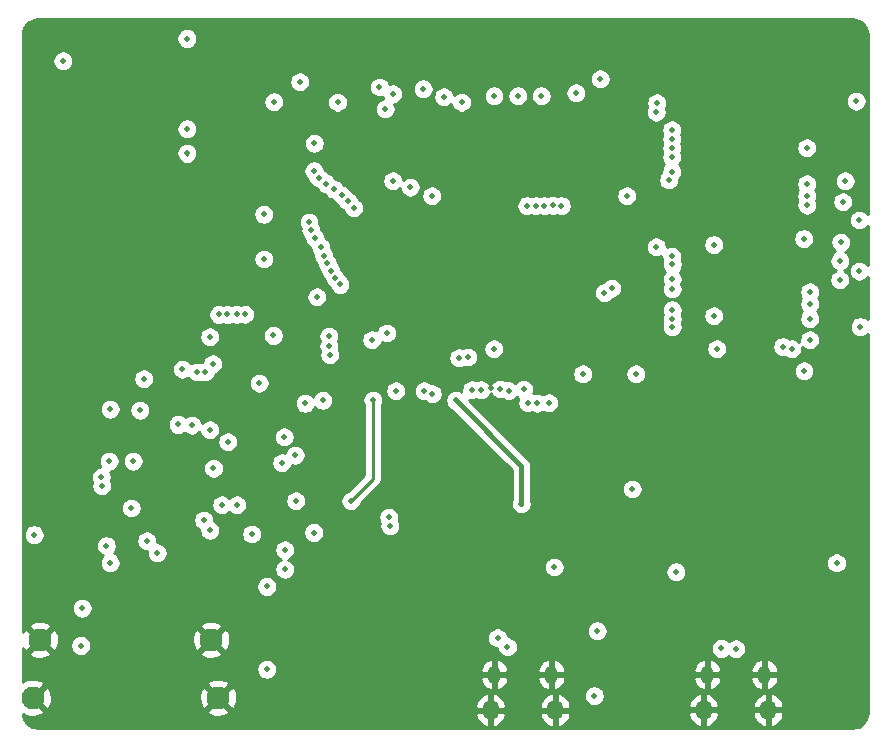
<source format=gbr>
%TF.GenerationSoftware,KiCad,Pcbnew,(5.1.6)-1*%
%TF.CreationDate,2020-12-19T20:46:54-03:30*%
%TF.ProjectId,graphics-card-rev-2,67726170-6869-4637-932d-636172642d72,rev?*%
%TF.SameCoordinates,Original*%
%TF.FileFunction,Copper,L2,Inr*%
%TF.FilePolarity,Positive*%
%FSLAX46Y46*%
G04 Gerber Fmt 4.6, Leading zero omitted, Abs format (unit mm)*
G04 Created by KiCad (PCBNEW (5.1.6)-1) date 2020-12-19 20:46:54*
%MOMM*%
%LPD*%
G01*
G04 APERTURE LIST*
%TA.AperFunction,ViaPad*%
%ADD10O,1.350000X1.700000*%
%TD*%
%TA.AperFunction,ViaPad*%
%ADD11O,1.100000X1.500000*%
%TD*%
%TA.AperFunction,ViaPad*%
%ADD12C,1.950000*%
%TD*%
%TA.AperFunction,ViaPad*%
%ADD13C,0.500000*%
%TD*%
%TA.AperFunction,ViaPad*%
%ADD14C,3.000000*%
%TD*%
%TA.AperFunction,Conductor*%
%ADD15C,0.250000*%
%TD*%
%TA.AperFunction,Conductor*%
%ADD16C,0.400000*%
%TD*%
%TA.AperFunction,Conductor*%
%ADD17C,0.254000*%
%TD*%
G04 APERTURE END LIST*
D10*
%TO.N,GND*%
%TO.C,J1*%
X103670000Y-165715000D03*
X98210000Y-165715000D03*
D11*
X103360000Y-162715000D03*
X98520000Y-162715000D03*
%TD*%
%TO.N,GND*%
%TO.C,J2*%
X116555000Y-162707000D03*
X121395000Y-162707000D03*
D10*
X116245000Y-165707000D03*
X121705000Y-165707000D03*
%TD*%
D12*
%TO.N,GND*%
%TO.C,J3*%
X60060000Y-159766000D03*
X74560000Y-159766000D03*
X59460000Y-164666000D03*
X75160000Y-164666000D03*
%TD*%
D13*
%TO.N,GND*%
X117094000Y-128270000D03*
D14*
X71628000Y-146685000D03*
D13*
X67818000Y-152654000D03*
X80264000Y-109873000D03*
X83566000Y-132851000D03*
X107500000Y-139000000D03*
X64973914Y-160223914D03*
X66875000Y-160375000D03*
X110500000Y-159000000D03*
X85250000Y-162250000D03*
X87950000Y-154250000D03*
X79250000Y-158750000D03*
X59436000Y-144916000D03*
X97000000Y-113500000D03*
X111000000Y-110750000D03*
X105250000Y-123000000D03*
X125250000Y-126750000D03*
X129480000Y-126253000D03*
X101400000Y-152600000D03*
X107600000Y-151700000D03*
X103525000Y-156500000D03*
X78045000Y-133250000D03*
X68000000Y-113500000D03*
X67900000Y-120900000D03*
X122500000Y-146750000D03*
X122250000Y-158250000D03*
X122250000Y-153250000D03*
X86050000Y-139500000D03*
X93500000Y-107750000D03*
X93250000Y-114250000D03*
X78750000Y-139250000D03*
X71755000Y-134348000D03*
X91750000Y-135750000D03*
X79000000Y-125475000D03*
X79000000Y-121720702D03*
X116500000Y-133250000D03*
X83312000Y-115688000D03*
X126800000Y-137000000D03*
X83693000Y-145415000D03*
X98230000Y-138430000D03*
X104750000Y-142100000D03*
%TO.N,+3V3*%
X117094000Y-132334000D03*
X117094000Y-126305000D03*
X106000000Y-137250000D03*
X101000000Y-138550000D03*
X79823000Y-134000000D03*
X85250000Y-114250000D03*
X92500000Y-113109497D03*
X107500000Y-112275000D03*
X100500000Y-113700000D03*
X102500000Y-113700000D03*
X98500000Y-113700000D03*
X89281000Y-114808000D03*
X79000000Y-123750000D03*
X72500000Y-118550000D03*
X100823000Y-148242000D03*
X88250000Y-139500000D03*
X84000000Y-139500000D03*
X79000000Y-127525000D03*
X95250000Y-139500000D03*
X113900000Y-154000000D03*
X110500000Y-137250000D03*
X124750000Y-137000000D03*
X129500000Y-133250000D03*
X129420001Y-128549588D03*
X129420001Y-124224000D03*
X129159000Y-114164000D03*
X107000000Y-164500000D03*
X59563000Y-150858000D03*
X86374978Y-148000000D03*
X99029990Y-138531590D03*
%TO.N,/USB_VIN*%
X99640000Y-160360000D03*
X107225000Y-159000000D03*
%TO.N,+1V2*%
X110200000Y-147000000D03*
X98800000Y-159600000D03*
%TO.N,/CVCC12_SII*%
X68834000Y-137668000D03*
X74422000Y-134112000D03*
X79250000Y-155250000D03*
X65281587Y-146718413D03*
X71750000Y-141533978D03*
X81700000Y-148000000D03*
%TO.N,/IOVCC_SII*%
X82500000Y-139750000D03*
X78620001Y-138030499D03*
X72103010Y-136853010D03*
X65250000Y-146000000D03*
X74750000Y-145250000D03*
%TO.N,/AVCC_SII*%
X69977000Y-152409000D03*
X79250000Y-162275000D03*
%TO.N,+5V*%
X63500000Y-160250000D03*
X103600000Y-153600000D03*
%TO.N,/~RESET*%
X88805000Y-112963000D03*
X65687039Y-151790150D03*
X72500000Y-108859000D03*
X127500000Y-153250000D03*
X62000000Y-110750000D03*
%TO.N,/USB_D+*%
X117750000Y-160500000D03*
X118975010Y-160524990D03*
%TO.N,/CSDA*%
X102739994Y-123003010D03*
X73914000Y-149635012D03*
X89589413Y-149389413D03*
%TO.N,/CSCL*%
X103485379Y-122992191D03*
X74422000Y-150494992D03*
X89681999Y-150110000D03*
%TO.N,/DSDA*%
X65913000Y-144653000D03*
%TO.N,/DSCL*%
X67945000Y-144653000D03*
%TO.N,/HSYNC*%
X66000000Y-140250000D03*
X99730000Y-138670004D03*
%TO.N,/IDCK*%
X68500000Y-140335000D03*
X97400000Y-138600000D03*
%TO.N,/DE*%
X82042000Y-112522000D03*
X89916000Y-113538000D03*
%TO.N,/B_CB_7*%
X101283895Y-123000000D03*
X74676000Y-136398000D03*
%TO.N,/B_CB_6*%
X102039991Y-123003010D03*
X74059411Y-137092990D03*
%TO.N,/B_CB_5*%
X79845999Y-114210001D03*
X73359398Y-137092990D03*
%TO.N,/B_CB_4*%
X103124000Y-139700016D03*
X74422000Y-141986000D03*
%TO.N,/B_CB_3*%
X72898000Y-141588213D03*
X101346000Y-139700000D03*
%TO.N,/HPD*%
X63627000Y-157099000D03*
X80772000Y-153797000D03*
%TO.N,/R_CR_7*%
X80772000Y-152146000D03*
X96604501Y-138604495D03*
%TO.N,/R_CR_6*%
X77978000Y-150809000D03*
X77399994Y-132200000D03*
%TO.N,/R_CR_5*%
X102133587Y-139725587D03*
X83224990Y-150685000D03*
%TO.N,/R_CR_4*%
X75438000Y-148336000D03*
X75200339Y-132222633D03*
%TO.N,/R_CR_3*%
X76707997Y-148336003D03*
X76699987Y-132199993D03*
%TO.N,/G_Y_7*%
X93285702Y-138938000D03*
X80518000Y-144780000D03*
%TO.N,/G_Y_6*%
X92583000Y-138684000D03*
X81661000Y-144144996D03*
%TO.N,/G_Y_3*%
X90170000Y-138684000D03*
X80751911Y-142589901D03*
%TO.N,/G_Y_2*%
X75946000Y-143002000D03*
X75900350Y-132222505D03*
%TO.N,/RAM_A4*%
X112268000Y-114299990D03*
X95750000Y-114250000D03*
%TO.N,/RAM_A5*%
X112242408Y-115087596D03*
X94234000Y-113792000D03*
%TO.N,/~RAM_CS*%
X124968000Y-121158000D03*
X91406500Y-121445500D03*
%TO.N,/RAM_CKE*%
X113284000Y-120836990D03*
X89916000Y-120904000D03*
%TO.N,/~RAM_WE*%
X124992017Y-122963170D03*
X93218005Y-122173995D03*
%TO.N,/~RAM_RAS*%
X83252802Y-120053823D03*
X128224979Y-120904000D03*
%TO.N,/RAM_A6*%
X113538000Y-116586000D03*
X83642977Y-120635000D03*
%TO.N,/RAM_A7*%
X113538000Y-117348000D03*
X84263946Y-121135000D03*
%TO.N,/RAM_A8*%
X113538000Y-118110000D03*
X84963949Y-121635000D03*
%TO.N,/RAM_A9*%
X113538000Y-118872000D03*
X85603468Y-122127673D03*
%TO.N,/RAM_A10*%
X124968000Y-118110000D03*
X86106000Y-122614990D03*
%TO.N,/RAM_D4*%
X82835750Y-124423187D03*
X127762008Y-129286000D03*
%TO.N,/RAM_D5*%
X82998950Y-125103899D03*
X127787000Y-127660000D03*
%TO.N,/RAM_D6*%
X83312000Y-125730000D03*
X127859016Y-126111000D03*
%TO.N,/RAM_D7*%
X83820000Y-126492000D03*
X124714000Y-125797010D03*
%TO.N,/RAM_D8*%
X84074016Y-127254000D03*
X112250000Y-126500000D03*
%TO.N,/RAM_D9*%
X84387055Y-127880110D03*
X113547921Y-127286245D03*
%TO.N,/RAM_D10*%
X84680898Y-128515463D03*
X113603655Y-127984035D03*
%TO.N,/RAM_D11*%
X85022206Y-129126630D03*
X113580582Y-129240265D03*
%TO.N,/RAM_D12*%
X85450772Y-129680116D03*
X113575010Y-130047881D03*
%TO.N,/RAM_D13*%
X84511912Y-134041912D03*
X113575065Y-131821315D03*
%TO.N,/RAM_D14*%
X84525415Y-134879412D03*
X113575065Y-132582977D03*
%TO.N,/RAM_D15*%
X84582000Y-135636000D03*
X113575065Y-133282990D03*
%TO.N,/RAM_D0*%
X125222000Y-134366000D03*
X88138000Y-134366000D03*
%TO.N,/RAM_D1*%
X125222000Y-132588000D03*
X89408000Y-133790990D03*
%TO.N,/RAM_BA0*%
X95504000Y-135890000D03*
X123698000Y-135128000D03*
%TO.N,/RAM_BA1*%
X122936000Y-134941000D03*
X96281330Y-135822990D03*
%TO.N,/RAM_CLK*%
X117348000Y-135128000D03*
X98472014Y-135128000D03*
%TO.N,/RAM_D2*%
X125222000Y-131318000D03*
X107842914Y-130382194D03*
%TO.N,/RAM_D3*%
X125222000Y-130302000D03*
X108458000Y-130000000D03*
%TO.N,/~RAM_CAS*%
X124968000Y-122174000D03*
X109727997Y-122174003D03*
%TO.N,/INT_SII*%
X104206589Y-123003010D03*
X69088000Y-151384000D03*
%TO.N,/RAM_NBL0*%
X128016000Y-122682000D03*
X105429113Y-113451257D03*
%TO.N,/RAM_A11*%
X86614000Y-123190000D03*
X113538000Y-120142006D03*
%TO.N,/~USR_BTN*%
X83294000Y-117729000D03*
X72495000Y-116495000D03*
%TO.N,Net-(R6-Pad1)*%
X67797406Y-148610594D03*
%TO.N,Net-(R18-Pad1)*%
X65994717Y-153229010D03*
%TO.N,Net-(C52-Pad1)*%
X83500000Y-130725000D03*
%TD*%
D15*
%TO.N,+3V3*%
X72500000Y-118750000D02*
X72500000Y-118550000D01*
X88250000Y-146124978D02*
X86374978Y-148000000D01*
X88250000Y-139500000D02*
X88250000Y-146124978D01*
D16*
X100823000Y-145073000D02*
X95250000Y-139500000D01*
X100823000Y-148242000D02*
X100823000Y-145073000D01*
%TD*%
D17*
%TO.N,GND*%
G36*
X129141327Y-107264457D02*
G01*
X129368653Y-107333091D01*
X129578316Y-107444569D01*
X129762340Y-107594655D01*
X129913701Y-107777620D01*
X130026646Y-107986507D01*
X130096865Y-108213349D01*
X130125000Y-108481035D01*
X130125000Y-123686148D01*
X130107425Y-123659845D01*
X129984156Y-123536576D01*
X129839206Y-123439723D01*
X129678146Y-123373010D01*
X129507166Y-123339000D01*
X129332836Y-123339000D01*
X129161856Y-123373010D01*
X129000796Y-123439723D01*
X128855846Y-123536576D01*
X128732577Y-123659845D01*
X128635724Y-123804795D01*
X128569011Y-123965855D01*
X128535001Y-124136835D01*
X128535001Y-124311165D01*
X128569011Y-124482145D01*
X128635724Y-124643205D01*
X128732577Y-124788155D01*
X128855846Y-124911424D01*
X129000796Y-125008277D01*
X129161856Y-125074990D01*
X129332836Y-125109000D01*
X129507166Y-125109000D01*
X129678146Y-125074990D01*
X129839206Y-125008277D01*
X129984156Y-124911424D01*
X130107425Y-124788155D01*
X130125000Y-124761852D01*
X130125000Y-128011736D01*
X130107425Y-127985433D01*
X129984156Y-127862164D01*
X129839206Y-127765311D01*
X129678146Y-127698598D01*
X129507166Y-127664588D01*
X129332836Y-127664588D01*
X129161856Y-127698598D01*
X129000796Y-127765311D01*
X128855846Y-127862164D01*
X128732577Y-127985433D01*
X128635724Y-128130383D01*
X128569011Y-128291443D01*
X128535001Y-128462423D01*
X128535001Y-128636753D01*
X128569011Y-128807733D01*
X128635724Y-128968793D01*
X128732577Y-129113743D01*
X128855846Y-129237012D01*
X129000796Y-129333865D01*
X129161856Y-129400578D01*
X129332836Y-129434588D01*
X129507166Y-129434588D01*
X129678146Y-129400578D01*
X129839206Y-129333865D01*
X129984156Y-129237012D01*
X130107425Y-129113743D01*
X130125000Y-129087440D01*
X130125000Y-132623421D01*
X130064155Y-132562576D01*
X129919205Y-132465723D01*
X129758145Y-132399010D01*
X129587165Y-132365000D01*
X129412835Y-132365000D01*
X129241855Y-132399010D01*
X129080795Y-132465723D01*
X128935845Y-132562576D01*
X128812576Y-132685845D01*
X128715723Y-132830795D01*
X128649010Y-132991855D01*
X128615000Y-133162835D01*
X128615000Y-133337165D01*
X128649010Y-133508145D01*
X128715723Y-133669205D01*
X128812576Y-133814155D01*
X128935845Y-133937424D01*
X129080795Y-134034277D01*
X129241855Y-134100990D01*
X129412835Y-134135000D01*
X129587165Y-134135000D01*
X129758145Y-134100990D01*
X129919205Y-134034277D01*
X130064155Y-133937424D01*
X130125000Y-133876579D01*
X130125001Y-165955487D01*
X130098543Y-166225327D01*
X130029908Y-166452656D01*
X129918428Y-166662320D01*
X129768343Y-166846341D01*
X129585380Y-166997701D01*
X129376493Y-167110646D01*
X129149653Y-167180865D01*
X128881966Y-167209000D01*
X59850503Y-167209000D01*
X59580673Y-167182543D01*
X59353344Y-167113908D01*
X59143680Y-167002428D01*
X58959659Y-166852343D01*
X58808299Y-166669380D01*
X58695354Y-166460493D01*
X58625135Y-166233653D01*
X58601380Y-166007636D01*
X58614766Y-166045429D01*
X58900120Y-166183820D01*
X59206990Y-166263883D01*
X59523584Y-166282540D01*
X59837733Y-166239074D01*
X60137367Y-166135156D01*
X60305234Y-166045429D01*
X60397979Y-165783584D01*
X74222021Y-165783584D01*
X74314766Y-166045429D01*
X74600120Y-166183820D01*
X74906990Y-166263883D01*
X75223584Y-166282540D01*
X75537733Y-166239074D01*
X75837367Y-166135156D01*
X76000641Y-166047884D01*
X96906325Y-166047884D01*
X96962176Y-166299185D01*
X97065981Y-166534761D01*
X97213750Y-166745559D01*
X97399804Y-166923478D01*
X97616993Y-167061681D01*
X97856971Y-167154857D01*
X97880600Y-167157910D01*
X98083000Y-167034224D01*
X98083000Y-165842000D01*
X98337000Y-165842000D01*
X98337000Y-167034224D01*
X98539400Y-167157910D01*
X98563029Y-167154857D01*
X98803007Y-167061681D01*
X99020196Y-166923478D01*
X99206250Y-166745559D01*
X99354019Y-166534761D01*
X99457824Y-166299185D01*
X99513675Y-166047884D01*
X102366325Y-166047884D01*
X102422176Y-166299185D01*
X102525981Y-166534761D01*
X102673750Y-166745559D01*
X102859804Y-166923478D01*
X103076993Y-167061681D01*
X103316971Y-167154857D01*
X103340600Y-167157910D01*
X103543000Y-167034224D01*
X103543000Y-165842000D01*
X103797000Y-165842000D01*
X103797000Y-167034224D01*
X103999400Y-167157910D01*
X104023029Y-167154857D01*
X104263007Y-167061681D01*
X104480196Y-166923478D01*
X104666250Y-166745559D01*
X104814019Y-166534761D01*
X104917824Y-166299185D01*
X104973675Y-166047884D01*
X104967843Y-166039884D01*
X114941325Y-166039884D01*
X114997176Y-166291185D01*
X115100981Y-166526761D01*
X115248750Y-166737559D01*
X115434804Y-166915478D01*
X115651993Y-167053681D01*
X115891971Y-167146857D01*
X115915600Y-167149910D01*
X116118000Y-167026224D01*
X116118000Y-165834000D01*
X116372000Y-165834000D01*
X116372000Y-167026224D01*
X116574400Y-167149910D01*
X116598029Y-167146857D01*
X116838007Y-167053681D01*
X117055196Y-166915478D01*
X117241250Y-166737559D01*
X117389019Y-166526761D01*
X117492824Y-166291185D01*
X117548675Y-166039884D01*
X120401325Y-166039884D01*
X120457176Y-166291185D01*
X120560981Y-166526761D01*
X120708750Y-166737559D01*
X120894804Y-166915478D01*
X121111993Y-167053681D01*
X121351971Y-167146857D01*
X121375600Y-167149910D01*
X121578000Y-167026224D01*
X121578000Y-165834000D01*
X121832000Y-165834000D01*
X121832000Y-167026224D01*
X122034400Y-167149910D01*
X122058029Y-167146857D01*
X122298007Y-167053681D01*
X122515196Y-166915478D01*
X122701250Y-166737559D01*
X122849019Y-166526761D01*
X122952824Y-166291185D01*
X123008675Y-166039884D01*
X122858573Y-165834000D01*
X121832000Y-165834000D01*
X121578000Y-165834000D01*
X120551427Y-165834000D01*
X120401325Y-166039884D01*
X117548675Y-166039884D01*
X117398573Y-165834000D01*
X116372000Y-165834000D01*
X116118000Y-165834000D01*
X115091427Y-165834000D01*
X114941325Y-166039884D01*
X104967843Y-166039884D01*
X104823573Y-165842000D01*
X103797000Y-165842000D01*
X103543000Y-165842000D01*
X102516427Y-165842000D01*
X102366325Y-166047884D01*
X99513675Y-166047884D01*
X99363573Y-165842000D01*
X98337000Y-165842000D01*
X98083000Y-165842000D01*
X97056427Y-165842000D01*
X96906325Y-166047884D01*
X76000641Y-166047884D01*
X76005234Y-166045429D01*
X76097979Y-165783584D01*
X75160000Y-164845605D01*
X74222021Y-165783584D01*
X60397979Y-165783584D01*
X59460000Y-164845605D01*
X59445858Y-164859748D01*
X59266253Y-164680143D01*
X59280395Y-164666000D01*
X59639605Y-164666000D01*
X60577584Y-165603979D01*
X60839429Y-165511234D01*
X60977820Y-165225880D01*
X61057883Y-164919010D01*
X61069045Y-164729584D01*
X73543460Y-164729584D01*
X73586926Y-165043733D01*
X73690844Y-165343367D01*
X73780571Y-165511234D01*
X74042416Y-165603979D01*
X74980395Y-164666000D01*
X75339605Y-164666000D01*
X76277584Y-165603979D01*
X76539429Y-165511234D01*
X76602048Y-165382116D01*
X96906325Y-165382116D01*
X97056427Y-165588000D01*
X98083000Y-165588000D01*
X98083000Y-164395776D01*
X98337000Y-164395776D01*
X98337000Y-165588000D01*
X99363573Y-165588000D01*
X99513675Y-165382116D01*
X102366325Y-165382116D01*
X102516427Y-165588000D01*
X103543000Y-165588000D01*
X103543000Y-164395776D01*
X103797000Y-164395776D01*
X103797000Y-165588000D01*
X104823573Y-165588000D01*
X104973675Y-165382116D01*
X104917824Y-165130815D01*
X104814019Y-164895239D01*
X104666250Y-164684441D01*
X104480196Y-164506522D01*
X104332965Y-164412835D01*
X106115000Y-164412835D01*
X106115000Y-164587165D01*
X106149010Y-164758145D01*
X106215723Y-164919205D01*
X106312576Y-165064155D01*
X106435845Y-165187424D01*
X106580795Y-165284277D01*
X106741855Y-165350990D01*
X106912835Y-165385000D01*
X107087165Y-165385000D01*
X107141882Y-165374116D01*
X114941325Y-165374116D01*
X115091427Y-165580000D01*
X116118000Y-165580000D01*
X116118000Y-164387776D01*
X116372000Y-164387776D01*
X116372000Y-165580000D01*
X117398573Y-165580000D01*
X117548675Y-165374116D01*
X120401325Y-165374116D01*
X120551427Y-165580000D01*
X121578000Y-165580000D01*
X121578000Y-164387776D01*
X121832000Y-164387776D01*
X121832000Y-165580000D01*
X122858573Y-165580000D01*
X123008675Y-165374116D01*
X122952824Y-165122815D01*
X122849019Y-164887239D01*
X122701250Y-164676441D01*
X122515196Y-164498522D01*
X122298007Y-164360319D01*
X122058029Y-164267143D01*
X122034400Y-164264090D01*
X121832000Y-164387776D01*
X121578000Y-164387776D01*
X121375600Y-164264090D01*
X121351971Y-164267143D01*
X121111993Y-164360319D01*
X120894804Y-164498522D01*
X120708750Y-164676441D01*
X120560981Y-164887239D01*
X120457176Y-165122815D01*
X120401325Y-165374116D01*
X117548675Y-165374116D01*
X117492824Y-165122815D01*
X117389019Y-164887239D01*
X117241250Y-164676441D01*
X117055196Y-164498522D01*
X116838007Y-164360319D01*
X116598029Y-164267143D01*
X116574400Y-164264090D01*
X116372000Y-164387776D01*
X116118000Y-164387776D01*
X115915600Y-164264090D01*
X115891971Y-164267143D01*
X115651993Y-164360319D01*
X115434804Y-164498522D01*
X115248750Y-164676441D01*
X115100981Y-164887239D01*
X114997176Y-165122815D01*
X114941325Y-165374116D01*
X107141882Y-165374116D01*
X107258145Y-165350990D01*
X107419205Y-165284277D01*
X107564155Y-165187424D01*
X107687424Y-165064155D01*
X107784277Y-164919205D01*
X107850990Y-164758145D01*
X107885000Y-164587165D01*
X107885000Y-164412835D01*
X107850990Y-164241855D01*
X107784277Y-164080795D01*
X107687424Y-163935845D01*
X107564155Y-163812576D01*
X107419205Y-163715723D01*
X107258145Y-163649010D01*
X107087165Y-163615000D01*
X106912835Y-163615000D01*
X106741855Y-163649010D01*
X106580795Y-163715723D01*
X106435845Y-163812576D01*
X106312576Y-163935845D01*
X106215723Y-164080795D01*
X106149010Y-164241855D01*
X106115000Y-164412835D01*
X104332965Y-164412835D01*
X104263007Y-164368319D01*
X104023029Y-164275143D01*
X103999400Y-164272090D01*
X103797000Y-164395776D01*
X103543000Y-164395776D01*
X103340600Y-164272090D01*
X103316971Y-164275143D01*
X103076993Y-164368319D01*
X102859804Y-164506522D01*
X102673750Y-164684441D01*
X102525981Y-164895239D01*
X102422176Y-165130815D01*
X102366325Y-165382116D01*
X99513675Y-165382116D01*
X99457824Y-165130815D01*
X99354019Y-164895239D01*
X99206250Y-164684441D01*
X99020196Y-164506522D01*
X98803007Y-164368319D01*
X98563029Y-164275143D01*
X98539400Y-164272090D01*
X98337000Y-164395776D01*
X98083000Y-164395776D01*
X97880600Y-164272090D01*
X97856971Y-164275143D01*
X97616993Y-164368319D01*
X97399804Y-164506522D01*
X97213750Y-164684441D01*
X97065981Y-164895239D01*
X96962176Y-165130815D01*
X96906325Y-165382116D01*
X76602048Y-165382116D01*
X76677820Y-165225880D01*
X76757883Y-164919010D01*
X76776540Y-164602416D01*
X76733074Y-164288267D01*
X76629156Y-163988633D01*
X76539429Y-163820766D01*
X76277584Y-163728021D01*
X75339605Y-164666000D01*
X74980395Y-164666000D01*
X74042416Y-163728021D01*
X73780571Y-163820766D01*
X73642180Y-164106120D01*
X73562117Y-164412990D01*
X73543460Y-164729584D01*
X61069045Y-164729584D01*
X61076540Y-164602416D01*
X61033074Y-164288267D01*
X60929156Y-163988633D01*
X60839429Y-163820766D01*
X60577584Y-163728021D01*
X59639605Y-164666000D01*
X59280395Y-164666000D01*
X59266253Y-164651858D01*
X59445858Y-164472253D01*
X59460000Y-164486395D01*
X60397979Y-163548416D01*
X74222021Y-163548416D01*
X75160000Y-164486395D01*
X76097979Y-163548416D01*
X76005234Y-163286571D01*
X75719880Y-163148180D01*
X75413010Y-163068117D01*
X75096416Y-163049460D01*
X74782267Y-163092926D01*
X74482633Y-163196844D01*
X74314766Y-163286571D01*
X74222021Y-163548416D01*
X60397979Y-163548416D01*
X60305234Y-163286571D01*
X60019880Y-163148180D01*
X59713010Y-163068117D01*
X59396416Y-163049460D01*
X59082267Y-163092926D01*
X58782633Y-163196844D01*
X58614766Y-163286571D01*
X58597000Y-163336729D01*
X58597000Y-162187835D01*
X78365000Y-162187835D01*
X78365000Y-162362165D01*
X78399010Y-162533145D01*
X78465723Y-162694205D01*
X78562576Y-162839155D01*
X78685845Y-162962424D01*
X78830795Y-163059277D01*
X78991855Y-163125990D01*
X79162835Y-163160000D01*
X79337165Y-163160000D01*
X79508145Y-163125990D01*
X79669205Y-163059277D01*
X79714691Y-163028884D01*
X97334316Y-163028884D01*
X97379316Y-163258011D01*
X97468152Y-163473957D01*
X97597410Y-163668422D01*
X97762123Y-163833934D01*
X97955961Y-163964131D01*
X98171474Y-164054011D01*
X98210256Y-164058803D01*
X98393000Y-163933361D01*
X98393000Y-162842000D01*
X98647000Y-162842000D01*
X98647000Y-163933361D01*
X98829744Y-164058803D01*
X98868526Y-164054011D01*
X99084039Y-163964131D01*
X99277877Y-163833934D01*
X99442590Y-163668422D01*
X99571848Y-163473957D01*
X99660684Y-163258011D01*
X99705684Y-163028884D01*
X102174316Y-163028884D01*
X102219316Y-163258011D01*
X102308152Y-163473957D01*
X102437410Y-163668422D01*
X102602123Y-163833934D01*
X102795961Y-163964131D01*
X103011474Y-164054011D01*
X103050256Y-164058803D01*
X103233000Y-163933361D01*
X103233000Y-162842000D01*
X103487000Y-162842000D01*
X103487000Y-163933361D01*
X103669744Y-164058803D01*
X103708526Y-164054011D01*
X103924039Y-163964131D01*
X104117877Y-163833934D01*
X104282590Y-163668422D01*
X104411848Y-163473957D01*
X104500684Y-163258011D01*
X104545684Y-163028884D01*
X104539027Y-163020884D01*
X115369316Y-163020884D01*
X115414316Y-163250011D01*
X115503152Y-163465957D01*
X115632410Y-163660422D01*
X115797123Y-163825934D01*
X115990961Y-163956131D01*
X116206474Y-164046011D01*
X116245256Y-164050803D01*
X116428000Y-163925361D01*
X116428000Y-162834000D01*
X116682000Y-162834000D01*
X116682000Y-163925361D01*
X116864744Y-164050803D01*
X116903526Y-164046011D01*
X117119039Y-163956131D01*
X117312877Y-163825934D01*
X117477590Y-163660422D01*
X117606848Y-163465957D01*
X117695684Y-163250011D01*
X117740684Y-163020884D01*
X120209316Y-163020884D01*
X120254316Y-163250011D01*
X120343152Y-163465957D01*
X120472410Y-163660422D01*
X120637123Y-163825934D01*
X120830961Y-163956131D01*
X121046474Y-164046011D01*
X121085256Y-164050803D01*
X121268000Y-163925361D01*
X121268000Y-162834000D01*
X121522000Y-162834000D01*
X121522000Y-163925361D01*
X121704744Y-164050803D01*
X121743526Y-164046011D01*
X121959039Y-163956131D01*
X122152877Y-163825934D01*
X122317590Y-163660422D01*
X122446848Y-163465957D01*
X122535684Y-163250011D01*
X122580684Y-163020884D01*
X122425152Y-162834000D01*
X121522000Y-162834000D01*
X121268000Y-162834000D01*
X120364848Y-162834000D01*
X120209316Y-163020884D01*
X117740684Y-163020884D01*
X117585152Y-162834000D01*
X116682000Y-162834000D01*
X116428000Y-162834000D01*
X115524848Y-162834000D01*
X115369316Y-163020884D01*
X104539027Y-163020884D01*
X104390152Y-162842000D01*
X103487000Y-162842000D01*
X103233000Y-162842000D01*
X102329848Y-162842000D01*
X102174316Y-163028884D01*
X99705684Y-163028884D01*
X99550152Y-162842000D01*
X98647000Y-162842000D01*
X98393000Y-162842000D01*
X97489848Y-162842000D01*
X97334316Y-163028884D01*
X79714691Y-163028884D01*
X79814155Y-162962424D01*
X79937424Y-162839155D01*
X80034277Y-162694205D01*
X80100990Y-162533145D01*
X80127252Y-162401116D01*
X97334316Y-162401116D01*
X97489848Y-162588000D01*
X98393000Y-162588000D01*
X98393000Y-161496639D01*
X98647000Y-161496639D01*
X98647000Y-162588000D01*
X99550152Y-162588000D01*
X99705684Y-162401116D01*
X102174316Y-162401116D01*
X102329848Y-162588000D01*
X103233000Y-162588000D01*
X103233000Y-161496639D01*
X103487000Y-161496639D01*
X103487000Y-162588000D01*
X104390152Y-162588000D01*
X104545684Y-162401116D01*
X104544113Y-162393116D01*
X115369316Y-162393116D01*
X115524848Y-162580000D01*
X116428000Y-162580000D01*
X116428000Y-161488639D01*
X116682000Y-161488639D01*
X116682000Y-162580000D01*
X117585152Y-162580000D01*
X117740684Y-162393116D01*
X120209316Y-162393116D01*
X120364848Y-162580000D01*
X121268000Y-162580000D01*
X121268000Y-161488639D01*
X121522000Y-161488639D01*
X121522000Y-162580000D01*
X122425152Y-162580000D01*
X122580684Y-162393116D01*
X122535684Y-162163989D01*
X122446848Y-161948043D01*
X122317590Y-161753578D01*
X122152877Y-161588066D01*
X121959039Y-161457869D01*
X121743526Y-161367989D01*
X121704744Y-161363197D01*
X121522000Y-161488639D01*
X121268000Y-161488639D01*
X121085256Y-161363197D01*
X121046474Y-161367989D01*
X120830961Y-161457869D01*
X120637123Y-161588066D01*
X120472410Y-161753578D01*
X120343152Y-161948043D01*
X120254316Y-162163989D01*
X120209316Y-162393116D01*
X117740684Y-162393116D01*
X117695684Y-162163989D01*
X117606848Y-161948043D01*
X117477590Y-161753578D01*
X117312877Y-161588066D01*
X117119039Y-161457869D01*
X116903526Y-161367989D01*
X116864744Y-161363197D01*
X116682000Y-161488639D01*
X116428000Y-161488639D01*
X116245256Y-161363197D01*
X116206474Y-161367989D01*
X115990961Y-161457869D01*
X115797123Y-161588066D01*
X115632410Y-161753578D01*
X115503152Y-161948043D01*
X115414316Y-162163989D01*
X115369316Y-162393116D01*
X104544113Y-162393116D01*
X104500684Y-162171989D01*
X104411848Y-161956043D01*
X104282590Y-161761578D01*
X104117877Y-161596066D01*
X103924039Y-161465869D01*
X103708526Y-161375989D01*
X103669744Y-161371197D01*
X103487000Y-161496639D01*
X103233000Y-161496639D01*
X103050256Y-161371197D01*
X103011474Y-161375989D01*
X102795961Y-161465869D01*
X102602123Y-161596066D01*
X102437410Y-161761578D01*
X102308152Y-161956043D01*
X102219316Y-162171989D01*
X102174316Y-162401116D01*
X99705684Y-162401116D01*
X99660684Y-162171989D01*
X99571848Y-161956043D01*
X99442590Y-161761578D01*
X99277877Y-161596066D01*
X99084039Y-161465869D01*
X98868526Y-161375989D01*
X98829744Y-161371197D01*
X98647000Y-161496639D01*
X98393000Y-161496639D01*
X98210256Y-161371197D01*
X98171474Y-161375989D01*
X97955961Y-161465869D01*
X97762123Y-161596066D01*
X97597410Y-161761578D01*
X97468152Y-161956043D01*
X97379316Y-162171989D01*
X97334316Y-162401116D01*
X80127252Y-162401116D01*
X80135000Y-162362165D01*
X80135000Y-162187835D01*
X80100990Y-162016855D01*
X80034277Y-161855795D01*
X79937424Y-161710845D01*
X79814155Y-161587576D01*
X79669205Y-161490723D01*
X79508145Y-161424010D01*
X79337165Y-161390000D01*
X79162835Y-161390000D01*
X78991855Y-161424010D01*
X78830795Y-161490723D01*
X78685845Y-161587576D01*
X78562576Y-161710845D01*
X78465723Y-161855795D01*
X78399010Y-162016855D01*
X78365000Y-162187835D01*
X58597000Y-162187835D01*
X58597000Y-160883584D01*
X59122021Y-160883584D01*
X59214766Y-161145429D01*
X59500120Y-161283820D01*
X59806990Y-161363883D01*
X60123584Y-161382540D01*
X60437733Y-161339074D01*
X60737367Y-161235156D01*
X60905234Y-161145429D01*
X60997979Y-160883584D01*
X60060000Y-159945605D01*
X59122021Y-160883584D01*
X58597000Y-160883584D01*
X58597000Y-160454884D01*
X58680571Y-160611234D01*
X58942416Y-160703979D01*
X59880395Y-159766000D01*
X60239605Y-159766000D01*
X61177584Y-160703979D01*
X61439429Y-160611234D01*
X61577820Y-160325880D01*
X61620358Y-160162835D01*
X62615000Y-160162835D01*
X62615000Y-160337165D01*
X62649010Y-160508145D01*
X62715723Y-160669205D01*
X62812576Y-160814155D01*
X62935845Y-160937424D01*
X63080795Y-161034277D01*
X63241855Y-161100990D01*
X63412835Y-161135000D01*
X63587165Y-161135000D01*
X63758145Y-161100990D01*
X63919205Y-161034277D01*
X64064155Y-160937424D01*
X64117995Y-160883584D01*
X73622021Y-160883584D01*
X73714766Y-161145429D01*
X74000120Y-161283820D01*
X74306990Y-161363883D01*
X74623584Y-161382540D01*
X74937733Y-161339074D01*
X75237367Y-161235156D01*
X75405234Y-161145429D01*
X75497979Y-160883584D01*
X74560000Y-159945605D01*
X73622021Y-160883584D01*
X64117995Y-160883584D01*
X64187424Y-160814155D01*
X64284277Y-160669205D01*
X64350990Y-160508145D01*
X64385000Y-160337165D01*
X64385000Y-160162835D01*
X64350990Y-159991855D01*
X64284277Y-159830795D01*
X64283468Y-159829584D01*
X72943460Y-159829584D01*
X72986926Y-160143733D01*
X73090844Y-160443367D01*
X73180571Y-160611234D01*
X73442416Y-160703979D01*
X74380395Y-159766000D01*
X74739605Y-159766000D01*
X75677584Y-160703979D01*
X75939429Y-160611234D01*
X76077820Y-160325880D01*
X76157883Y-160019010D01*
X76176540Y-159702416D01*
X76150310Y-159512835D01*
X97915000Y-159512835D01*
X97915000Y-159687165D01*
X97949010Y-159858145D01*
X98015723Y-160019205D01*
X98112576Y-160164155D01*
X98235845Y-160287424D01*
X98380795Y-160384277D01*
X98541855Y-160450990D01*
X98712835Y-160485000D01*
X98762526Y-160485000D01*
X98789010Y-160618145D01*
X98855723Y-160779205D01*
X98952576Y-160924155D01*
X99075845Y-161047424D01*
X99220795Y-161144277D01*
X99381855Y-161210990D01*
X99552835Y-161245000D01*
X99727165Y-161245000D01*
X99898145Y-161210990D01*
X100059205Y-161144277D01*
X100204155Y-161047424D01*
X100327424Y-160924155D01*
X100424277Y-160779205D01*
X100490990Y-160618145D01*
X100525000Y-160447165D01*
X100525000Y-160412835D01*
X116865000Y-160412835D01*
X116865000Y-160587165D01*
X116899010Y-160758145D01*
X116965723Y-160919205D01*
X117062576Y-161064155D01*
X117185845Y-161187424D01*
X117330795Y-161284277D01*
X117491855Y-161350990D01*
X117662835Y-161385000D01*
X117837165Y-161385000D01*
X118008145Y-161350990D01*
X118169205Y-161284277D01*
X118314155Y-161187424D01*
X118350010Y-161151569D01*
X118410855Y-161212414D01*
X118555805Y-161309267D01*
X118716865Y-161375980D01*
X118887845Y-161409990D01*
X119062175Y-161409990D01*
X119233155Y-161375980D01*
X119394215Y-161309267D01*
X119539165Y-161212414D01*
X119662434Y-161089145D01*
X119759287Y-160944195D01*
X119826000Y-160783135D01*
X119860010Y-160612155D01*
X119860010Y-160437825D01*
X119826000Y-160266845D01*
X119759287Y-160105785D01*
X119662434Y-159960835D01*
X119539165Y-159837566D01*
X119394215Y-159740713D01*
X119233155Y-159674000D01*
X119062175Y-159639990D01*
X118887845Y-159639990D01*
X118716865Y-159674000D01*
X118555805Y-159740713D01*
X118410855Y-159837566D01*
X118375000Y-159873421D01*
X118314155Y-159812576D01*
X118169205Y-159715723D01*
X118008145Y-159649010D01*
X117837165Y-159615000D01*
X117662835Y-159615000D01*
X117491855Y-159649010D01*
X117330795Y-159715723D01*
X117185845Y-159812576D01*
X117062576Y-159935845D01*
X116965723Y-160080795D01*
X116899010Y-160241855D01*
X116865000Y-160412835D01*
X100525000Y-160412835D01*
X100525000Y-160272835D01*
X100490990Y-160101855D01*
X100424277Y-159940795D01*
X100327424Y-159795845D01*
X100204155Y-159672576D01*
X100059205Y-159575723D01*
X99898145Y-159509010D01*
X99727165Y-159475000D01*
X99677474Y-159475000D01*
X99650990Y-159341855D01*
X99584277Y-159180795D01*
X99487424Y-159035845D01*
X99364414Y-158912835D01*
X106340000Y-158912835D01*
X106340000Y-159087165D01*
X106374010Y-159258145D01*
X106440723Y-159419205D01*
X106537576Y-159564155D01*
X106660845Y-159687424D01*
X106805795Y-159784277D01*
X106966855Y-159850990D01*
X107137835Y-159885000D01*
X107312165Y-159885000D01*
X107483145Y-159850990D01*
X107644205Y-159784277D01*
X107789155Y-159687424D01*
X107912424Y-159564155D01*
X108009277Y-159419205D01*
X108075990Y-159258145D01*
X108110000Y-159087165D01*
X108110000Y-158912835D01*
X108075990Y-158741855D01*
X108009277Y-158580795D01*
X107912424Y-158435845D01*
X107789155Y-158312576D01*
X107644205Y-158215723D01*
X107483145Y-158149010D01*
X107312165Y-158115000D01*
X107137835Y-158115000D01*
X106966855Y-158149010D01*
X106805795Y-158215723D01*
X106660845Y-158312576D01*
X106537576Y-158435845D01*
X106440723Y-158580795D01*
X106374010Y-158741855D01*
X106340000Y-158912835D01*
X99364414Y-158912835D01*
X99364155Y-158912576D01*
X99219205Y-158815723D01*
X99058145Y-158749010D01*
X98887165Y-158715000D01*
X98712835Y-158715000D01*
X98541855Y-158749010D01*
X98380795Y-158815723D01*
X98235845Y-158912576D01*
X98112576Y-159035845D01*
X98015723Y-159180795D01*
X97949010Y-159341855D01*
X97915000Y-159512835D01*
X76150310Y-159512835D01*
X76133074Y-159388267D01*
X76029156Y-159088633D01*
X75939429Y-158920766D01*
X75677584Y-158828021D01*
X74739605Y-159766000D01*
X74380395Y-159766000D01*
X73442416Y-158828021D01*
X73180571Y-158920766D01*
X73042180Y-159206120D01*
X72962117Y-159512990D01*
X72943460Y-159829584D01*
X64283468Y-159829584D01*
X64187424Y-159685845D01*
X64064155Y-159562576D01*
X63919205Y-159465723D01*
X63758145Y-159399010D01*
X63587165Y-159365000D01*
X63412835Y-159365000D01*
X63241855Y-159399010D01*
X63080795Y-159465723D01*
X62935845Y-159562576D01*
X62812576Y-159685845D01*
X62715723Y-159830795D01*
X62649010Y-159991855D01*
X62615000Y-160162835D01*
X61620358Y-160162835D01*
X61657883Y-160019010D01*
X61676540Y-159702416D01*
X61633074Y-159388267D01*
X61529156Y-159088633D01*
X61439429Y-158920766D01*
X61177584Y-158828021D01*
X60239605Y-159766000D01*
X59880395Y-159766000D01*
X58942416Y-158828021D01*
X58680571Y-158920766D01*
X58597000Y-159093084D01*
X58597000Y-158648416D01*
X59122021Y-158648416D01*
X60060000Y-159586395D01*
X60997979Y-158648416D01*
X73622021Y-158648416D01*
X74560000Y-159586395D01*
X75497979Y-158648416D01*
X75405234Y-158386571D01*
X75119880Y-158248180D01*
X74813010Y-158168117D01*
X74496416Y-158149460D01*
X74182267Y-158192926D01*
X73882633Y-158296844D01*
X73714766Y-158386571D01*
X73622021Y-158648416D01*
X60997979Y-158648416D01*
X60905234Y-158386571D01*
X60619880Y-158248180D01*
X60313010Y-158168117D01*
X59996416Y-158149460D01*
X59682267Y-158192926D01*
X59382633Y-158296844D01*
X59214766Y-158386571D01*
X59122021Y-158648416D01*
X58597000Y-158648416D01*
X58597000Y-157011835D01*
X62742000Y-157011835D01*
X62742000Y-157186165D01*
X62776010Y-157357145D01*
X62842723Y-157518205D01*
X62939576Y-157663155D01*
X63062845Y-157786424D01*
X63207795Y-157883277D01*
X63368855Y-157949990D01*
X63539835Y-157984000D01*
X63714165Y-157984000D01*
X63885145Y-157949990D01*
X64046205Y-157883277D01*
X64191155Y-157786424D01*
X64314424Y-157663155D01*
X64411277Y-157518205D01*
X64477990Y-157357145D01*
X64512000Y-157186165D01*
X64512000Y-157011835D01*
X64477990Y-156840855D01*
X64411277Y-156679795D01*
X64314424Y-156534845D01*
X64191155Y-156411576D01*
X64046205Y-156314723D01*
X63885145Y-156248010D01*
X63714165Y-156214000D01*
X63539835Y-156214000D01*
X63368855Y-156248010D01*
X63207795Y-156314723D01*
X63062845Y-156411576D01*
X62939576Y-156534845D01*
X62842723Y-156679795D01*
X62776010Y-156840855D01*
X62742000Y-157011835D01*
X58597000Y-157011835D01*
X58597000Y-155162835D01*
X78365000Y-155162835D01*
X78365000Y-155337165D01*
X78399010Y-155508145D01*
X78465723Y-155669205D01*
X78562576Y-155814155D01*
X78685845Y-155937424D01*
X78830795Y-156034277D01*
X78991855Y-156100990D01*
X79162835Y-156135000D01*
X79337165Y-156135000D01*
X79508145Y-156100990D01*
X79669205Y-156034277D01*
X79814155Y-155937424D01*
X79937424Y-155814155D01*
X80034277Y-155669205D01*
X80100990Y-155508145D01*
X80135000Y-155337165D01*
X80135000Y-155162835D01*
X80100990Y-154991855D01*
X80034277Y-154830795D01*
X79937424Y-154685845D01*
X79814155Y-154562576D01*
X79669205Y-154465723D01*
X79508145Y-154399010D01*
X79337165Y-154365000D01*
X79162835Y-154365000D01*
X78991855Y-154399010D01*
X78830795Y-154465723D01*
X78685845Y-154562576D01*
X78562576Y-154685845D01*
X78465723Y-154830795D01*
X78399010Y-154991855D01*
X78365000Y-155162835D01*
X58597000Y-155162835D01*
X58597000Y-150770835D01*
X58678000Y-150770835D01*
X58678000Y-150945165D01*
X58712010Y-151116145D01*
X58778723Y-151277205D01*
X58875576Y-151422155D01*
X58998845Y-151545424D01*
X59143795Y-151642277D01*
X59304855Y-151708990D01*
X59475835Y-151743000D01*
X59650165Y-151743000D01*
X59821145Y-151708990D01*
X59835642Y-151702985D01*
X64802039Y-151702985D01*
X64802039Y-151877315D01*
X64836049Y-152048295D01*
X64902762Y-152209355D01*
X64999615Y-152354305D01*
X65122884Y-152477574D01*
X65267834Y-152574427D01*
X65359678Y-152612470D01*
X65307293Y-152664855D01*
X65210440Y-152809805D01*
X65143727Y-152970865D01*
X65109717Y-153141845D01*
X65109717Y-153316175D01*
X65143727Y-153487155D01*
X65210440Y-153648215D01*
X65307293Y-153793165D01*
X65430562Y-153916434D01*
X65575512Y-154013287D01*
X65736572Y-154080000D01*
X65907552Y-154114010D01*
X66081882Y-154114010D01*
X66252862Y-154080000D01*
X66413922Y-154013287D01*
X66558872Y-153916434D01*
X66682141Y-153793165D01*
X66778994Y-153648215D01*
X66845707Y-153487155D01*
X66879717Y-153316175D01*
X66879717Y-153141845D01*
X66845707Y-152970865D01*
X66778994Y-152809805D01*
X66682141Y-152664855D01*
X66558872Y-152541586D01*
X66413922Y-152444733D01*
X66322078Y-152406690D01*
X66374463Y-152354305D01*
X66471316Y-152209355D01*
X66538029Y-152048295D01*
X66572039Y-151877315D01*
X66572039Y-151702985D01*
X66538029Y-151532005D01*
X66471316Y-151370945D01*
X66421798Y-151296835D01*
X68203000Y-151296835D01*
X68203000Y-151471165D01*
X68237010Y-151642145D01*
X68303723Y-151803205D01*
X68400576Y-151948155D01*
X68523845Y-152071424D01*
X68668795Y-152168277D01*
X68829855Y-152234990D01*
X69000835Y-152269000D01*
X69102510Y-152269000D01*
X69092000Y-152321835D01*
X69092000Y-152496165D01*
X69126010Y-152667145D01*
X69192723Y-152828205D01*
X69289576Y-152973155D01*
X69412845Y-153096424D01*
X69557795Y-153193277D01*
X69718855Y-153259990D01*
X69889835Y-153294000D01*
X70064165Y-153294000D01*
X70235145Y-153259990D01*
X70396205Y-153193277D01*
X70541155Y-153096424D01*
X70664424Y-152973155D01*
X70761277Y-152828205D01*
X70827990Y-152667145D01*
X70862000Y-152496165D01*
X70862000Y-152321835D01*
X70827990Y-152150855D01*
X70789875Y-152058835D01*
X79887000Y-152058835D01*
X79887000Y-152233165D01*
X79921010Y-152404145D01*
X79987723Y-152565205D01*
X80084576Y-152710155D01*
X80207845Y-152833424D01*
X80352795Y-152930277D01*
X80452316Y-152971500D01*
X80352795Y-153012723D01*
X80207845Y-153109576D01*
X80084576Y-153232845D01*
X79987723Y-153377795D01*
X79921010Y-153538855D01*
X79887000Y-153709835D01*
X79887000Y-153884165D01*
X79921010Y-154055145D01*
X79987723Y-154216205D01*
X80084576Y-154361155D01*
X80207845Y-154484424D01*
X80352795Y-154581277D01*
X80513855Y-154647990D01*
X80684835Y-154682000D01*
X80859165Y-154682000D01*
X81030145Y-154647990D01*
X81191205Y-154581277D01*
X81336155Y-154484424D01*
X81459424Y-154361155D01*
X81556277Y-154216205D01*
X81622990Y-154055145D01*
X81657000Y-153884165D01*
X81657000Y-153709835D01*
X81622990Y-153538855D01*
X81612213Y-153512835D01*
X102715000Y-153512835D01*
X102715000Y-153687165D01*
X102749010Y-153858145D01*
X102815723Y-154019205D01*
X102912576Y-154164155D01*
X103035845Y-154287424D01*
X103180795Y-154384277D01*
X103341855Y-154450990D01*
X103512835Y-154485000D01*
X103687165Y-154485000D01*
X103858145Y-154450990D01*
X104019205Y-154384277D01*
X104164155Y-154287424D01*
X104287424Y-154164155D01*
X104384277Y-154019205D01*
X104428336Y-153912835D01*
X113015000Y-153912835D01*
X113015000Y-154087165D01*
X113049010Y-154258145D01*
X113115723Y-154419205D01*
X113212576Y-154564155D01*
X113335845Y-154687424D01*
X113480795Y-154784277D01*
X113641855Y-154850990D01*
X113812835Y-154885000D01*
X113987165Y-154885000D01*
X114158145Y-154850990D01*
X114319205Y-154784277D01*
X114464155Y-154687424D01*
X114587424Y-154564155D01*
X114684277Y-154419205D01*
X114750990Y-154258145D01*
X114785000Y-154087165D01*
X114785000Y-153912835D01*
X114750990Y-153741855D01*
X114684277Y-153580795D01*
X114587424Y-153435845D01*
X114464155Y-153312576D01*
X114319205Y-153215723D01*
X114191522Y-153162835D01*
X126615000Y-153162835D01*
X126615000Y-153337165D01*
X126649010Y-153508145D01*
X126715723Y-153669205D01*
X126812576Y-153814155D01*
X126935845Y-153937424D01*
X127080795Y-154034277D01*
X127241855Y-154100990D01*
X127412835Y-154135000D01*
X127587165Y-154135000D01*
X127758145Y-154100990D01*
X127919205Y-154034277D01*
X128064155Y-153937424D01*
X128187424Y-153814155D01*
X128284277Y-153669205D01*
X128350990Y-153508145D01*
X128385000Y-153337165D01*
X128385000Y-153162835D01*
X128350990Y-152991855D01*
X128284277Y-152830795D01*
X128187424Y-152685845D01*
X128064155Y-152562576D01*
X127919205Y-152465723D01*
X127758145Y-152399010D01*
X127587165Y-152365000D01*
X127412835Y-152365000D01*
X127241855Y-152399010D01*
X127080795Y-152465723D01*
X126935845Y-152562576D01*
X126812576Y-152685845D01*
X126715723Y-152830795D01*
X126649010Y-152991855D01*
X126615000Y-153162835D01*
X114191522Y-153162835D01*
X114158145Y-153149010D01*
X113987165Y-153115000D01*
X113812835Y-153115000D01*
X113641855Y-153149010D01*
X113480795Y-153215723D01*
X113335845Y-153312576D01*
X113212576Y-153435845D01*
X113115723Y-153580795D01*
X113049010Y-153741855D01*
X113015000Y-153912835D01*
X104428336Y-153912835D01*
X104450990Y-153858145D01*
X104485000Y-153687165D01*
X104485000Y-153512835D01*
X104450990Y-153341855D01*
X104384277Y-153180795D01*
X104287424Y-153035845D01*
X104164155Y-152912576D01*
X104019205Y-152815723D01*
X103858145Y-152749010D01*
X103687165Y-152715000D01*
X103512835Y-152715000D01*
X103341855Y-152749010D01*
X103180795Y-152815723D01*
X103035845Y-152912576D01*
X102912576Y-153035845D01*
X102815723Y-153180795D01*
X102749010Y-153341855D01*
X102715000Y-153512835D01*
X81612213Y-153512835D01*
X81556277Y-153377795D01*
X81459424Y-153232845D01*
X81336155Y-153109576D01*
X81191205Y-153012723D01*
X81091684Y-152971500D01*
X81191205Y-152930277D01*
X81336155Y-152833424D01*
X81459424Y-152710155D01*
X81556277Y-152565205D01*
X81622990Y-152404145D01*
X81657000Y-152233165D01*
X81657000Y-152058835D01*
X81622990Y-151887855D01*
X81556277Y-151726795D01*
X81459424Y-151581845D01*
X81336155Y-151458576D01*
X81191205Y-151361723D01*
X81030145Y-151295010D01*
X80859165Y-151261000D01*
X80684835Y-151261000D01*
X80513855Y-151295010D01*
X80352795Y-151361723D01*
X80207845Y-151458576D01*
X80084576Y-151581845D01*
X79987723Y-151726795D01*
X79921010Y-151887855D01*
X79887000Y-152058835D01*
X70789875Y-152058835D01*
X70761277Y-151989795D01*
X70664424Y-151844845D01*
X70541155Y-151721576D01*
X70396205Y-151624723D01*
X70235145Y-151558010D01*
X70064165Y-151524000D01*
X69962490Y-151524000D01*
X69973000Y-151471165D01*
X69973000Y-151296835D01*
X69938990Y-151125855D01*
X69872277Y-150964795D01*
X69775424Y-150819845D01*
X69652155Y-150696576D01*
X69507205Y-150599723D01*
X69346145Y-150533010D01*
X69175165Y-150499000D01*
X69000835Y-150499000D01*
X68829855Y-150533010D01*
X68668795Y-150599723D01*
X68523845Y-150696576D01*
X68400576Y-150819845D01*
X68303723Y-150964795D01*
X68237010Y-151125855D01*
X68203000Y-151296835D01*
X66421798Y-151296835D01*
X66374463Y-151225995D01*
X66251194Y-151102726D01*
X66106244Y-151005873D01*
X65945184Y-150939160D01*
X65774204Y-150905150D01*
X65599874Y-150905150D01*
X65428894Y-150939160D01*
X65267834Y-151005873D01*
X65122884Y-151102726D01*
X64999615Y-151225995D01*
X64902762Y-151370945D01*
X64836049Y-151532005D01*
X64802039Y-151702985D01*
X59835642Y-151702985D01*
X59982205Y-151642277D01*
X60127155Y-151545424D01*
X60250424Y-151422155D01*
X60347277Y-151277205D01*
X60413990Y-151116145D01*
X60448000Y-150945165D01*
X60448000Y-150770835D01*
X60413990Y-150599855D01*
X60347277Y-150438795D01*
X60250424Y-150293845D01*
X60127155Y-150170576D01*
X59982205Y-150073723D01*
X59821145Y-150007010D01*
X59650165Y-149973000D01*
X59475835Y-149973000D01*
X59304855Y-150007010D01*
X59143795Y-150073723D01*
X58998845Y-150170576D01*
X58875576Y-150293845D01*
X58778723Y-150438795D01*
X58712010Y-150599855D01*
X58678000Y-150770835D01*
X58597000Y-150770835D01*
X58597000Y-149547847D01*
X73029000Y-149547847D01*
X73029000Y-149722177D01*
X73063010Y-149893157D01*
X73129723Y-150054217D01*
X73226576Y-150199167D01*
X73349845Y-150322436D01*
X73494795Y-150419289D01*
X73537000Y-150436771D01*
X73537000Y-150582157D01*
X73571010Y-150753137D01*
X73637723Y-150914197D01*
X73734576Y-151059147D01*
X73857845Y-151182416D01*
X74002795Y-151279269D01*
X74163855Y-151345982D01*
X74334835Y-151379992D01*
X74509165Y-151379992D01*
X74680145Y-151345982D01*
X74841205Y-151279269D01*
X74986155Y-151182416D01*
X75109424Y-151059147D01*
X75206277Y-150914197D01*
X75272990Y-150753137D01*
X75279216Y-150721835D01*
X77093000Y-150721835D01*
X77093000Y-150896165D01*
X77127010Y-151067145D01*
X77193723Y-151228205D01*
X77290576Y-151373155D01*
X77413845Y-151496424D01*
X77558795Y-151593277D01*
X77719855Y-151659990D01*
X77890835Y-151694000D01*
X78065165Y-151694000D01*
X78236145Y-151659990D01*
X78397205Y-151593277D01*
X78542155Y-151496424D01*
X78665424Y-151373155D01*
X78762277Y-151228205D01*
X78828990Y-151067145D01*
X78863000Y-150896165D01*
X78863000Y-150721835D01*
X78838335Y-150597835D01*
X82339990Y-150597835D01*
X82339990Y-150772165D01*
X82374000Y-150943145D01*
X82440713Y-151104205D01*
X82537566Y-151249155D01*
X82660835Y-151372424D01*
X82805785Y-151469277D01*
X82966845Y-151535990D01*
X83137825Y-151570000D01*
X83312155Y-151570000D01*
X83483135Y-151535990D01*
X83644195Y-151469277D01*
X83789145Y-151372424D01*
X83912414Y-151249155D01*
X84009267Y-151104205D01*
X84075980Y-150943145D01*
X84109990Y-150772165D01*
X84109990Y-150597835D01*
X84075980Y-150426855D01*
X84009267Y-150265795D01*
X83912414Y-150120845D01*
X83789145Y-149997576D01*
X83644195Y-149900723D01*
X83483135Y-149834010D01*
X83312155Y-149800000D01*
X83137825Y-149800000D01*
X82966845Y-149834010D01*
X82805785Y-149900723D01*
X82660835Y-149997576D01*
X82537566Y-150120845D01*
X82440713Y-150265795D01*
X82374000Y-150426855D01*
X82339990Y-150597835D01*
X78838335Y-150597835D01*
X78828990Y-150550855D01*
X78762277Y-150389795D01*
X78665424Y-150244845D01*
X78542155Y-150121576D01*
X78397205Y-150024723D01*
X78236145Y-149958010D01*
X78065165Y-149924000D01*
X77890835Y-149924000D01*
X77719855Y-149958010D01*
X77558795Y-150024723D01*
X77413845Y-150121576D01*
X77290576Y-150244845D01*
X77193723Y-150389795D01*
X77127010Y-150550855D01*
X77093000Y-150721835D01*
X75279216Y-150721835D01*
X75307000Y-150582157D01*
X75307000Y-150407827D01*
X75272990Y-150236847D01*
X75206277Y-150075787D01*
X75109424Y-149930837D01*
X74986155Y-149807568D01*
X74841205Y-149710715D01*
X74799000Y-149693233D01*
X74799000Y-149547847D01*
X74764990Y-149376867D01*
X74734082Y-149302248D01*
X88704413Y-149302248D01*
X88704413Y-149476578D01*
X88738423Y-149647558D01*
X88805136Y-149808618D01*
X88832164Y-149849067D01*
X88831009Y-149851855D01*
X88796999Y-150022835D01*
X88796999Y-150197165D01*
X88831009Y-150368145D01*
X88897722Y-150529205D01*
X88994575Y-150674155D01*
X89117844Y-150797424D01*
X89262794Y-150894277D01*
X89423854Y-150960990D01*
X89594834Y-150995000D01*
X89769164Y-150995000D01*
X89940144Y-150960990D01*
X90101204Y-150894277D01*
X90246154Y-150797424D01*
X90369423Y-150674155D01*
X90466276Y-150529205D01*
X90532989Y-150368145D01*
X90566999Y-150197165D01*
X90566999Y-150022835D01*
X90532989Y-149851855D01*
X90466276Y-149690795D01*
X90439248Y-149650346D01*
X90440403Y-149647558D01*
X90474413Y-149476578D01*
X90474413Y-149302248D01*
X90440403Y-149131268D01*
X90373690Y-148970208D01*
X90276837Y-148825258D01*
X90153568Y-148701989D01*
X90008618Y-148605136D01*
X89847558Y-148538423D01*
X89676578Y-148504413D01*
X89502248Y-148504413D01*
X89331268Y-148538423D01*
X89170208Y-148605136D01*
X89025258Y-148701989D01*
X88901989Y-148825258D01*
X88805136Y-148970208D01*
X88738423Y-149131268D01*
X88704413Y-149302248D01*
X74734082Y-149302248D01*
X74698277Y-149215807D01*
X74601424Y-149070857D01*
X74478155Y-148947588D01*
X74333205Y-148850735D01*
X74172145Y-148784022D01*
X74001165Y-148750012D01*
X73826835Y-148750012D01*
X73655855Y-148784022D01*
X73494795Y-148850735D01*
X73349845Y-148947588D01*
X73226576Y-149070857D01*
X73129723Y-149215807D01*
X73063010Y-149376867D01*
X73029000Y-149547847D01*
X58597000Y-149547847D01*
X58597000Y-148523429D01*
X66912406Y-148523429D01*
X66912406Y-148697759D01*
X66946416Y-148868739D01*
X67013129Y-149029799D01*
X67109982Y-149174749D01*
X67233251Y-149298018D01*
X67378201Y-149394871D01*
X67539261Y-149461584D01*
X67710241Y-149495594D01*
X67884571Y-149495594D01*
X68055551Y-149461584D01*
X68216611Y-149394871D01*
X68361561Y-149298018D01*
X68484830Y-149174749D01*
X68581683Y-149029799D01*
X68648396Y-148868739D01*
X68682406Y-148697759D01*
X68682406Y-148523429D01*
X68648396Y-148352449D01*
X68605478Y-148248835D01*
X74553000Y-148248835D01*
X74553000Y-148423165D01*
X74587010Y-148594145D01*
X74653723Y-148755205D01*
X74750576Y-148900155D01*
X74873845Y-149023424D01*
X75018795Y-149120277D01*
X75179855Y-149186990D01*
X75350835Y-149221000D01*
X75525165Y-149221000D01*
X75696145Y-149186990D01*
X75857205Y-149120277D01*
X76002155Y-149023424D01*
X76072997Y-148952582D01*
X76143842Y-149023427D01*
X76288792Y-149120280D01*
X76449852Y-149186993D01*
X76620832Y-149221003D01*
X76795162Y-149221003D01*
X76966142Y-149186993D01*
X77127202Y-149120280D01*
X77272152Y-149023427D01*
X77395421Y-148900158D01*
X77492274Y-148755208D01*
X77558987Y-148594148D01*
X77592997Y-148423168D01*
X77592997Y-148248838D01*
X77558987Y-148077858D01*
X77492274Y-147916798D01*
X77489626Y-147912835D01*
X80815000Y-147912835D01*
X80815000Y-148087165D01*
X80849010Y-148258145D01*
X80915723Y-148419205D01*
X81012576Y-148564155D01*
X81135845Y-148687424D01*
X81280795Y-148784277D01*
X81441855Y-148850990D01*
X81612835Y-148885000D01*
X81787165Y-148885000D01*
X81958145Y-148850990D01*
X82119205Y-148784277D01*
X82264155Y-148687424D01*
X82387424Y-148564155D01*
X82484277Y-148419205D01*
X82550990Y-148258145D01*
X82585000Y-148087165D01*
X82585000Y-147912835D01*
X85489978Y-147912835D01*
X85489978Y-148087165D01*
X85523988Y-148258145D01*
X85590701Y-148419205D01*
X85687554Y-148564155D01*
X85810823Y-148687424D01*
X85955773Y-148784277D01*
X86116833Y-148850990D01*
X86287813Y-148885000D01*
X86462143Y-148885000D01*
X86633123Y-148850990D01*
X86794183Y-148784277D01*
X86939133Y-148687424D01*
X87062402Y-148564155D01*
X87159255Y-148419205D01*
X87225968Y-148258145D01*
X87234493Y-148215286D01*
X88761003Y-146688777D01*
X88790001Y-146664979D01*
X88884974Y-146549254D01*
X88955546Y-146417225D01*
X88999003Y-146273964D01*
X89010000Y-146162311D01*
X89013677Y-146124978D01*
X89010000Y-146087645D01*
X89010000Y-139955538D01*
X89034277Y-139919205D01*
X89100990Y-139758145D01*
X89135000Y-139587165D01*
X89135000Y-139412835D01*
X89100990Y-139241855D01*
X89034277Y-139080795D01*
X88937424Y-138935845D01*
X88814155Y-138812576D01*
X88669205Y-138715723D01*
X88508145Y-138649010D01*
X88337165Y-138615000D01*
X88162835Y-138615000D01*
X87991855Y-138649010D01*
X87830795Y-138715723D01*
X87685845Y-138812576D01*
X87562576Y-138935845D01*
X87465723Y-139080795D01*
X87399010Y-139241855D01*
X87365000Y-139412835D01*
X87365000Y-139587165D01*
X87399010Y-139758145D01*
X87465723Y-139919205D01*
X87490000Y-139955538D01*
X87490001Y-145810175D01*
X86159692Y-147140485D01*
X86116833Y-147149010D01*
X85955773Y-147215723D01*
X85810823Y-147312576D01*
X85687554Y-147435845D01*
X85590701Y-147580795D01*
X85523988Y-147741855D01*
X85489978Y-147912835D01*
X82585000Y-147912835D01*
X82550990Y-147741855D01*
X82484277Y-147580795D01*
X82387424Y-147435845D01*
X82264155Y-147312576D01*
X82119205Y-147215723D01*
X81958145Y-147149010D01*
X81787165Y-147115000D01*
X81612835Y-147115000D01*
X81441855Y-147149010D01*
X81280795Y-147215723D01*
X81135845Y-147312576D01*
X81012576Y-147435845D01*
X80915723Y-147580795D01*
X80849010Y-147741855D01*
X80815000Y-147912835D01*
X77489626Y-147912835D01*
X77395421Y-147771848D01*
X77272152Y-147648579D01*
X77127202Y-147551726D01*
X76966142Y-147485013D01*
X76795162Y-147451003D01*
X76620832Y-147451003D01*
X76449852Y-147485013D01*
X76288792Y-147551726D01*
X76143842Y-147648579D01*
X76073000Y-147719421D01*
X76002155Y-147648576D01*
X75857205Y-147551723D01*
X75696145Y-147485010D01*
X75525165Y-147451000D01*
X75350835Y-147451000D01*
X75179855Y-147485010D01*
X75018795Y-147551723D01*
X74873845Y-147648576D01*
X74750576Y-147771845D01*
X74653723Y-147916795D01*
X74587010Y-148077855D01*
X74553000Y-148248835D01*
X68605478Y-148248835D01*
X68581683Y-148191389D01*
X68484830Y-148046439D01*
X68361561Y-147923170D01*
X68216611Y-147826317D01*
X68055551Y-147759604D01*
X67884571Y-147725594D01*
X67710241Y-147725594D01*
X67539261Y-147759604D01*
X67378201Y-147826317D01*
X67233251Y-147923170D01*
X67109982Y-148046439D01*
X67013129Y-148191389D01*
X66946416Y-148352449D01*
X66912406Y-148523429D01*
X58597000Y-148523429D01*
X58597000Y-145912835D01*
X64365000Y-145912835D01*
X64365000Y-146087165D01*
X64399010Y-146258145D01*
X64456664Y-146397336D01*
X64430597Y-146460268D01*
X64396587Y-146631248D01*
X64396587Y-146805578D01*
X64430597Y-146976558D01*
X64497310Y-147137618D01*
X64594163Y-147282568D01*
X64717432Y-147405837D01*
X64862382Y-147502690D01*
X65023442Y-147569403D01*
X65194422Y-147603413D01*
X65368752Y-147603413D01*
X65539732Y-147569403D01*
X65700792Y-147502690D01*
X65845742Y-147405837D01*
X65969011Y-147282568D01*
X66065864Y-147137618D01*
X66132577Y-146976558D01*
X66166587Y-146805578D01*
X66166587Y-146631248D01*
X66132577Y-146460268D01*
X66074923Y-146321077D01*
X66100990Y-146258145D01*
X66135000Y-146087165D01*
X66135000Y-145912835D01*
X66100990Y-145741855D01*
X66034277Y-145580795D01*
X66005035Y-145537031D01*
X66171145Y-145503990D01*
X66332205Y-145437277D01*
X66477155Y-145340424D01*
X66600424Y-145217155D01*
X66697277Y-145072205D01*
X66763990Y-144911145D01*
X66798000Y-144740165D01*
X66798000Y-144565835D01*
X67060000Y-144565835D01*
X67060000Y-144740165D01*
X67094010Y-144911145D01*
X67160723Y-145072205D01*
X67257576Y-145217155D01*
X67380845Y-145340424D01*
X67525795Y-145437277D01*
X67686855Y-145503990D01*
X67857835Y-145538000D01*
X68032165Y-145538000D01*
X68203145Y-145503990D01*
X68364205Y-145437277D01*
X68509155Y-145340424D01*
X68632424Y-145217155D01*
X68668719Y-145162835D01*
X73865000Y-145162835D01*
X73865000Y-145337165D01*
X73899010Y-145508145D01*
X73965723Y-145669205D01*
X74062576Y-145814155D01*
X74185845Y-145937424D01*
X74330795Y-146034277D01*
X74491855Y-146100990D01*
X74662835Y-146135000D01*
X74837165Y-146135000D01*
X75008145Y-146100990D01*
X75169205Y-146034277D01*
X75314155Y-145937424D01*
X75437424Y-145814155D01*
X75534277Y-145669205D01*
X75600990Y-145508145D01*
X75635000Y-145337165D01*
X75635000Y-145162835D01*
X75600990Y-144991855D01*
X75534277Y-144830795D01*
X75442095Y-144692835D01*
X79633000Y-144692835D01*
X79633000Y-144867165D01*
X79667010Y-145038145D01*
X79733723Y-145199205D01*
X79830576Y-145344155D01*
X79953845Y-145467424D01*
X80098795Y-145564277D01*
X80259855Y-145630990D01*
X80430835Y-145665000D01*
X80605165Y-145665000D01*
X80776145Y-145630990D01*
X80937205Y-145564277D01*
X81082155Y-145467424D01*
X81205424Y-145344155D01*
X81302277Y-145199205D01*
X81368990Y-145038145D01*
X81379315Y-144986236D01*
X81402855Y-144995986D01*
X81573835Y-145029996D01*
X81748165Y-145029996D01*
X81919145Y-144995986D01*
X82080205Y-144929273D01*
X82225155Y-144832420D01*
X82348424Y-144709151D01*
X82445277Y-144564201D01*
X82511990Y-144403141D01*
X82546000Y-144232161D01*
X82546000Y-144057831D01*
X82511990Y-143886851D01*
X82445277Y-143725791D01*
X82348424Y-143580841D01*
X82225155Y-143457572D01*
X82080205Y-143360719D01*
X81919145Y-143294006D01*
X81748165Y-143259996D01*
X81573835Y-143259996D01*
X81402855Y-143294006D01*
X81241795Y-143360719D01*
X81096845Y-143457572D01*
X80973576Y-143580841D01*
X80876723Y-143725791D01*
X80810010Y-143886851D01*
X80799685Y-143938760D01*
X80776145Y-143929010D01*
X80605165Y-143895000D01*
X80430835Y-143895000D01*
X80259855Y-143929010D01*
X80098795Y-143995723D01*
X79953845Y-144092576D01*
X79830576Y-144215845D01*
X79733723Y-144360795D01*
X79667010Y-144521855D01*
X79633000Y-144692835D01*
X75442095Y-144692835D01*
X75437424Y-144685845D01*
X75314155Y-144562576D01*
X75169205Y-144465723D01*
X75008145Y-144399010D01*
X74837165Y-144365000D01*
X74662835Y-144365000D01*
X74491855Y-144399010D01*
X74330795Y-144465723D01*
X74185845Y-144562576D01*
X74062576Y-144685845D01*
X73965723Y-144830795D01*
X73899010Y-144991855D01*
X73865000Y-145162835D01*
X68668719Y-145162835D01*
X68729277Y-145072205D01*
X68795990Y-144911145D01*
X68830000Y-144740165D01*
X68830000Y-144565835D01*
X68795990Y-144394855D01*
X68729277Y-144233795D01*
X68632424Y-144088845D01*
X68509155Y-143965576D01*
X68364205Y-143868723D01*
X68203145Y-143802010D01*
X68032165Y-143768000D01*
X67857835Y-143768000D01*
X67686855Y-143802010D01*
X67525795Y-143868723D01*
X67380845Y-143965576D01*
X67257576Y-144088845D01*
X67160723Y-144233795D01*
X67094010Y-144394855D01*
X67060000Y-144565835D01*
X66798000Y-144565835D01*
X66763990Y-144394855D01*
X66697277Y-144233795D01*
X66600424Y-144088845D01*
X66477155Y-143965576D01*
X66332205Y-143868723D01*
X66171145Y-143802010D01*
X66000165Y-143768000D01*
X65825835Y-143768000D01*
X65654855Y-143802010D01*
X65493795Y-143868723D01*
X65348845Y-143965576D01*
X65225576Y-144088845D01*
X65128723Y-144233795D01*
X65062010Y-144394855D01*
X65028000Y-144565835D01*
X65028000Y-144740165D01*
X65062010Y-144911145D01*
X65128723Y-145072205D01*
X65157965Y-145115969D01*
X64991855Y-145149010D01*
X64830795Y-145215723D01*
X64685845Y-145312576D01*
X64562576Y-145435845D01*
X64465723Y-145580795D01*
X64399010Y-145741855D01*
X64365000Y-145912835D01*
X58597000Y-145912835D01*
X58597000Y-142914835D01*
X75061000Y-142914835D01*
X75061000Y-143089165D01*
X75095010Y-143260145D01*
X75161723Y-143421205D01*
X75258576Y-143566155D01*
X75381845Y-143689424D01*
X75526795Y-143786277D01*
X75687855Y-143852990D01*
X75858835Y-143887000D01*
X76033165Y-143887000D01*
X76204145Y-143852990D01*
X76365205Y-143786277D01*
X76510155Y-143689424D01*
X76633424Y-143566155D01*
X76730277Y-143421205D01*
X76796990Y-143260145D01*
X76831000Y-143089165D01*
X76831000Y-142914835D01*
X76796990Y-142743855D01*
X76730277Y-142582795D01*
X76676784Y-142502736D01*
X79866911Y-142502736D01*
X79866911Y-142677066D01*
X79900921Y-142848046D01*
X79967634Y-143009106D01*
X80064487Y-143154056D01*
X80187756Y-143277325D01*
X80332706Y-143374178D01*
X80493766Y-143440891D01*
X80664746Y-143474901D01*
X80839076Y-143474901D01*
X81010056Y-143440891D01*
X81171116Y-143374178D01*
X81316066Y-143277325D01*
X81439335Y-143154056D01*
X81536188Y-143009106D01*
X81602901Y-142848046D01*
X81636911Y-142677066D01*
X81636911Y-142502736D01*
X81602901Y-142331756D01*
X81536188Y-142170696D01*
X81439335Y-142025746D01*
X81316066Y-141902477D01*
X81171116Y-141805624D01*
X81010056Y-141738911D01*
X80839076Y-141704901D01*
X80664746Y-141704901D01*
X80493766Y-141738911D01*
X80332706Y-141805624D01*
X80187756Y-141902477D01*
X80064487Y-142025746D01*
X79967634Y-142170696D01*
X79900921Y-142331756D01*
X79866911Y-142502736D01*
X76676784Y-142502736D01*
X76633424Y-142437845D01*
X76510155Y-142314576D01*
X76365205Y-142217723D01*
X76204145Y-142151010D01*
X76033165Y-142117000D01*
X75858835Y-142117000D01*
X75687855Y-142151010D01*
X75526795Y-142217723D01*
X75381845Y-142314576D01*
X75258576Y-142437845D01*
X75161723Y-142582795D01*
X75095010Y-142743855D01*
X75061000Y-142914835D01*
X58597000Y-142914835D01*
X58597000Y-141446813D01*
X70865000Y-141446813D01*
X70865000Y-141621143D01*
X70899010Y-141792123D01*
X70965723Y-141953183D01*
X71062576Y-142098133D01*
X71185845Y-142221402D01*
X71330795Y-142318255D01*
X71491855Y-142384968D01*
X71662835Y-142418978D01*
X71837165Y-142418978D01*
X72008145Y-142384968D01*
X72169205Y-142318255D01*
X72293447Y-142235239D01*
X72333845Y-142275637D01*
X72478795Y-142372490D01*
X72639855Y-142439203D01*
X72810835Y-142473213D01*
X72985165Y-142473213D01*
X73156145Y-142439203D01*
X73317205Y-142372490D01*
X73462155Y-142275637D01*
X73558175Y-142179617D01*
X73571010Y-142244145D01*
X73637723Y-142405205D01*
X73734576Y-142550155D01*
X73857845Y-142673424D01*
X74002795Y-142770277D01*
X74163855Y-142836990D01*
X74334835Y-142871000D01*
X74509165Y-142871000D01*
X74680145Y-142836990D01*
X74841205Y-142770277D01*
X74986155Y-142673424D01*
X75109424Y-142550155D01*
X75206277Y-142405205D01*
X75272990Y-142244145D01*
X75307000Y-142073165D01*
X75307000Y-141898835D01*
X75272990Y-141727855D01*
X75206277Y-141566795D01*
X75109424Y-141421845D01*
X74986155Y-141298576D01*
X74841205Y-141201723D01*
X74680145Y-141135010D01*
X74509165Y-141101000D01*
X74334835Y-141101000D01*
X74163855Y-141135010D01*
X74002795Y-141201723D01*
X73857845Y-141298576D01*
X73761825Y-141394596D01*
X73748990Y-141330068D01*
X73682277Y-141169008D01*
X73585424Y-141024058D01*
X73462155Y-140900789D01*
X73317205Y-140803936D01*
X73156145Y-140737223D01*
X72985165Y-140703213D01*
X72810835Y-140703213D01*
X72639855Y-140737223D01*
X72478795Y-140803936D01*
X72354553Y-140886952D01*
X72314155Y-140846554D01*
X72169205Y-140749701D01*
X72008145Y-140682988D01*
X71837165Y-140648978D01*
X71662835Y-140648978D01*
X71491855Y-140682988D01*
X71330795Y-140749701D01*
X71185845Y-140846554D01*
X71062576Y-140969823D01*
X70965723Y-141114773D01*
X70899010Y-141275833D01*
X70865000Y-141446813D01*
X58597000Y-141446813D01*
X58597000Y-140162835D01*
X65115000Y-140162835D01*
X65115000Y-140337165D01*
X65149010Y-140508145D01*
X65215723Y-140669205D01*
X65312576Y-140814155D01*
X65435845Y-140937424D01*
X65580795Y-141034277D01*
X65741855Y-141100990D01*
X65912835Y-141135000D01*
X66087165Y-141135000D01*
X66258145Y-141100990D01*
X66419205Y-141034277D01*
X66564155Y-140937424D01*
X66687424Y-140814155D01*
X66784277Y-140669205D01*
X66850990Y-140508145D01*
X66885000Y-140337165D01*
X66885000Y-140247835D01*
X67615000Y-140247835D01*
X67615000Y-140422165D01*
X67649010Y-140593145D01*
X67715723Y-140754205D01*
X67812576Y-140899155D01*
X67935845Y-141022424D01*
X68080795Y-141119277D01*
X68241855Y-141185990D01*
X68412835Y-141220000D01*
X68587165Y-141220000D01*
X68758145Y-141185990D01*
X68919205Y-141119277D01*
X69064155Y-141022424D01*
X69187424Y-140899155D01*
X69284277Y-140754205D01*
X69350990Y-140593145D01*
X69385000Y-140422165D01*
X69385000Y-140247835D01*
X69350990Y-140076855D01*
X69284277Y-139915795D01*
X69187424Y-139770845D01*
X69079414Y-139662835D01*
X81615000Y-139662835D01*
X81615000Y-139837165D01*
X81649010Y-140008145D01*
X81715723Y-140169205D01*
X81812576Y-140314155D01*
X81935845Y-140437424D01*
X82080795Y-140534277D01*
X82241855Y-140600990D01*
X82412835Y-140635000D01*
X82587165Y-140635000D01*
X82758145Y-140600990D01*
X82919205Y-140534277D01*
X83064155Y-140437424D01*
X83187424Y-140314155D01*
X83284277Y-140169205D01*
X83323334Y-140074913D01*
X83435845Y-140187424D01*
X83580795Y-140284277D01*
X83741855Y-140350990D01*
X83912835Y-140385000D01*
X84087165Y-140385000D01*
X84258145Y-140350990D01*
X84419205Y-140284277D01*
X84564155Y-140187424D01*
X84687424Y-140064155D01*
X84784277Y-139919205D01*
X84850990Y-139758145D01*
X84885000Y-139587165D01*
X84885000Y-139412835D01*
X84850990Y-139241855D01*
X84784277Y-139080795D01*
X84687424Y-138935845D01*
X84564155Y-138812576D01*
X84419205Y-138715723D01*
X84258145Y-138649010D01*
X84087165Y-138615000D01*
X83912835Y-138615000D01*
X83741855Y-138649010D01*
X83580795Y-138715723D01*
X83435845Y-138812576D01*
X83312576Y-138935845D01*
X83215723Y-139080795D01*
X83176666Y-139175087D01*
X83064155Y-139062576D01*
X82919205Y-138965723D01*
X82758145Y-138899010D01*
X82587165Y-138865000D01*
X82412835Y-138865000D01*
X82241855Y-138899010D01*
X82080795Y-138965723D01*
X81935845Y-139062576D01*
X81812576Y-139185845D01*
X81715723Y-139330795D01*
X81649010Y-139491855D01*
X81615000Y-139662835D01*
X69079414Y-139662835D01*
X69064155Y-139647576D01*
X68919205Y-139550723D01*
X68758145Y-139484010D01*
X68587165Y-139450000D01*
X68412835Y-139450000D01*
X68241855Y-139484010D01*
X68080795Y-139550723D01*
X67935845Y-139647576D01*
X67812576Y-139770845D01*
X67715723Y-139915795D01*
X67649010Y-140076855D01*
X67615000Y-140247835D01*
X66885000Y-140247835D01*
X66885000Y-140162835D01*
X66850990Y-139991855D01*
X66784277Y-139830795D01*
X66687424Y-139685845D01*
X66564155Y-139562576D01*
X66419205Y-139465723D01*
X66258145Y-139399010D01*
X66087165Y-139365000D01*
X65912835Y-139365000D01*
X65741855Y-139399010D01*
X65580795Y-139465723D01*
X65435845Y-139562576D01*
X65312576Y-139685845D01*
X65215723Y-139830795D01*
X65149010Y-139991855D01*
X65115000Y-140162835D01*
X58597000Y-140162835D01*
X58597000Y-137580835D01*
X67949000Y-137580835D01*
X67949000Y-137755165D01*
X67983010Y-137926145D01*
X68049723Y-138087205D01*
X68146576Y-138232155D01*
X68269845Y-138355424D01*
X68414795Y-138452277D01*
X68575855Y-138518990D01*
X68746835Y-138553000D01*
X68921165Y-138553000D01*
X69092145Y-138518990D01*
X69253205Y-138452277D01*
X69398155Y-138355424D01*
X69521424Y-138232155D01*
X69618277Y-138087205D01*
X69684990Y-137926145D01*
X69719000Y-137755165D01*
X69719000Y-137580835D01*
X69684990Y-137409855D01*
X69618277Y-137248795D01*
X69521424Y-137103845D01*
X69398155Y-136980576D01*
X69253205Y-136883723D01*
X69092145Y-136817010D01*
X68921165Y-136783000D01*
X68746835Y-136783000D01*
X68575855Y-136817010D01*
X68414795Y-136883723D01*
X68269845Y-136980576D01*
X68146576Y-137103845D01*
X68049723Y-137248795D01*
X67983010Y-137409855D01*
X67949000Y-137580835D01*
X58597000Y-137580835D01*
X58597000Y-136765845D01*
X71218010Y-136765845D01*
X71218010Y-136940175D01*
X71252020Y-137111155D01*
X71318733Y-137272215D01*
X71415586Y-137417165D01*
X71538855Y-137540434D01*
X71683805Y-137637287D01*
X71844865Y-137704000D01*
X72015845Y-137738010D01*
X72190175Y-137738010D01*
X72361155Y-137704000D01*
X72522215Y-137637287D01*
X72616576Y-137574237D01*
X72671974Y-137657145D01*
X72795243Y-137780414D01*
X72940193Y-137877267D01*
X73101253Y-137943980D01*
X73272233Y-137977990D01*
X73446563Y-137977990D01*
X73617543Y-137943980D01*
X73709405Y-137905930D01*
X73801266Y-137943980D01*
X73972246Y-137977990D01*
X74146576Y-137977990D01*
X74317556Y-137943980D01*
X74319115Y-137943334D01*
X77735001Y-137943334D01*
X77735001Y-138117664D01*
X77769011Y-138288644D01*
X77835724Y-138449704D01*
X77932577Y-138594654D01*
X78055846Y-138717923D01*
X78200796Y-138814776D01*
X78361856Y-138881489D01*
X78532836Y-138915499D01*
X78707166Y-138915499D01*
X78878146Y-138881489D01*
X79039206Y-138814776D01*
X79184156Y-138717923D01*
X79305244Y-138596835D01*
X89285000Y-138596835D01*
X89285000Y-138771165D01*
X89319010Y-138942145D01*
X89385723Y-139103205D01*
X89482576Y-139248155D01*
X89605845Y-139371424D01*
X89750795Y-139468277D01*
X89911855Y-139534990D01*
X90082835Y-139569000D01*
X90257165Y-139569000D01*
X90428145Y-139534990D01*
X90589205Y-139468277D01*
X90734155Y-139371424D01*
X90857424Y-139248155D01*
X90954277Y-139103205D01*
X91020990Y-138942145D01*
X91055000Y-138771165D01*
X91055000Y-138596835D01*
X91698000Y-138596835D01*
X91698000Y-138771165D01*
X91732010Y-138942145D01*
X91798723Y-139103205D01*
X91895576Y-139248155D01*
X92018845Y-139371424D01*
X92163795Y-139468277D01*
X92324855Y-139534990D01*
X92495835Y-139569000D01*
X92665123Y-139569000D01*
X92721547Y-139625424D01*
X92866497Y-139722277D01*
X93027557Y-139788990D01*
X93198537Y-139823000D01*
X93372867Y-139823000D01*
X93543847Y-139788990D01*
X93704907Y-139722277D01*
X93849857Y-139625424D01*
X93973126Y-139502155D01*
X94032808Y-139412835D01*
X94365000Y-139412835D01*
X94365000Y-139587165D01*
X94399010Y-139758145D01*
X94465723Y-139919205D01*
X94562576Y-140064155D01*
X94685845Y-140187424D01*
X94830795Y-140284277D01*
X94869401Y-140300268D01*
X99988001Y-145418869D01*
X99988000Y-147945251D01*
X99972010Y-147983855D01*
X99938000Y-148154835D01*
X99938000Y-148329165D01*
X99972010Y-148500145D01*
X100038723Y-148661205D01*
X100135576Y-148806155D01*
X100258845Y-148929424D01*
X100403795Y-149026277D01*
X100564855Y-149092990D01*
X100735835Y-149127000D01*
X100910165Y-149127000D01*
X101081145Y-149092990D01*
X101242205Y-149026277D01*
X101387155Y-148929424D01*
X101510424Y-148806155D01*
X101607277Y-148661205D01*
X101673990Y-148500145D01*
X101708000Y-148329165D01*
X101708000Y-148154835D01*
X101673990Y-147983855D01*
X101658000Y-147945252D01*
X101658000Y-146912835D01*
X109315000Y-146912835D01*
X109315000Y-147087165D01*
X109349010Y-147258145D01*
X109415723Y-147419205D01*
X109512576Y-147564155D01*
X109635845Y-147687424D01*
X109780795Y-147784277D01*
X109941855Y-147850990D01*
X110112835Y-147885000D01*
X110287165Y-147885000D01*
X110458145Y-147850990D01*
X110619205Y-147784277D01*
X110764155Y-147687424D01*
X110887424Y-147564155D01*
X110984277Y-147419205D01*
X111050990Y-147258145D01*
X111085000Y-147087165D01*
X111085000Y-146912835D01*
X111050990Y-146741855D01*
X110984277Y-146580795D01*
X110887424Y-146435845D01*
X110764155Y-146312576D01*
X110619205Y-146215723D01*
X110458145Y-146149010D01*
X110287165Y-146115000D01*
X110112835Y-146115000D01*
X109941855Y-146149010D01*
X109780795Y-146215723D01*
X109635845Y-146312576D01*
X109512576Y-146435845D01*
X109415723Y-146580795D01*
X109349010Y-146741855D01*
X109315000Y-146912835D01*
X101658000Y-146912835D01*
X101658000Y-145114018D01*
X101662040Y-145072999D01*
X101645918Y-144909311D01*
X101598172Y-144751913D01*
X101520636Y-144606854D01*
X101416291Y-144479709D01*
X101384427Y-144453559D01*
X96396283Y-139465416D01*
X96517336Y-139489495D01*
X96691666Y-139489495D01*
X96862646Y-139455485D01*
X97007676Y-139395412D01*
X97141855Y-139450990D01*
X97312835Y-139485000D01*
X97487165Y-139485000D01*
X97658145Y-139450990D01*
X97819205Y-139384277D01*
X97964155Y-139287424D01*
X98087424Y-139164155D01*
X98184277Y-139019205D01*
X98229163Y-138910840D01*
X98245713Y-138950795D01*
X98342566Y-139095745D01*
X98465835Y-139219014D01*
X98610785Y-139315867D01*
X98771845Y-139382580D01*
X98942825Y-139416590D01*
X99117155Y-139416590D01*
X99222906Y-139395555D01*
X99310795Y-139454281D01*
X99471855Y-139520994D01*
X99642835Y-139555004D01*
X99817165Y-139555004D01*
X99988145Y-139520994D01*
X100149205Y-139454281D01*
X100294155Y-139357428D01*
X100417424Y-139234159D01*
X100423495Y-139225074D01*
X100435845Y-139237424D01*
X100548507Y-139312702D01*
X100495010Y-139441855D01*
X100461000Y-139612835D01*
X100461000Y-139787165D01*
X100495010Y-139958145D01*
X100561723Y-140119205D01*
X100658576Y-140264155D01*
X100781845Y-140387424D01*
X100926795Y-140484277D01*
X101087855Y-140550990D01*
X101258835Y-140585000D01*
X101433165Y-140585000D01*
X101604145Y-140550990D01*
X101710192Y-140507064D01*
X101714382Y-140509864D01*
X101875442Y-140576577D01*
X102046422Y-140610587D01*
X102220752Y-140610587D01*
X102391732Y-140576577D01*
X102552792Y-140509864D01*
X102647928Y-140446296D01*
X102704795Y-140484293D01*
X102865855Y-140551006D01*
X103036835Y-140585016D01*
X103211165Y-140585016D01*
X103382145Y-140551006D01*
X103543205Y-140484293D01*
X103688155Y-140387440D01*
X103811424Y-140264171D01*
X103908277Y-140119221D01*
X103974990Y-139958161D01*
X104009000Y-139787181D01*
X104009000Y-139612851D01*
X103974990Y-139441871D01*
X103908277Y-139280811D01*
X103811424Y-139135861D01*
X103688155Y-139012592D01*
X103543205Y-138915739D01*
X103382145Y-138849026D01*
X103211165Y-138815016D01*
X103036835Y-138815016D01*
X102865855Y-138849026D01*
X102704795Y-138915739D01*
X102609659Y-138979307D01*
X102552792Y-138941310D01*
X102391732Y-138874597D01*
X102220752Y-138840587D01*
X102046422Y-138840587D01*
X101875442Y-138874597D01*
X101812700Y-138900585D01*
X101850990Y-138808145D01*
X101885000Y-138637165D01*
X101885000Y-138462835D01*
X101850990Y-138291855D01*
X101784277Y-138130795D01*
X101687424Y-137985845D01*
X101564155Y-137862576D01*
X101419205Y-137765723D01*
X101258145Y-137699010D01*
X101087165Y-137665000D01*
X100912835Y-137665000D01*
X100741855Y-137699010D01*
X100580795Y-137765723D01*
X100435845Y-137862576D01*
X100312576Y-137985845D01*
X100306505Y-137994930D01*
X100294155Y-137982580D01*
X100149205Y-137885727D01*
X99988145Y-137819014D01*
X99817165Y-137785004D01*
X99642835Y-137785004D01*
X99537084Y-137806039D01*
X99449195Y-137747313D01*
X99288135Y-137680600D01*
X99117155Y-137646590D01*
X98942825Y-137646590D01*
X98771845Y-137680600D01*
X98610785Y-137747313D01*
X98465835Y-137844166D01*
X98342566Y-137967435D01*
X98245713Y-138112385D01*
X98200827Y-138220750D01*
X98184277Y-138180795D01*
X98087424Y-138035845D01*
X97964155Y-137912576D01*
X97819205Y-137815723D01*
X97658145Y-137749010D01*
X97487165Y-137715000D01*
X97312835Y-137715000D01*
X97141855Y-137749010D01*
X96996825Y-137809083D01*
X96862646Y-137753505D01*
X96691666Y-137719495D01*
X96517336Y-137719495D01*
X96346356Y-137753505D01*
X96185296Y-137820218D01*
X96040346Y-137917071D01*
X95917077Y-138040340D01*
X95820224Y-138185290D01*
X95753511Y-138346350D01*
X95719501Y-138517330D01*
X95719501Y-138691660D01*
X95732731Y-138758170D01*
X95669205Y-138715723D01*
X95508145Y-138649010D01*
X95337165Y-138615000D01*
X95162835Y-138615000D01*
X94991855Y-138649010D01*
X94830795Y-138715723D01*
X94685845Y-138812576D01*
X94562576Y-138935845D01*
X94465723Y-139080795D01*
X94399010Y-139241855D01*
X94365000Y-139412835D01*
X94032808Y-139412835D01*
X94069979Y-139357205D01*
X94136692Y-139196145D01*
X94170702Y-139025165D01*
X94170702Y-138850835D01*
X94136692Y-138679855D01*
X94069979Y-138518795D01*
X93973126Y-138373845D01*
X93849857Y-138250576D01*
X93704907Y-138153723D01*
X93543847Y-138087010D01*
X93372867Y-138053000D01*
X93203579Y-138053000D01*
X93147155Y-137996576D01*
X93002205Y-137899723D01*
X92841145Y-137833010D01*
X92670165Y-137799000D01*
X92495835Y-137799000D01*
X92324855Y-137833010D01*
X92163795Y-137899723D01*
X92018845Y-137996576D01*
X91895576Y-138119845D01*
X91798723Y-138264795D01*
X91732010Y-138425855D01*
X91698000Y-138596835D01*
X91055000Y-138596835D01*
X91020990Y-138425855D01*
X90954277Y-138264795D01*
X90857424Y-138119845D01*
X90734155Y-137996576D01*
X90589205Y-137899723D01*
X90428145Y-137833010D01*
X90257165Y-137799000D01*
X90082835Y-137799000D01*
X89911855Y-137833010D01*
X89750795Y-137899723D01*
X89605845Y-137996576D01*
X89482576Y-138119845D01*
X89385723Y-138264795D01*
X89319010Y-138425855D01*
X89285000Y-138596835D01*
X79305244Y-138596835D01*
X79307425Y-138594654D01*
X79404278Y-138449704D01*
X79470991Y-138288644D01*
X79505001Y-138117664D01*
X79505001Y-137943334D01*
X79470991Y-137772354D01*
X79404278Y-137611294D01*
X79307425Y-137466344D01*
X79184156Y-137343075D01*
X79039206Y-137246222D01*
X78878146Y-137179509D01*
X78794321Y-137162835D01*
X105115000Y-137162835D01*
X105115000Y-137337165D01*
X105149010Y-137508145D01*
X105215723Y-137669205D01*
X105312576Y-137814155D01*
X105435845Y-137937424D01*
X105580795Y-138034277D01*
X105741855Y-138100990D01*
X105912835Y-138135000D01*
X106087165Y-138135000D01*
X106258145Y-138100990D01*
X106419205Y-138034277D01*
X106564155Y-137937424D01*
X106687424Y-137814155D01*
X106784277Y-137669205D01*
X106850990Y-137508145D01*
X106885000Y-137337165D01*
X106885000Y-137162835D01*
X109615000Y-137162835D01*
X109615000Y-137337165D01*
X109649010Y-137508145D01*
X109715723Y-137669205D01*
X109812576Y-137814155D01*
X109935845Y-137937424D01*
X110080795Y-138034277D01*
X110241855Y-138100990D01*
X110412835Y-138135000D01*
X110587165Y-138135000D01*
X110758145Y-138100990D01*
X110919205Y-138034277D01*
X111064155Y-137937424D01*
X111187424Y-137814155D01*
X111284277Y-137669205D01*
X111350990Y-137508145D01*
X111385000Y-137337165D01*
X111385000Y-137162835D01*
X111350990Y-136991855D01*
X111318259Y-136912835D01*
X123865000Y-136912835D01*
X123865000Y-137087165D01*
X123899010Y-137258145D01*
X123965723Y-137419205D01*
X124062576Y-137564155D01*
X124185845Y-137687424D01*
X124330795Y-137784277D01*
X124491855Y-137850990D01*
X124662835Y-137885000D01*
X124837165Y-137885000D01*
X125008145Y-137850990D01*
X125169205Y-137784277D01*
X125314155Y-137687424D01*
X125437424Y-137564155D01*
X125534277Y-137419205D01*
X125600990Y-137258145D01*
X125635000Y-137087165D01*
X125635000Y-136912835D01*
X125600990Y-136741855D01*
X125534277Y-136580795D01*
X125437424Y-136435845D01*
X125314155Y-136312576D01*
X125169205Y-136215723D01*
X125008145Y-136149010D01*
X124837165Y-136115000D01*
X124662835Y-136115000D01*
X124491855Y-136149010D01*
X124330795Y-136215723D01*
X124185845Y-136312576D01*
X124062576Y-136435845D01*
X123965723Y-136580795D01*
X123899010Y-136741855D01*
X123865000Y-136912835D01*
X111318259Y-136912835D01*
X111284277Y-136830795D01*
X111187424Y-136685845D01*
X111064155Y-136562576D01*
X110919205Y-136465723D01*
X110758145Y-136399010D01*
X110587165Y-136365000D01*
X110412835Y-136365000D01*
X110241855Y-136399010D01*
X110080795Y-136465723D01*
X109935845Y-136562576D01*
X109812576Y-136685845D01*
X109715723Y-136830795D01*
X109649010Y-136991855D01*
X109615000Y-137162835D01*
X106885000Y-137162835D01*
X106850990Y-136991855D01*
X106784277Y-136830795D01*
X106687424Y-136685845D01*
X106564155Y-136562576D01*
X106419205Y-136465723D01*
X106258145Y-136399010D01*
X106087165Y-136365000D01*
X105912835Y-136365000D01*
X105741855Y-136399010D01*
X105580795Y-136465723D01*
X105435845Y-136562576D01*
X105312576Y-136685845D01*
X105215723Y-136830795D01*
X105149010Y-136991855D01*
X105115000Y-137162835D01*
X78794321Y-137162835D01*
X78707166Y-137145499D01*
X78532836Y-137145499D01*
X78361856Y-137179509D01*
X78200796Y-137246222D01*
X78055846Y-137343075D01*
X77932577Y-137466344D01*
X77835724Y-137611294D01*
X77769011Y-137772354D01*
X77735001Y-137943334D01*
X74319115Y-137943334D01*
X74478616Y-137877267D01*
X74623566Y-137780414D01*
X74746835Y-137657145D01*
X74843688Y-137512195D01*
X74910401Y-137351135D01*
X74930578Y-137249700D01*
X74934145Y-137248990D01*
X75095205Y-137182277D01*
X75240155Y-137085424D01*
X75363424Y-136962155D01*
X75460277Y-136817205D01*
X75526990Y-136656145D01*
X75561000Y-136485165D01*
X75561000Y-136310835D01*
X75526990Y-136139855D01*
X75460277Y-135978795D01*
X75363424Y-135833845D01*
X75240155Y-135710576D01*
X75095205Y-135613723D01*
X74934145Y-135547010D01*
X74763165Y-135513000D01*
X74588835Y-135513000D01*
X74417855Y-135547010D01*
X74256795Y-135613723D01*
X74111845Y-135710576D01*
X73988576Y-135833845D01*
X73891723Y-135978795D01*
X73825010Y-136139855D01*
X73804833Y-136241290D01*
X73801266Y-136242000D01*
X73709405Y-136280050D01*
X73617543Y-136242000D01*
X73446563Y-136207990D01*
X73272233Y-136207990D01*
X73101253Y-136242000D01*
X72940193Y-136308713D01*
X72845832Y-136371763D01*
X72790434Y-136288855D01*
X72667165Y-136165586D01*
X72522215Y-136068733D01*
X72361155Y-136002020D01*
X72190175Y-135968010D01*
X72015845Y-135968010D01*
X71844865Y-136002020D01*
X71683805Y-136068733D01*
X71538855Y-136165586D01*
X71415586Y-136288855D01*
X71318733Y-136433805D01*
X71252020Y-136594865D01*
X71218010Y-136765845D01*
X58597000Y-136765845D01*
X58597000Y-134024835D01*
X73537000Y-134024835D01*
X73537000Y-134199165D01*
X73571010Y-134370145D01*
X73637723Y-134531205D01*
X73734576Y-134676155D01*
X73857845Y-134799424D01*
X74002795Y-134896277D01*
X74163855Y-134962990D01*
X74334835Y-134997000D01*
X74509165Y-134997000D01*
X74680145Y-134962990D01*
X74841205Y-134896277D01*
X74986155Y-134799424D01*
X75109424Y-134676155D01*
X75206277Y-134531205D01*
X75272990Y-134370145D01*
X75307000Y-134199165D01*
X75307000Y-134024835D01*
X75284722Y-133912835D01*
X78938000Y-133912835D01*
X78938000Y-134087165D01*
X78972010Y-134258145D01*
X79038723Y-134419205D01*
X79135576Y-134564155D01*
X79258845Y-134687424D01*
X79403795Y-134784277D01*
X79564855Y-134850990D01*
X79735835Y-134885000D01*
X79910165Y-134885000D01*
X80081145Y-134850990D01*
X80242205Y-134784277D01*
X80387155Y-134687424D01*
X80510424Y-134564155D01*
X80607277Y-134419205D01*
X80673990Y-134258145D01*
X80708000Y-134087165D01*
X80708000Y-133954747D01*
X83626912Y-133954747D01*
X83626912Y-134129077D01*
X83660922Y-134300057D01*
X83727635Y-134461117D01*
X83735738Y-134473244D01*
X83674425Y-134621267D01*
X83640415Y-134792247D01*
X83640415Y-134966577D01*
X83674425Y-135137557D01*
X83741138Y-135298617D01*
X83755147Y-135319583D01*
X83731010Y-135377855D01*
X83697000Y-135548835D01*
X83697000Y-135723165D01*
X83731010Y-135894145D01*
X83797723Y-136055205D01*
X83894576Y-136200155D01*
X84017845Y-136323424D01*
X84162795Y-136420277D01*
X84323855Y-136486990D01*
X84494835Y-136521000D01*
X84669165Y-136521000D01*
X84840145Y-136486990D01*
X85001205Y-136420277D01*
X85146155Y-136323424D01*
X85269424Y-136200155D01*
X85366277Y-136055205D01*
X85432990Y-135894145D01*
X85451152Y-135802835D01*
X94619000Y-135802835D01*
X94619000Y-135977165D01*
X94653010Y-136148145D01*
X94719723Y-136309205D01*
X94816576Y-136454155D01*
X94939845Y-136577424D01*
X95084795Y-136674277D01*
X95245855Y-136740990D01*
X95416835Y-136775000D01*
X95591165Y-136775000D01*
X95762145Y-136740990D01*
X95923205Y-136674277D01*
X95961740Y-136648529D01*
X96023185Y-136673980D01*
X96194165Y-136707990D01*
X96368495Y-136707990D01*
X96539475Y-136673980D01*
X96700535Y-136607267D01*
X96845485Y-136510414D01*
X96968754Y-136387145D01*
X97065607Y-136242195D01*
X97132320Y-136081135D01*
X97166330Y-135910155D01*
X97166330Y-135735825D01*
X97132320Y-135564845D01*
X97065607Y-135403785D01*
X96968754Y-135258835D01*
X96845485Y-135135566D01*
X96703711Y-135040835D01*
X97587014Y-135040835D01*
X97587014Y-135215165D01*
X97621024Y-135386145D01*
X97687737Y-135547205D01*
X97784590Y-135692155D01*
X97907859Y-135815424D01*
X98052809Y-135912277D01*
X98213869Y-135978990D01*
X98384849Y-136013000D01*
X98559179Y-136013000D01*
X98730159Y-135978990D01*
X98891219Y-135912277D01*
X99036169Y-135815424D01*
X99159438Y-135692155D01*
X99256291Y-135547205D01*
X99323004Y-135386145D01*
X99357014Y-135215165D01*
X99357014Y-135040835D01*
X116463000Y-135040835D01*
X116463000Y-135215165D01*
X116497010Y-135386145D01*
X116563723Y-135547205D01*
X116660576Y-135692155D01*
X116783845Y-135815424D01*
X116928795Y-135912277D01*
X117089855Y-135978990D01*
X117260835Y-136013000D01*
X117435165Y-136013000D01*
X117606145Y-135978990D01*
X117767205Y-135912277D01*
X117912155Y-135815424D01*
X118035424Y-135692155D01*
X118132277Y-135547205D01*
X118198990Y-135386145D01*
X118233000Y-135215165D01*
X118233000Y-135040835D01*
X118198990Y-134869855D01*
X118192355Y-134853835D01*
X122051000Y-134853835D01*
X122051000Y-135028165D01*
X122085010Y-135199145D01*
X122151723Y-135360205D01*
X122248576Y-135505155D01*
X122371845Y-135628424D01*
X122516795Y-135725277D01*
X122677855Y-135791990D01*
X122848835Y-135826000D01*
X123023165Y-135826000D01*
X123124303Y-135805882D01*
X123133845Y-135815424D01*
X123278795Y-135912277D01*
X123439855Y-135978990D01*
X123610835Y-136013000D01*
X123785165Y-136013000D01*
X123956145Y-135978990D01*
X124117205Y-135912277D01*
X124262155Y-135815424D01*
X124385424Y-135692155D01*
X124482277Y-135547205D01*
X124548990Y-135386145D01*
X124583000Y-135215165D01*
X124583000Y-135040835D01*
X124567542Y-134963121D01*
X124657845Y-135053424D01*
X124802795Y-135150277D01*
X124963855Y-135216990D01*
X125134835Y-135251000D01*
X125309165Y-135251000D01*
X125480145Y-135216990D01*
X125641205Y-135150277D01*
X125786155Y-135053424D01*
X125909424Y-134930155D01*
X126006277Y-134785205D01*
X126072990Y-134624145D01*
X126107000Y-134453165D01*
X126107000Y-134278835D01*
X126072990Y-134107855D01*
X126006277Y-133946795D01*
X125909424Y-133801845D01*
X125786155Y-133678576D01*
X125641205Y-133581723D01*
X125480145Y-133515010D01*
X125309165Y-133481000D01*
X125134835Y-133481000D01*
X124963855Y-133515010D01*
X124802795Y-133581723D01*
X124657845Y-133678576D01*
X124534576Y-133801845D01*
X124437723Y-133946795D01*
X124371010Y-134107855D01*
X124337000Y-134278835D01*
X124337000Y-134453165D01*
X124352458Y-134530879D01*
X124262155Y-134440576D01*
X124117205Y-134343723D01*
X123956145Y-134277010D01*
X123785165Y-134243000D01*
X123610835Y-134243000D01*
X123509697Y-134263118D01*
X123500155Y-134253576D01*
X123355205Y-134156723D01*
X123194145Y-134090010D01*
X123023165Y-134056000D01*
X122848835Y-134056000D01*
X122677855Y-134090010D01*
X122516795Y-134156723D01*
X122371845Y-134253576D01*
X122248576Y-134376845D01*
X122151723Y-134521795D01*
X122085010Y-134682855D01*
X122051000Y-134853835D01*
X118192355Y-134853835D01*
X118132277Y-134708795D01*
X118035424Y-134563845D01*
X117912155Y-134440576D01*
X117767205Y-134343723D01*
X117606145Y-134277010D01*
X117435165Y-134243000D01*
X117260835Y-134243000D01*
X117089855Y-134277010D01*
X116928795Y-134343723D01*
X116783845Y-134440576D01*
X116660576Y-134563845D01*
X116563723Y-134708795D01*
X116497010Y-134869855D01*
X116463000Y-135040835D01*
X99357014Y-135040835D01*
X99323004Y-134869855D01*
X99256291Y-134708795D01*
X99159438Y-134563845D01*
X99036169Y-134440576D01*
X98891219Y-134343723D01*
X98730159Y-134277010D01*
X98559179Y-134243000D01*
X98384849Y-134243000D01*
X98213869Y-134277010D01*
X98052809Y-134343723D01*
X97907859Y-134440576D01*
X97784590Y-134563845D01*
X97687737Y-134708795D01*
X97621024Y-134869855D01*
X97587014Y-135040835D01*
X96703711Y-135040835D01*
X96700535Y-135038713D01*
X96539475Y-134972000D01*
X96368495Y-134937990D01*
X96194165Y-134937990D01*
X96023185Y-134972000D01*
X95862125Y-135038713D01*
X95823590Y-135064461D01*
X95762145Y-135039010D01*
X95591165Y-135005000D01*
X95416835Y-135005000D01*
X95245855Y-135039010D01*
X95084795Y-135105723D01*
X94939845Y-135202576D01*
X94816576Y-135325845D01*
X94719723Y-135470795D01*
X94653010Y-135631855D01*
X94619000Y-135802835D01*
X85451152Y-135802835D01*
X85467000Y-135723165D01*
X85467000Y-135548835D01*
X85432990Y-135377855D01*
X85366277Y-135216795D01*
X85352268Y-135195829D01*
X85376405Y-135137557D01*
X85410415Y-134966577D01*
X85410415Y-134792247D01*
X85376405Y-134621267D01*
X85309692Y-134460207D01*
X85301589Y-134448080D01*
X85362902Y-134300057D01*
X85367123Y-134278835D01*
X87253000Y-134278835D01*
X87253000Y-134453165D01*
X87287010Y-134624145D01*
X87353723Y-134785205D01*
X87450576Y-134930155D01*
X87573845Y-135053424D01*
X87718795Y-135150277D01*
X87879855Y-135216990D01*
X88050835Y-135251000D01*
X88225165Y-135251000D01*
X88396145Y-135216990D01*
X88557205Y-135150277D01*
X88702155Y-135053424D01*
X88825424Y-134930155D01*
X88922277Y-134785205D01*
X88988990Y-134624145D01*
X88997958Y-134579062D01*
X89149855Y-134641980D01*
X89320835Y-134675990D01*
X89495165Y-134675990D01*
X89666145Y-134641980D01*
X89827205Y-134575267D01*
X89972155Y-134478414D01*
X90095424Y-134355145D01*
X90192277Y-134210195D01*
X90258990Y-134049135D01*
X90293000Y-133878155D01*
X90293000Y-133703825D01*
X90258990Y-133532845D01*
X90192277Y-133371785D01*
X90095424Y-133226835D01*
X89972155Y-133103566D01*
X89827205Y-133006713D01*
X89666145Y-132940000D01*
X89495165Y-132905990D01*
X89320835Y-132905990D01*
X89149855Y-132940000D01*
X88988795Y-133006713D01*
X88843845Y-133103566D01*
X88720576Y-133226835D01*
X88623723Y-133371785D01*
X88557010Y-133532845D01*
X88548042Y-133577928D01*
X88396145Y-133515010D01*
X88225165Y-133481000D01*
X88050835Y-133481000D01*
X87879855Y-133515010D01*
X87718795Y-133581723D01*
X87573845Y-133678576D01*
X87450576Y-133801845D01*
X87353723Y-133946795D01*
X87287010Y-134107855D01*
X87253000Y-134278835D01*
X85367123Y-134278835D01*
X85396912Y-134129077D01*
X85396912Y-133954747D01*
X85362902Y-133783767D01*
X85296189Y-133622707D01*
X85199336Y-133477757D01*
X85076067Y-133354488D01*
X84931117Y-133257635D01*
X84770057Y-133190922D01*
X84599077Y-133156912D01*
X84424747Y-133156912D01*
X84253767Y-133190922D01*
X84092707Y-133257635D01*
X83947757Y-133354488D01*
X83824488Y-133477757D01*
X83727635Y-133622707D01*
X83660922Y-133783767D01*
X83626912Y-133954747D01*
X80708000Y-133954747D01*
X80708000Y-133912835D01*
X80673990Y-133741855D01*
X80607277Y-133580795D01*
X80510424Y-133435845D01*
X80387155Y-133312576D01*
X80242205Y-133215723D01*
X80081145Y-133149010D01*
X79910165Y-133115000D01*
X79735835Y-133115000D01*
X79564855Y-133149010D01*
X79403795Y-133215723D01*
X79258845Y-133312576D01*
X79135576Y-133435845D01*
X79038723Y-133580795D01*
X78972010Y-133741855D01*
X78938000Y-133912835D01*
X75284722Y-133912835D01*
X75272990Y-133853855D01*
X75206277Y-133692795D01*
X75109424Y-133547845D01*
X74986155Y-133424576D01*
X74841205Y-133327723D01*
X74680145Y-133261010D01*
X74509165Y-133227000D01*
X74334835Y-133227000D01*
X74163855Y-133261010D01*
X74002795Y-133327723D01*
X73857845Y-133424576D01*
X73734576Y-133547845D01*
X73637723Y-133692795D01*
X73571010Y-133853855D01*
X73537000Y-134024835D01*
X58597000Y-134024835D01*
X58597000Y-132135468D01*
X74315339Y-132135468D01*
X74315339Y-132309798D01*
X74349349Y-132480778D01*
X74416062Y-132641838D01*
X74512915Y-132786788D01*
X74636184Y-132910057D01*
X74781134Y-133006910D01*
X74942194Y-133073623D01*
X75113174Y-133107633D01*
X75287504Y-133107633D01*
X75458484Y-133073623D01*
X75550499Y-133035509D01*
X75642205Y-133073495D01*
X75813185Y-133107505D01*
X75987515Y-133107505D01*
X76158495Y-133073495D01*
X76319555Y-133006782D01*
X76325516Y-133002799D01*
X76441842Y-133050983D01*
X76612822Y-133084993D01*
X76787152Y-133084993D01*
X76958132Y-133050983D01*
X77049982Y-133012938D01*
X77141849Y-133050990D01*
X77312829Y-133085000D01*
X77487159Y-133085000D01*
X77658139Y-133050990D01*
X77819199Y-132984277D01*
X77964149Y-132887424D01*
X78087418Y-132764155D01*
X78184271Y-132619205D01*
X78250984Y-132458145D01*
X78284994Y-132287165D01*
X78284994Y-132112835D01*
X78250984Y-131941855D01*
X78184271Y-131780795D01*
X78153104Y-131734150D01*
X112690065Y-131734150D01*
X112690065Y-131908480D01*
X112724075Y-132079460D01*
X112774893Y-132202146D01*
X112724075Y-132324832D01*
X112690065Y-132495812D01*
X112690065Y-132670142D01*
X112724075Y-132841122D01*
X112762125Y-132932984D01*
X112724075Y-133024845D01*
X112690065Y-133195825D01*
X112690065Y-133370155D01*
X112724075Y-133541135D01*
X112790788Y-133702195D01*
X112887641Y-133847145D01*
X113010910Y-133970414D01*
X113155860Y-134067267D01*
X113316920Y-134133980D01*
X113487900Y-134167990D01*
X113662230Y-134167990D01*
X113833210Y-134133980D01*
X113994270Y-134067267D01*
X114139220Y-133970414D01*
X114262489Y-133847145D01*
X114359342Y-133702195D01*
X114426055Y-133541135D01*
X114460065Y-133370155D01*
X114460065Y-133195825D01*
X114426055Y-133024845D01*
X114388005Y-132932984D01*
X114426055Y-132841122D01*
X114460065Y-132670142D01*
X114460065Y-132495812D01*
X114426055Y-132324832D01*
X114393748Y-132246835D01*
X116209000Y-132246835D01*
X116209000Y-132421165D01*
X116243010Y-132592145D01*
X116309723Y-132753205D01*
X116406576Y-132898155D01*
X116529845Y-133021424D01*
X116674795Y-133118277D01*
X116835855Y-133184990D01*
X117006835Y-133219000D01*
X117181165Y-133219000D01*
X117352145Y-133184990D01*
X117513205Y-133118277D01*
X117658155Y-133021424D01*
X117781424Y-132898155D01*
X117878277Y-132753205D01*
X117944990Y-132592145D01*
X117979000Y-132421165D01*
X117979000Y-132246835D01*
X117944990Y-132075855D01*
X117878277Y-131914795D01*
X117781424Y-131769845D01*
X117658155Y-131646576D01*
X117513205Y-131549723D01*
X117352145Y-131483010D01*
X117181165Y-131449000D01*
X117006835Y-131449000D01*
X116835855Y-131483010D01*
X116674795Y-131549723D01*
X116529845Y-131646576D01*
X116406576Y-131769845D01*
X116309723Y-131914795D01*
X116243010Y-132075855D01*
X116209000Y-132246835D01*
X114393748Y-132246835D01*
X114375237Y-132202146D01*
X114426055Y-132079460D01*
X114460065Y-131908480D01*
X114460065Y-131734150D01*
X114426055Y-131563170D01*
X114359342Y-131402110D01*
X114262489Y-131257160D01*
X114139220Y-131133891D01*
X113994270Y-131037038D01*
X113833210Y-130970325D01*
X113662230Y-130936315D01*
X113487900Y-130936315D01*
X113316920Y-130970325D01*
X113155860Y-131037038D01*
X113010910Y-131133891D01*
X112887641Y-131257160D01*
X112790788Y-131402110D01*
X112724075Y-131563170D01*
X112690065Y-131734150D01*
X78153104Y-131734150D01*
X78087418Y-131635845D01*
X77964149Y-131512576D01*
X77819199Y-131415723D01*
X77658139Y-131349010D01*
X77487159Y-131315000D01*
X77312829Y-131315000D01*
X77141849Y-131349010D01*
X77049999Y-131387055D01*
X76958132Y-131349003D01*
X76787152Y-131314993D01*
X76612822Y-131314993D01*
X76441842Y-131349003D01*
X76280782Y-131415716D01*
X76274821Y-131419699D01*
X76158495Y-131371515D01*
X75987515Y-131337505D01*
X75813185Y-131337505D01*
X75642205Y-131371515D01*
X75550190Y-131409629D01*
X75458484Y-131371643D01*
X75287504Y-131337633D01*
X75113174Y-131337633D01*
X74942194Y-131371643D01*
X74781134Y-131438356D01*
X74636184Y-131535209D01*
X74512915Y-131658478D01*
X74416062Y-131803428D01*
X74349349Y-131964488D01*
X74315339Y-132135468D01*
X58597000Y-132135468D01*
X58597000Y-130637835D01*
X82615000Y-130637835D01*
X82615000Y-130812165D01*
X82649010Y-130983145D01*
X82715723Y-131144205D01*
X82812576Y-131289155D01*
X82935845Y-131412424D01*
X83080795Y-131509277D01*
X83241855Y-131575990D01*
X83412835Y-131610000D01*
X83587165Y-131610000D01*
X83758145Y-131575990D01*
X83919205Y-131509277D01*
X84064155Y-131412424D01*
X84187424Y-131289155D01*
X84284277Y-131144205D01*
X84350990Y-130983145D01*
X84385000Y-130812165D01*
X84385000Y-130637835D01*
X84350990Y-130466855D01*
X84284277Y-130305795D01*
X84187424Y-130160845D01*
X84064155Y-130037576D01*
X83919205Y-129940723D01*
X83758145Y-129874010D01*
X83587165Y-129840000D01*
X83412835Y-129840000D01*
X83241855Y-129874010D01*
X83080795Y-129940723D01*
X82935845Y-130037576D01*
X82812576Y-130160845D01*
X82715723Y-130305795D01*
X82649010Y-130466855D01*
X82615000Y-130637835D01*
X58597000Y-130637835D01*
X58597000Y-127437835D01*
X78115000Y-127437835D01*
X78115000Y-127612165D01*
X78149010Y-127783145D01*
X78215723Y-127944205D01*
X78312576Y-128089155D01*
X78435845Y-128212424D01*
X78580795Y-128309277D01*
X78741855Y-128375990D01*
X78912835Y-128410000D01*
X79087165Y-128410000D01*
X79258145Y-128375990D01*
X79419205Y-128309277D01*
X79564155Y-128212424D01*
X79687424Y-128089155D01*
X79784277Y-127944205D01*
X79850990Y-127783145D01*
X79885000Y-127612165D01*
X79885000Y-127437835D01*
X79850990Y-127266855D01*
X79784277Y-127105795D01*
X79687424Y-126960845D01*
X79564155Y-126837576D01*
X79419205Y-126740723D01*
X79258145Y-126674010D01*
X79087165Y-126640000D01*
X78912835Y-126640000D01*
X78741855Y-126674010D01*
X78580795Y-126740723D01*
X78435845Y-126837576D01*
X78312576Y-126960845D01*
X78215723Y-127105795D01*
X78149010Y-127266855D01*
X78115000Y-127437835D01*
X58597000Y-127437835D01*
X58597000Y-123662835D01*
X78115000Y-123662835D01*
X78115000Y-123837165D01*
X78149010Y-124008145D01*
X78215723Y-124169205D01*
X78312576Y-124314155D01*
X78435845Y-124437424D01*
X78580795Y-124534277D01*
X78741855Y-124600990D01*
X78912835Y-124635000D01*
X79087165Y-124635000D01*
X79258145Y-124600990D01*
X79419205Y-124534277D01*
X79564155Y-124437424D01*
X79665557Y-124336022D01*
X81950750Y-124336022D01*
X81950750Y-124510352D01*
X81984760Y-124681332D01*
X82051473Y-124842392D01*
X82126341Y-124954439D01*
X82113950Y-125016734D01*
X82113950Y-125191064D01*
X82147960Y-125362044D01*
X82214673Y-125523104D01*
X82311526Y-125668054D01*
X82427000Y-125783528D01*
X82427000Y-125817165D01*
X82461010Y-125988145D01*
X82527723Y-126149205D01*
X82624576Y-126294155D01*
X82747845Y-126417424D01*
X82892795Y-126514277D01*
X82935000Y-126531759D01*
X82935000Y-126579165D01*
X82969010Y-126750145D01*
X83035723Y-126911205D01*
X83132576Y-127056155D01*
X83198015Y-127121594D01*
X83189016Y-127166835D01*
X83189016Y-127341165D01*
X83223026Y-127512145D01*
X83289739Y-127673205D01*
X83386592Y-127818155D01*
X83502055Y-127933618D01*
X83502055Y-127967275D01*
X83536065Y-128138255D01*
X83602778Y-128299315D01*
X83699631Y-128444265D01*
X83795898Y-128540532D01*
X83795898Y-128602628D01*
X83829908Y-128773608D01*
X83896621Y-128934668D01*
X83993474Y-129079618D01*
X84116743Y-129202887D01*
X84137840Y-129216984D01*
X84171216Y-129384775D01*
X84237929Y-129545835D01*
X84334782Y-129690785D01*
X84458051Y-129814054D01*
X84593014Y-129904234D01*
X84599782Y-129938261D01*
X84666495Y-130099321D01*
X84763348Y-130244271D01*
X84886617Y-130367540D01*
X85031567Y-130464393D01*
X85192627Y-130531106D01*
X85363607Y-130565116D01*
X85537937Y-130565116D01*
X85708917Y-130531106D01*
X85869977Y-130464393D01*
X86014927Y-130367540D01*
X86087438Y-130295029D01*
X106957914Y-130295029D01*
X106957914Y-130469359D01*
X106991924Y-130640339D01*
X107058637Y-130801399D01*
X107155490Y-130946349D01*
X107278759Y-131069618D01*
X107423709Y-131166471D01*
X107584769Y-131233184D01*
X107755749Y-131267194D01*
X107930079Y-131267194D01*
X108101059Y-131233184D01*
X108262119Y-131166471D01*
X108407069Y-131069618D01*
X108530338Y-130946349D01*
X108575341Y-130878998D01*
X108716145Y-130850990D01*
X108877205Y-130784277D01*
X109022155Y-130687424D01*
X109145424Y-130564155D01*
X109242277Y-130419205D01*
X109308990Y-130258145D01*
X109343000Y-130087165D01*
X109343000Y-129912835D01*
X109308990Y-129741855D01*
X109242277Y-129580795D01*
X109145424Y-129435845D01*
X109022155Y-129312576D01*
X108877205Y-129215723D01*
X108716145Y-129149010D01*
X108545165Y-129115000D01*
X108370835Y-129115000D01*
X108199855Y-129149010D01*
X108038795Y-129215723D01*
X107893845Y-129312576D01*
X107770576Y-129435845D01*
X107725573Y-129503196D01*
X107584769Y-129531204D01*
X107423709Y-129597917D01*
X107278759Y-129694770D01*
X107155490Y-129818039D01*
X107058637Y-129962989D01*
X106991924Y-130124049D01*
X106957914Y-130295029D01*
X86087438Y-130295029D01*
X86138196Y-130244271D01*
X86235049Y-130099321D01*
X86301762Y-129938261D01*
X86335772Y-129767281D01*
X86335772Y-129592951D01*
X86301762Y-129421971D01*
X86235049Y-129260911D01*
X86138196Y-129115961D01*
X86014927Y-128992692D01*
X85879964Y-128902512D01*
X85873196Y-128868485D01*
X85806483Y-128707425D01*
X85709630Y-128562475D01*
X85586361Y-128439206D01*
X85565264Y-128425109D01*
X85531888Y-128257318D01*
X85465175Y-128096258D01*
X85368322Y-127951308D01*
X85272055Y-127855041D01*
X85272055Y-127792945D01*
X85238045Y-127621965D01*
X85171332Y-127460905D01*
X85074479Y-127315955D01*
X84959016Y-127200492D01*
X84959016Y-127166835D01*
X84925006Y-126995855D01*
X84858293Y-126834795D01*
X84761440Y-126689845D01*
X84696001Y-126624406D01*
X84705000Y-126579165D01*
X84705000Y-126412835D01*
X111365000Y-126412835D01*
X111365000Y-126587165D01*
X111399010Y-126758145D01*
X111465723Y-126919205D01*
X111562576Y-127064155D01*
X111685845Y-127187424D01*
X111830795Y-127284277D01*
X111991855Y-127350990D01*
X112162835Y-127385000D01*
X112337165Y-127385000D01*
X112508145Y-127350990D01*
X112662921Y-127286880D01*
X112662921Y-127373410D01*
X112696931Y-127544390D01*
X112762388Y-127702417D01*
X112752665Y-127725890D01*
X112718655Y-127896870D01*
X112718655Y-128071200D01*
X112752665Y-128242180D01*
X112819378Y-128403240D01*
X112916231Y-128548190D01*
X112968655Y-128600614D01*
X112893158Y-128676110D01*
X112796305Y-128821060D01*
X112729592Y-128982120D01*
X112695582Y-129153100D01*
X112695582Y-129327430D01*
X112729592Y-129498410D01*
X112787141Y-129637347D01*
X112724020Y-129789736D01*
X112690010Y-129960716D01*
X112690010Y-130135046D01*
X112724020Y-130306026D01*
X112790733Y-130467086D01*
X112887586Y-130612036D01*
X113010855Y-130735305D01*
X113155805Y-130832158D01*
X113316865Y-130898871D01*
X113487845Y-130932881D01*
X113662175Y-130932881D01*
X113833155Y-130898871D01*
X113994215Y-130832158D01*
X114139165Y-130735305D01*
X114262434Y-130612036D01*
X114359287Y-130467086D01*
X114426000Y-130306026D01*
X114444138Y-130214835D01*
X124337000Y-130214835D01*
X124337000Y-130389165D01*
X124371010Y-130560145D01*
X124437723Y-130721205D01*
X124497054Y-130810000D01*
X124437723Y-130898795D01*
X124371010Y-131059855D01*
X124337000Y-131230835D01*
X124337000Y-131405165D01*
X124371010Y-131576145D01*
X124437723Y-131737205D01*
X124534576Y-131882155D01*
X124605421Y-131953000D01*
X124534576Y-132023845D01*
X124437723Y-132168795D01*
X124371010Y-132329855D01*
X124337000Y-132500835D01*
X124337000Y-132675165D01*
X124371010Y-132846145D01*
X124437723Y-133007205D01*
X124534576Y-133152155D01*
X124657845Y-133275424D01*
X124802795Y-133372277D01*
X124963855Y-133438990D01*
X125134835Y-133473000D01*
X125309165Y-133473000D01*
X125480145Y-133438990D01*
X125641205Y-133372277D01*
X125786155Y-133275424D01*
X125909424Y-133152155D01*
X126006277Y-133007205D01*
X126072990Y-132846145D01*
X126107000Y-132675165D01*
X126107000Y-132500835D01*
X126072990Y-132329855D01*
X126006277Y-132168795D01*
X125909424Y-132023845D01*
X125838579Y-131953000D01*
X125909424Y-131882155D01*
X126006277Y-131737205D01*
X126072990Y-131576145D01*
X126107000Y-131405165D01*
X126107000Y-131230835D01*
X126072990Y-131059855D01*
X126006277Y-130898795D01*
X125946946Y-130810000D01*
X126006277Y-130721205D01*
X126072990Y-130560145D01*
X126107000Y-130389165D01*
X126107000Y-130214835D01*
X126072990Y-130043855D01*
X126006277Y-129882795D01*
X125909424Y-129737845D01*
X125786155Y-129614576D01*
X125641205Y-129517723D01*
X125480145Y-129451010D01*
X125309165Y-129417000D01*
X125134835Y-129417000D01*
X124963855Y-129451010D01*
X124802795Y-129517723D01*
X124657845Y-129614576D01*
X124534576Y-129737845D01*
X124437723Y-129882795D01*
X124371010Y-130043855D01*
X124337000Y-130214835D01*
X114444138Y-130214835D01*
X114460010Y-130135046D01*
X114460010Y-129960716D01*
X114426000Y-129789736D01*
X114368451Y-129650799D01*
X114431572Y-129498410D01*
X114465582Y-129327430D01*
X114465582Y-129198835D01*
X126877008Y-129198835D01*
X126877008Y-129373165D01*
X126911018Y-129544145D01*
X126977731Y-129705205D01*
X127074584Y-129850155D01*
X127197853Y-129973424D01*
X127342803Y-130070277D01*
X127503863Y-130136990D01*
X127674843Y-130171000D01*
X127849173Y-130171000D01*
X128020153Y-130136990D01*
X128181213Y-130070277D01*
X128326163Y-129973424D01*
X128449432Y-129850155D01*
X128546285Y-129705205D01*
X128612998Y-129544145D01*
X128647008Y-129373165D01*
X128647008Y-129198835D01*
X128612998Y-129027855D01*
X128546285Y-128866795D01*
X128449432Y-128721845D01*
X128326163Y-128598576D01*
X128181213Y-128501723D01*
X128124365Y-128478176D01*
X128206205Y-128444277D01*
X128351155Y-128347424D01*
X128474424Y-128224155D01*
X128571277Y-128079205D01*
X128637990Y-127918145D01*
X128672000Y-127747165D01*
X128672000Y-127572835D01*
X128637990Y-127401855D01*
X128571277Y-127240795D01*
X128474424Y-127095845D01*
X128351155Y-126972576D01*
X128251830Y-126906209D01*
X128278221Y-126895277D01*
X128423171Y-126798424D01*
X128546440Y-126675155D01*
X128643293Y-126530205D01*
X128710006Y-126369145D01*
X128744016Y-126198165D01*
X128744016Y-126023835D01*
X128710006Y-125852855D01*
X128643293Y-125691795D01*
X128546440Y-125546845D01*
X128423171Y-125423576D01*
X128278221Y-125326723D01*
X128117161Y-125260010D01*
X127946181Y-125226000D01*
X127771851Y-125226000D01*
X127600871Y-125260010D01*
X127439811Y-125326723D01*
X127294861Y-125423576D01*
X127171592Y-125546845D01*
X127074739Y-125691795D01*
X127008026Y-125852855D01*
X126974016Y-126023835D01*
X126974016Y-126198165D01*
X127008026Y-126369145D01*
X127074739Y-126530205D01*
X127171592Y-126675155D01*
X127294861Y-126798424D01*
X127394186Y-126864791D01*
X127367795Y-126875723D01*
X127222845Y-126972576D01*
X127099576Y-127095845D01*
X127002723Y-127240795D01*
X126936010Y-127401855D01*
X126902000Y-127572835D01*
X126902000Y-127747165D01*
X126936010Y-127918145D01*
X127002723Y-128079205D01*
X127099576Y-128224155D01*
X127222845Y-128347424D01*
X127367795Y-128444277D01*
X127424643Y-128467824D01*
X127342803Y-128501723D01*
X127197853Y-128598576D01*
X127074584Y-128721845D01*
X126977731Y-128866795D01*
X126911018Y-129027855D01*
X126877008Y-129198835D01*
X114465582Y-129198835D01*
X114465582Y-129153100D01*
X114431572Y-128982120D01*
X114364859Y-128821060D01*
X114268006Y-128676110D01*
X114215583Y-128623687D01*
X114291079Y-128548190D01*
X114387932Y-128403240D01*
X114454645Y-128242180D01*
X114488655Y-128071200D01*
X114488655Y-127896870D01*
X114454645Y-127725890D01*
X114389188Y-127567863D01*
X114398911Y-127544390D01*
X114432921Y-127373410D01*
X114432921Y-127199080D01*
X114398911Y-127028100D01*
X114332198Y-126867040D01*
X114235345Y-126722090D01*
X114112076Y-126598821D01*
X113967126Y-126501968D01*
X113806066Y-126435255D01*
X113635086Y-126401245D01*
X113460756Y-126401245D01*
X113289776Y-126435255D01*
X113135000Y-126499365D01*
X113135000Y-126412835D01*
X113100990Y-126241855D01*
X113091041Y-126217835D01*
X116209000Y-126217835D01*
X116209000Y-126392165D01*
X116243010Y-126563145D01*
X116309723Y-126724205D01*
X116406576Y-126869155D01*
X116529845Y-126992424D01*
X116674795Y-127089277D01*
X116835855Y-127155990D01*
X117006835Y-127190000D01*
X117181165Y-127190000D01*
X117352145Y-127155990D01*
X117513205Y-127089277D01*
X117658155Y-126992424D01*
X117781424Y-126869155D01*
X117878277Y-126724205D01*
X117944990Y-126563145D01*
X117979000Y-126392165D01*
X117979000Y-126217835D01*
X117944990Y-126046855D01*
X117878277Y-125885795D01*
X117781424Y-125740845D01*
X117750424Y-125709845D01*
X123829000Y-125709845D01*
X123829000Y-125884175D01*
X123863010Y-126055155D01*
X123929723Y-126216215D01*
X124026576Y-126361165D01*
X124149845Y-126484434D01*
X124294795Y-126581287D01*
X124455855Y-126648000D01*
X124626835Y-126682010D01*
X124801165Y-126682010D01*
X124972145Y-126648000D01*
X125133205Y-126581287D01*
X125278155Y-126484434D01*
X125401424Y-126361165D01*
X125498277Y-126216215D01*
X125564990Y-126055155D01*
X125599000Y-125884175D01*
X125599000Y-125709845D01*
X125564990Y-125538865D01*
X125498277Y-125377805D01*
X125401424Y-125232855D01*
X125278155Y-125109586D01*
X125133205Y-125012733D01*
X124972145Y-124946020D01*
X124801165Y-124912010D01*
X124626835Y-124912010D01*
X124455855Y-124946020D01*
X124294795Y-125012733D01*
X124149845Y-125109586D01*
X124026576Y-125232855D01*
X123929723Y-125377805D01*
X123863010Y-125538865D01*
X123829000Y-125709845D01*
X117750424Y-125709845D01*
X117658155Y-125617576D01*
X117513205Y-125520723D01*
X117352145Y-125454010D01*
X117181165Y-125420000D01*
X117006835Y-125420000D01*
X116835855Y-125454010D01*
X116674795Y-125520723D01*
X116529845Y-125617576D01*
X116406576Y-125740845D01*
X116309723Y-125885795D01*
X116243010Y-126046855D01*
X116209000Y-126217835D01*
X113091041Y-126217835D01*
X113034277Y-126080795D01*
X112937424Y-125935845D01*
X112814155Y-125812576D01*
X112669205Y-125715723D01*
X112508145Y-125649010D01*
X112337165Y-125615000D01*
X112162835Y-125615000D01*
X111991855Y-125649010D01*
X111830795Y-125715723D01*
X111685845Y-125812576D01*
X111562576Y-125935845D01*
X111465723Y-126080795D01*
X111399010Y-126241855D01*
X111365000Y-126412835D01*
X84705000Y-126412835D01*
X84705000Y-126404835D01*
X84670990Y-126233855D01*
X84604277Y-126072795D01*
X84507424Y-125927845D01*
X84384155Y-125804576D01*
X84239205Y-125707723D01*
X84197000Y-125690241D01*
X84197000Y-125642835D01*
X84162990Y-125471855D01*
X84096277Y-125310795D01*
X83999424Y-125165845D01*
X83883950Y-125050371D01*
X83883950Y-125016734D01*
X83849940Y-124845754D01*
X83783227Y-124684694D01*
X83708359Y-124572647D01*
X83720750Y-124510352D01*
X83720750Y-124336022D01*
X83686740Y-124165042D01*
X83620027Y-124003982D01*
X83523174Y-123859032D01*
X83399905Y-123735763D01*
X83254955Y-123638910D01*
X83093895Y-123572197D01*
X82922915Y-123538187D01*
X82748585Y-123538187D01*
X82577605Y-123572197D01*
X82416545Y-123638910D01*
X82271595Y-123735763D01*
X82148326Y-123859032D01*
X82051473Y-124003982D01*
X81984760Y-124165042D01*
X81950750Y-124336022D01*
X79665557Y-124336022D01*
X79687424Y-124314155D01*
X79784277Y-124169205D01*
X79850990Y-124008145D01*
X79885000Y-123837165D01*
X79885000Y-123662835D01*
X79850990Y-123491855D01*
X79784277Y-123330795D01*
X79687424Y-123185845D01*
X79564155Y-123062576D01*
X79419205Y-122965723D01*
X79258145Y-122899010D01*
X79087165Y-122865000D01*
X78912835Y-122865000D01*
X78741855Y-122899010D01*
X78580795Y-122965723D01*
X78435845Y-123062576D01*
X78312576Y-123185845D01*
X78215723Y-123330795D01*
X78149010Y-123491855D01*
X78115000Y-123662835D01*
X58597000Y-123662835D01*
X58597000Y-119966658D01*
X82367802Y-119966658D01*
X82367802Y-120140988D01*
X82401812Y-120311968D01*
X82468525Y-120473028D01*
X82565378Y-120617978D01*
X82688647Y-120741247D01*
X82772982Y-120797598D01*
X82791987Y-120893145D01*
X82858700Y-121054205D01*
X82955553Y-121199155D01*
X83078822Y-121322424D01*
X83223772Y-121419277D01*
X83384832Y-121485990D01*
X83457392Y-121500423D01*
X83479669Y-121554205D01*
X83576522Y-121699155D01*
X83699791Y-121822424D01*
X83844741Y-121919277D01*
X84005801Y-121985990D01*
X84164491Y-122017555D01*
X84179672Y-122054205D01*
X84276525Y-122199155D01*
X84399794Y-122322424D01*
X84544744Y-122419277D01*
X84705804Y-122485990D01*
X84801887Y-122505102D01*
X84819191Y-122546878D01*
X84916044Y-122691828D01*
X85039313Y-122815097D01*
X85184263Y-122911950D01*
X85289069Y-122955362D01*
X85321723Y-123034195D01*
X85418576Y-123179145D01*
X85541845Y-123302414D01*
X85686795Y-123399267D01*
X85759258Y-123429282D01*
X85763010Y-123448145D01*
X85829723Y-123609205D01*
X85926576Y-123754155D01*
X86049845Y-123877424D01*
X86194795Y-123974277D01*
X86355855Y-124040990D01*
X86526835Y-124075000D01*
X86701165Y-124075000D01*
X86872145Y-124040990D01*
X87033205Y-123974277D01*
X87178155Y-123877424D01*
X87301424Y-123754155D01*
X87398277Y-123609205D01*
X87464990Y-123448145D01*
X87499000Y-123277165D01*
X87499000Y-123102835D01*
X87464990Y-122931855D01*
X87398277Y-122770795D01*
X87301424Y-122625845D01*
X87178155Y-122502576D01*
X87033205Y-122405723D01*
X86960742Y-122375708D01*
X86956990Y-122356845D01*
X86890277Y-122195785D01*
X86793424Y-122050835D01*
X86670155Y-121927566D01*
X86525205Y-121830713D01*
X86420399Y-121787301D01*
X86387745Y-121708468D01*
X86290892Y-121563518D01*
X86167623Y-121440249D01*
X86022673Y-121343396D01*
X85861613Y-121276683D01*
X85765530Y-121257571D01*
X85748226Y-121215795D01*
X85651373Y-121070845D01*
X85528104Y-120947576D01*
X85383154Y-120850723D01*
X85301341Y-120816835D01*
X89031000Y-120816835D01*
X89031000Y-120991165D01*
X89065010Y-121162145D01*
X89131723Y-121323205D01*
X89228576Y-121468155D01*
X89351845Y-121591424D01*
X89496795Y-121688277D01*
X89657855Y-121754990D01*
X89828835Y-121789000D01*
X90003165Y-121789000D01*
X90174145Y-121754990D01*
X90335205Y-121688277D01*
X90480155Y-121591424D01*
X90524389Y-121547190D01*
X90555510Y-121703645D01*
X90622223Y-121864705D01*
X90719076Y-122009655D01*
X90842345Y-122132924D01*
X90987295Y-122229777D01*
X91148355Y-122296490D01*
X91319335Y-122330500D01*
X91493665Y-122330500D01*
X91664645Y-122296490D01*
X91825705Y-122229777D01*
X91970655Y-122132924D01*
X92016749Y-122086830D01*
X92333005Y-122086830D01*
X92333005Y-122261160D01*
X92367015Y-122432140D01*
X92433728Y-122593200D01*
X92530581Y-122738150D01*
X92653850Y-122861419D01*
X92798800Y-122958272D01*
X92959860Y-123024985D01*
X93130840Y-123058995D01*
X93305170Y-123058995D01*
X93476150Y-123024985D01*
X93637210Y-122958272D01*
X93705210Y-122912835D01*
X100398895Y-122912835D01*
X100398895Y-123087165D01*
X100432905Y-123258145D01*
X100499618Y-123419205D01*
X100596471Y-123564155D01*
X100719740Y-123687424D01*
X100864690Y-123784277D01*
X101025750Y-123850990D01*
X101196730Y-123885000D01*
X101371060Y-123885000D01*
X101542040Y-123850990D01*
X101658310Y-123802830D01*
X101781846Y-123854000D01*
X101952826Y-123888010D01*
X102127156Y-123888010D01*
X102298136Y-123854000D01*
X102389993Y-123815952D01*
X102481849Y-123854000D01*
X102652829Y-123888010D01*
X102827159Y-123888010D01*
X102998139Y-123854000D01*
X103125746Y-123801144D01*
X103227234Y-123843181D01*
X103398214Y-123877191D01*
X103572544Y-123877191D01*
X103743524Y-123843181D01*
X103832924Y-123806150D01*
X103948444Y-123854000D01*
X104119424Y-123888010D01*
X104293754Y-123888010D01*
X104464734Y-123854000D01*
X104625794Y-123787287D01*
X104770744Y-123690434D01*
X104894013Y-123567165D01*
X104990866Y-123422215D01*
X105057579Y-123261155D01*
X105091589Y-123090175D01*
X105091589Y-122915845D01*
X105057579Y-122744865D01*
X104990866Y-122583805D01*
X104894013Y-122438855D01*
X104770744Y-122315586D01*
X104625794Y-122218733D01*
X104464734Y-122152020D01*
X104293754Y-122118010D01*
X104119424Y-122118010D01*
X103948444Y-122152020D01*
X103859044Y-122189051D01*
X103743524Y-122141201D01*
X103572544Y-122107191D01*
X103398214Y-122107191D01*
X103227234Y-122141201D01*
X103099627Y-122194057D01*
X102998139Y-122152020D01*
X102827159Y-122118010D01*
X102652829Y-122118010D01*
X102481849Y-122152020D01*
X102389993Y-122190068D01*
X102298136Y-122152020D01*
X102127156Y-122118010D01*
X101952826Y-122118010D01*
X101781846Y-122152020D01*
X101665576Y-122200180D01*
X101542040Y-122149010D01*
X101371060Y-122115000D01*
X101196730Y-122115000D01*
X101025750Y-122149010D01*
X100864690Y-122215723D01*
X100719740Y-122312576D01*
X100596471Y-122435845D01*
X100499618Y-122580795D01*
X100432905Y-122741855D01*
X100398895Y-122912835D01*
X93705210Y-122912835D01*
X93782160Y-122861419D01*
X93905429Y-122738150D01*
X94002282Y-122593200D01*
X94068995Y-122432140D01*
X94103005Y-122261160D01*
X94103005Y-122086838D01*
X108842997Y-122086838D01*
X108842997Y-122261168D01*
X108877007Y-122432148D01*
X108943720Y-122593208D01*
X109040573Y-122738158D01*
X109163842Y-122861427D01*
X109308792Y-122958280D01*
X109469852Y-123024993D01*
X109640832Y-123059003D01*
X109815162Y-123059003D01*
X109986142Y-123024993D01*
X110147202Y-122958280D01*
X110292152Y-122861427D01*
X110415421Y-122738158D01*
X110512274Y-122593208D01*
X110578987Y-122432148D01*
X110612997Y-122261168D01*
X110612997Y-122086838D01*
X110578987Y-121915858D01*
X110512274Y-121754798D01*
X110415421Y-121609848D01*
X110292152Y-121486579D01*
X110147202Y-121389726D01*
X109986142Y-121323013D01*
X109815162Y-121289003D01*
X109640832Y-121289003D01*
X109469852Y-121323013D01*
X109308792Y-121389726D01*
X109163842Y-121486579D01*
X109040573Y-121609848D01*
X108943720Y-121754798D01*
X108877007Y-121915858D01*
X108842997Y-122086838D01*
X94103005Y-122086838D01*
X94103005Y-122086830D01*
X94068995Y-121915850D01*
X94002282Y-121754790D01*
X93905429Y-121609840D01*
X93782160Y-121486571D01*
X93637210Y-121389718D01*
X93476150Y-121323005D01*
X93305170Y-121288995D01*
X93130840Y-121288995D01*
X92959860Y-121323005D01*
X92798800Y-121389718D01*
X92653850Y-121486571D01*
X92530581Y-121609840D01*
X92433728Y-121754790D01*
X92367015Y-121915850D01*
X92333005Y-122086830D01*
X92016749Y-122086830D01*
X92093924Y-122009655D01*
X92190777Y-121864705D01*
X92257490Y-121703645D01*
X92291500Y-121532665D01*
X92291500Y-121358335D01*
X92257490Y-121187355D01*
X92190777Y-121026295D01*
X92093924Y-120881345D01*
X91970655Y-120758076D01*
X91958307Y-120749825D01*
X112399000Y-120749825D01*
X112399000Y-120924155D01*
X112433010Y-121095135D01*
X112499723Y-121256195D01*
X112596576Y-121401145D01*
X112719845Y-121524414D01*
X112864795Y-121621267D01*
X113025855Y-121687980D01*
X113196835Y-121721990D01*
X113371165Y-121721990D01*
X113542145Y-121687980D01*
X113703205Y-121621267D01*
X113848155Y-121524414D01*
X113971424Y-121401145D01*
X114068277Y-121256195D01*
X114134990Y-121095135D01*
X114139823Y-121070835D01*
X124083000Y-121070835D01*
X124083000Y-121245165D01*
X124117010Y-121416145D01*
X124183723Y-121577205D01*
X124243054Y-121666000D01*
X124183723Y-121754795D01*
X124117010Y-121915855D01*
X124083000Y-122086835D01*
X124083000Y-122261165D01*
X124117010Y-122432145D01*
X124183723Y-122593205D01*
X124185958Y-122596551D01*
X124141027Y-122705025D01*
X124107017Y-122876005D01*
X124107017Y-123050335D01*
X124141027Y-123221315D01*
X124207740Y-123382375D01*
X124304593Y-123527325D01*
X124427862Y-123650594D01*
X124572812Y-123747447D01*
X124733872Y-123814160D01*
X124904852Y-123848170D01*
X125079182Y-123848170D01*
X125250162Y-123814160D01*
X125411222Y-123747447D01*
X125556172Y-123650594D01*
X125679441Y-123527325D01*
X125776294Y-123382375D01*
X125843007Y-123221315D01*
X125877017Y-123050335D01*
X125877017Y-122876005D01*
X125843007Y-122705025D01*
X125797365Y-122594835D01*
X127131000Y-122594835D01*
X127131000Y-122769165D01*
X127165010Y-122940145D01*
X127231723Y-123101205D01*
X127328576Y-123246155D01*
X127451845Y-123369424D01*
X127596795Y-123466277D01*
X127757855Y-123532990D01*
X127928835Y-123567000D01*
X128103165Y-123567000D01*
X128274145Y-123532990D01*
X128435205Y-123466277D01*
X128580155Y-123369424D01*
X128703424Y-123246155D01*
X128800277Y-123101205D01*
X128866990Y-122940145D01*
X128901000Y-122769165D01*
X128901000Y-122594835D01*
X128866990Y-122423855D01*
X128800277Y-122262795D01*
X128703424Y-122117845D01*
X128580155Y-121994576D01*
X128435205Y-121897723D01*
X128274145Y-121831010D01*
X128103165Y-121797000D01*
X127928835Y-121797000D01*
X127757855Y-121831010D01*
X127596795Y-121897723D01*
X127451845Y-121994576D01*
X127328576Y-122117845D01*
X127231723Y-122262795D01*
X127165010Y-122423855D01*
X127131000Y-122594835D01*
X125797365Y-122594835D01*
X125776294Y-122543965D01*
X125774059Y-122540619D01*
X125818990Y-122432145D01*
X125853000Y-122261165D01*
X125853000Y-122086835D01*
X125818990Y-121915855D01*
X125752277Y-121754795D01*
X125692946Y-121666000D01*
X125752277Y-121577205D01*
X125818990Y-121416145D01*
X125853000Y-121245165D01*
X125853000Y-121070835D01*
X125818990Y-120899855D01*
X125784603Y-120816835D01*
X127339979Y-120816835D01*
X127339979Y-120991165D01*
X127373989Y-121162145D01*
X127440702Y-121323205D01*
X127537555Y-121468155D01*
X127660824Y-121591424D01*
X127805774Y-121688277D01*
X127966834Y-121754990D01*
X128137814Y-121789000D01*
X128312144Y-121789000D01*
X128483124Y-121754990D01*
X128644184Y-121688277D01*
X128789134Y-121591424D01*
X128912403Y-121468155D01*
X129009256Y-121323205D01*
X129075969Y-121162145D01*
X129109979Y-120991165D01*
X129109979Y-120816835D01*
X129075969Y-120645855D01*
X129009256Y-120484795D01*
X128912403Y-120339845D01*
X128789134Y-120216576D01*
X128644184Y-120119723D01*
X128483124Y-120053010D01*
X128312144Y-120019000D01*
X128137814Y-120019000D01*
X127966834Y-120053010D01*
X127805774Y-120119723D01*
X127660824Y-120216576D01*
X127537555Y-120339845D01*
X127440702Y-120484795D01*
X127373989Y-120645855D01*
X127339979Y-120816835D01*
X125784603Y-120816835D01*
X125752277Y-120738795D01*
X125655424Y-120593845D01*
X125532155Y-120470576D01*
X125387205Y-120373723D01*
X125226145Y-120307010D01*
X125055165Y-120273000D01*
X124880835Y-120273000D01*
X124709855Y-120307010D01*
X124548795Y-120373723D01*
X124403845Y-120470576D01*
X124280576Y-120593845D01*
X124183723Y-120738795D01*
X124117010Y-120899855D01*
X124083000Y-121070835D01*
X114139823Y-121070835D01*
X114169000Y-120924155D01*
X114169000Y-120762585D01*
X114225424Y-120706161D01*
X114322277Y-120561211D01*
X114388990Y-120400151D01*
X114423000Y-120229171D01*
X114423000Y-120054841D01*
X114388990Y-119883861D01*
X114322277Y-119722801D01*
X114225424Y-119577851D01*
X114154576Y-119507003D01*
X114225424Y-119436155D01*
X114322277Y-119291205D01*
X114388990Y-119130145D01*
X114423000Y-118959165D01*
X114423000Y-118784835D01*
X114388990Y-118613855D01*
X114338102Y-118491000D01*
X114388990Y-118368145D01*
X114423000Y-118197165D01*
X114423000Y-118022835D01*
X124083000Y-118022835D01*
X124083000Y-118197165D01*
X124117010Y-118368145D01*
X124183723Y-118529205D01*
X124280576Y-118674155D01*
X124403845Y-118797424D01*
X124548795Y-118894277D01*
X124709855Y-118960990D01*
X124880835Y-118995000D01*
X125055165Y-118995000D01*
X125226145Y-118960990D01*
X125387205Y-118894277D01*
X125532155Y-118797424D01*
X125655424Y-118674155D01*
X125752277Y-118529205D01*
X125818990Y-118368145D01*
X125853000Y-118197165D01*
X125853000Y-118022835D01*
X125818990Y-117851855D01*
X125752277Y-117690795D01*
X125655424Y-117545845D01*
X125532155Y-117422576D01*
X125387205Y-117325723D01*
X125226145Y-117259010D01*
X125055165Y-117225000D01*
X124880835Y-117225000D01*
X124709855Y-117259010D01*
X124548795Y-117325723D01*
X124403845Y-117422576D01*
X124280576Y-117545845D01*
X124183723Y-117690795D01*
X124117010Y-117851855D01*
X124083000Y-118022835D01*
X114423000Y-118022835D01*
X114388990Y-117851855D01*
X114338102Y-117729000D01*
X114388990Y-117606145D01*
X114423000Y-117435165D01*
X114423000Y-117260835D01*
X114388990Y-117089855D01*
X114338102Y-116967000D01*
X114388990Y-116844145D01*
X114423000Y-116673165D01*
X114423000Y-116498835D01*
X114388990Y-116327855D01*
X114322277Y-116166795D01*
X114225424Y-116021845D01*
X114102155Y-115898576D01*
X113957205Y-115801723D01*
X113796145Y-115735010D01*
X113625165Y-115701000D01*
X113450835Y-115701000D01*
X113279855Y-115735010D01*
X113118795Y-115801723D01*
X112973845Y-115898576D01*
X112850576Y-116021845D01*
X112753723Y-116166795D01*
X112687010Y-116327855D01*
X112653000Y-116498835D01*
X112653000Y-116673165D01*
X112687010Y-116844145D01*
X112737898Y-116967000D01*
X112687010Y-117089855D01*
X112653000Y-117260835D01*
X112653000Y-117435165D01*
X112687010Y-117606145D01*
X112737898Y-117729000D01*
X112687010Y-117851855D01*
X112653000Y-118022835D01*
X112653000Y-118197165D01*
X112687010Y-118368145D01*
X112737898Y-118491000D01*
X112687010Y-118613855D01*
X112653000Y-118784835D01*
X112653000Y-118959165D01*
X112687010Y-119130145D01*
X112753723Y-119291205D01*
X112850576Y-119436155D01*
X112921424Y-119507003D01*
X112850576Y-119577851D01*
X112753723Y-119722801D01*
X112687010Y-119883861D01*
X112653000Y-120054841D01*
X112653000Y-120216411D01*
X112596576Y-120272835D01*
X112499723Y-120417785D01*
X112433010Y-120578845D01*
X112399000Y-120749825D01*
X91958307Y-120749825D01*
X91825705Y-120661223D01*
X91664645Y-120594510D01*
X91493665Y-120560500D01*
X91319335Y-120560500D01*
X91148355Y-120594510D01*
X90987295Y-120661223D01*
X90842345Y-120758076D01*
X90798111Y-120802310D01*
X90766990Y-120645855D01*
X90700277Y-120484795D01*
X90603424Y-120339845D01*
X90480155Y-120216576D01*
X90335205Y-120119723D01*
X90174145Y-120053010D01*
X90003165Y-120019000D01*
X89828835Y-120019000D01*
X89657855Y-120053010D01*
X89496795Y-120119723D01*
X89351845Y-120216576D01*
X89228576Y-120339845D01*
X89131723Y-120484795D01*
X89065010Y-120645855D01*
X89031000Y-120816835D01*
X85301341Y-120816835D01*
X85222094Y-120784010D01*
X85063404Y-120752445D01*
X85048223Y-120715795D01*
X84951370Y-120570845D01*
X84828101Y-120447576D01*
X84683151Y-120350723D01*
X84522091Y-120284010D01*
X84449531Y-120269577D01*
X84427254Y-120215795D01*
X84330401Y-120070845D01*
X84207132Y-119947576D01*
X84122797Y-119891225D01*
X84103792Y-119795678D01*
X84037079Y-119634618D01*
X83940226Y-119489668D01*
X83816957Y-119366399D01*
X83672007Y-119269546D01*
X83510947Y-119202833D01*
X83339967Y-119168823D01*
X83165637Y-119168823D01*
X82994657Y-119202833D01*
X82833597Y-119269546D01*
X82688647Y-119366399D01*
X82565378Y-119489668D01*
X82468525Y-119634618D01*
X82401812Y-119795678D01*
X82367802Y-119966658D01*
X58597000Y-119966658D01*
X58597000Y-118462835D01*
X71615000Y-118462835D01*
X71615000Y-118637165D01*
X71649010Y-118808145D01*
X71715723Y-118969205D01*
X71812576Y-119114155D01*
X71856218Y-119157797D01*
X71865026Y-119174275D01*
X71959999Y-119290001D01*
X72075724Y-119384974D01*
X72207753Y-119455546D01*
X72351014Y-119499003D01*
X72500000Y-119513677D01*
X72648985Y-119499003D01*
X72792246Y-119455546D01*
X72924275Y-119384974D01*
X73040001Y-119290001D01*
X73134974Y-119174276D01*
X73143783Y-119157796D01*
X73187424Y-119114155D01*
X73284277Y-118969205D01*
X73350990Y-118808145D01*
X73385000Y-118637165D01*
X73385000Y-118462835D01*
X73350990Y-118291855D01*
X73284277Y-118130795D01*
X73187424Y-117985845D01*
X73064155Y-117862576D01*
X72919205Y-117765723D01*
X72758145Y-117699010D01*
X72587165Y-117665000D01*
X72412835Y-117665000D01*
X72241855Y-117699010D01*
X72080795Y-117765723D01*
X71935845Y-117862576D01*
X71812576Y-117985845D01*
X71715723Y-118130795D01*
X71649010Y-118291855D01*
X71615000Y-118462835D01*
X58597000Y-118462835D01*
X58597000Y-117641835D01*
X82409000Y-117641835D01*
X82409000Y-117816165D01*
X82443010Y-117987145D01*
X82509723Y-118148205D01*
X82606576Y-118293155D01*
X82729845Y-118416424D01*
X82874795Y-118513277D01*
X83035855Y-118579990D01*
X83206835Y-118614000D01*
X83381165Y-118614000D01*
X83552145Y-118579990D01*
X83713205Y-118513277D01*
X83858155Y-118416424D01*
X83981424Y-118293155D01*
X84078277Y-118148205D01*
X84144990Y-117987145D01*
X84179000Y-117816165D01*
X84179000Y-117641835D01*
X84144990Y-117470855D01*
X84078277Y-117309795D01*
X83981424Y-117164845D01*
X83858155Y-117041576D01*
X83713205Y-116944723D01*
X83552145Y-116878010D01*
X83381165Y-116844000D01*
X83206835Y-116844000D01*
X83035855Y-116878010D01*
X82874795Y-116944723D01*
X82729845Y-117041576D01*
X82606576Y-117164845D01*
X82509723Y-117309795D01*
X82443010Y-117470855D01*
X82409000Y-117641835D01*
X58597000Y-117641835D01*
X58597000Y-116407835D01*
X71610000Y-116407835D01*
X71610000Y-116582165D01*
X71644010Y-116753145D01*
X71710723Y-116914205D01*
X71807576Y-117059155D01*
X71930845Y-117182424D01*
X72075795Y-117279277D01*
X72236855Y-117345990D01*
X72407835Y-117380000D01*
X72582165Y-117380000D01*
X72753145Y-117345990D01*
X72914205Y-117279277D01*
X73059155Y-117182424D01*
X73182424Y-117059155D01*
X73279277Y-116914205D01*
X73345990Y-116753145D01*
X73380000Y-116582165D01*
X73380000Y-116407835D01*
X73345990Y-116236855D01*
X73279277Y-116075795D01*
X73182424Y-115930845D01*
X73059155Y-115807576D01*
X72914205Y-115710723D01*
X72753145Y-115644010D01*
X72582165Y-115610000D01*
X72407835Y-115610000D01*
X72236855Y-115644010D01*
X72075795Y-115710723D01*
X71930845Y-115807576D01*
X71807576Y-115930845D01*
X71710723Y-116075795D01*
X71644010Y-116236855D01*
X71610000Y-116407835D01*
X58597000Y-116407835D01*
X58597000Y-114122836D01*
X78960999Y-114122836D01*
X78960999Y-114297166D01*
X78995009Y-114468146D01*
X79061722Y-114629206D01*
X79158575Y-114774156D01*
X79281844Y-114897425D01*
X79426794Y-114994278D01*
X79587854Y-115060991D01*
X79758834Y-115095001D01*
X79933164Y-115095001D01*
X80104144Y-115060991D01*
X80265204Y-114994278D01*
X80410154Y-114897425D01*
X80533423Y-114774156D01*
X80630276Y-114629206D01*
X80696989Y-114468146D01*
X80730999Y-114297166D01*
X80730999Y-114162835D01*
X84365000Y-114162835D01*
X84365000Y-114337165D01*
X84399010Y-114508145D01*
X84465723Y-114669205D01*
X84562576Y-114814155D01*
X84685845Y-114937424D01*
X84830795Y-115034277D01*
X84991855Y-115100990D01*
X85162835Y-115135000D01*
X85337165Y-115135000D01*
X85508145Y-115100990D01*
X85669205Y-115034277D01*
X85814155Y-114937424D01*
X85937424Y-114814155D01*
X86034277Y-114669205D01*
X86100990Y-114508145D01*
X86135000Y-114337165D01*
X86135000Y-114162835D01*
X86100990Y-113991855D01*
X86034277Y-113830795D01*
X85937424Y-113685845D01*
X85814155Y-113562576D01*
X85669205Y-113465723D01*
X85508145Y-113399010D01*
X85337165Y-113365000D01*
X85162835Y-113365000D01*
X84991855Y-113399010D01*
X84830795Y-113465723D01*
X84685845Y-113562576D01*
X84562576Y-113685845D01*
X84465723Y-113830795D01*
X84399010Y-113991855D01*
X84365000Y-114162835D01*
X80730999Y-114162835D01*
X80730999Y-114122836D01*
X80696989Y-113951856D01*
X80630276Y-113790796D01*
X80533423Y-113645846D01*
X80410154Y-113522577D01*
X80265204Y-113425724D01*
X80104144Y-113359011D01*
X79933164Y-113325001D01*
X79758834Y-113325001D01*
X79587854Y-113359011D01*
X79426794Y-113425724D01*
X79281844Y-113522577D01*
X79158575Y-113645846D01*
X79061722Y-113790796D01*
X78995009Y-113951856D01*
X78960999Y-114122836D01*
X58597000Y-114122836D01*
X58597000Y-112434835D01*
X81157000Y-112434835D01*
X81157000Y-112609165D01*
X81191010Y-112780145D01*
X81257723Y-112941205D01*
X81354576Y-113086155D01*
X81477845Y-113209424D01*
X81622795Y-113306277D01*
X81783855Y-113372990D01*
X81954835Y-113407000D01*
X82129165Y-113407000D01*
X82300145Y-113372990D01*
X82461205Y-113306277D01*
X82606155Y-113209424D01*
X82729424Y-113086155D01*
X82826277Y-112941205D01*
X82853354Y-112875835D01*
X87920000Y-112875835D01*
X87920000Y-113050165D01*
X87954010Y-113221145D01*
X88020723Y-113382205D01*
X88117576Y-113527155D01*
X88240845Y-113650424D01*
X88385795Y-113747277D01*
X88546855Y-113813990D01*
X88717835Y-113848000D01*
X88892165Y-113848000D01*
X89063145Y-113813990D01*
X89071046Y-113810717D01*
X89123361Y-113937018D01*
X89022855Y-113957010D01*
X88861795Y-114023723D01*
X88716845Y-114120576D01*
X88593576Y-114243845D01*
X88496723Y-114388795D01*
X88430010Y-114549855D01*
X88396000Y-114720835D01*
X88396000Y-114895165D01*
X88430010Y-115066145D01*
X88496723Y-115227205D01*
X88593576Y-115372155D01*
X88716845Y-115495424D01*
X88861795Y-115592277D01*
X89022855Y-115658990D01*
X89193835Y-115693000D01*
X89368165Y-115693000D01*
X89539145Y-115658990D01*
X89700205Y-115592277D01*
X89845155Y-115495424D01*
X89968424Y-115372155D01*
X90065277Y-115227205D01*
X90131990Y-115066145D01*
X90166000Y-114895165D01*
X90166000Y-114720835D01*
X90131990Y-114549855D01*
X90073639Y-114408982D01*
X90174145Y-114388990D01*
X90335205Y-114322277D01*
X90480155Y-114225424D01*
X90603424Y-114102155D01*
X90700277Y-113957205D01*
X90766990Y-113796145D01*
X90801000Y-113625165D01*
X90801000Y-113450835D01*
X90766990Y-113279855D01*
X90700277Y-113118795D01*
X90635823Y-113022332D01*
X91615000Y-113022332D01*
X91615000Y-113196662D01*
X91649010Y-113367642D01*
X91715723Y-113528702D01*
X91812576Y-113673652D01*
X91935845Y-113796921D01*
X92080795Y-113893774D01*
X92241855Y-113960487D01*
X92412835Y-113994497D01*
X92587165Y-113994497D01*
X92758145Y-113960487D01*
X92919205Y-113893774D01*
X93064155Y-113796921D01*
X93156241Y-113704835D01*
X93349000Y-113704835D01*
X93349000Y-113879165D01*
X93383010Y-114050145D01*
X93449723Y-114211205D01*
X93546576Y-114356155D01*
X93669845Y-114479424D01*
X93814795Y-114576277D01*
X93975855Y-114642990D01*
X94146835Y-114677000D01*
X94321165Y-114677000D01*
X94492145Y-114642990D01*
X94653205Y-114576277D01*
X94798155Y-114479424D01*
X94877512Y-114400067D01*
X94899010Y-114508145D01*
X94965723Y-114669205D01*
X95062576Y-114814155D01*
X95185845Y-114937424D01*
X95330795Y-115034277D01*
X95491855Y-115100990D01*
X95662835Y-115135000D01*
X95837165Y-115135000D01*
X96008145Y-115100990D01*
X96169205Y-115034277D01*
X96219858Y-115000431D01*
X111357408Y-115000431D01*
X111357408Y-115174761D01*
X111391418Y-115345741D01*
X111458131Y-115506801D01*
X111554984Y-115651751D01*
X111678253Y-115775020D01*
X111823203Y-115871873D01*
X111984263Y-115938586D01*
X112155243Y-115972596D01*
X112329573Y-115972596D01*
X112500553Y-115938586D01*
X112661613Y-115871873D01*
X112806563Y-115775020D01*
X112929832Y-115651751D01*
X113026685Y-115506801D01*
X113093398Y-115345741D01*
X113127408Y-115174761D01*
X113127408Y-115000431D01*
X113093398Y-114829451D01*
X113049469Y-114723397D01*
X113052277Y-114719195D01*
X113118990Y-114558135D01*
X113153000Y-114387155D01*
X113153000Y-114212825D01*
X113125950Y-114076835D01*
X128274000Y-114076835D01*
X128274000Y-114251165D01*
X128308010Y-114422145D01*
X128374723Y-114583205D01*
X128471576Y-114728155D01*
X128594845Y-114851424D01*
X128739795Y-114948277D01*
X128900855Y-115014990D01*
X129071835Y-115049000D01*
X129246165Y-115049000D01*
X129417145Y-115014990D01*
X129578205Y-114948277D01*
X129723155Y-114851424D01*
X129846424Y-114728155D01*
X129943277Y-114583205D01*
X130009990Y-114422145D01*
X130044000Y-114251165D01*
X130044000Y-114076835D01*
X130009990Y-113905855D01*
X129943277Y-113744795D01*
X129846424Y-113599845D01*
X129723155Y-113476576D01*
X129578205Y-113379723D01*
X129417145Y-113313010D01*
X129246165Y-113279000D01*
X129071835Y-113279000D01*
X128900855Y-113313010D01*
X128739795Y-113379723D01*
X128594845Y-113476576D01*
X128471576Y-113599845D01*
X128374723Y-113744795D01*
X128308010Y-113905855D01*
X128274000Y-114076835D01*
X113125950Y-114076835D01*
X113118990Y-114041845D01*
X113052277Y-113880785D01*
X112955424Y-113735835D01*
X112832155Y-113612566D01*
X112687205Y-113515713D01*
X112526145Y-113449000D01*
X112355165Y-113414990D01*
X112180835Y-113414990D01*
X112009855Y-113449000D01*
X111848795Y-113515713D01*
X111703845Y-113612566D01*
X111580576Y-113735835D01*
X111483723Y-113880785D01*
X111417010Y-114041845D01*
X111383000Y-114212825D01*
X111383000Y-114387155D01*
X111417010Y-114558135D01*
X111460939Y-114664189D01*
X111458131Y-114668391D01*
X111391418Y-114829451D01*
X111357408Y-115000431D01*
X96219858Y-115000431D01*
X96314155Y-114937424D01*
X96437424Y-114814155D01*
X96534277Y-114669205D01*
X96600990Y-114508145D01*
X96635000Y-114337165D01*
X96635000Y-114162835D01*
X96600990Y-113991855D01*
X96534277Y-113830795D01*
X96437424Y-113685845D01*
X96364414Y-113612835D01*
X97615000Y-113612835D01*
X97615000Y-113787165D01*
X97649010Y-113958145D01*
X97715723Y-114119205D01*
X97812576Y-114264155D01*
X97935845Y-114387424D01*
X98080795Y-114484277D01*
X98241855Y-114550990D01*
X98412835Y-114585000D01*
X98587165Y-114585000D01*
X98758145Y-114550990D01*
X98919205Y-114484277D01*
X99064155Y-114387424D01*
X99187424Y-114264155D01*
X99284277Y-114119205D01*
X99350990Y-113958145D01*
X99385000Y-113787165D01*
X99385000Y-113612835D01*
X99615000Y-113612835D01*
X99615000Y-113787165D01*
X99649010Y-113958145D01*
X99715723Y-114119205D01*
X99812576Y-114264155D01*
X99935845Y-114387424D01*
X100080795Y-114484277D01*
X100241855Y-114550990D01*
X100412835Y-114585000D01*
X100587165Y-114585000D01*
X100758145Y-114550990D01*
X100919205Y-114484277D01*
X101064155Y-114387424D01*
X101187424Y-114264155D01*
X101284277Y-114119205D01*
X101350990Y-113958145D01*
X101385000Y-113787165D01*
X101385000Y-113612835D01*
X101615000Y-113612835D01*
X101615000Y-113787165D01*
X101649010Y-113958145D01*
X101715723Y-114119205D01*
X101812576Y-114264155D01*
X101935845Y-114387424D01*
X102080795Y-114484277D01*
X102241855Y-114550990D01*
X102412835Y-114585000D01*
X102587165Y-114585000D01*
X102758145Y-114550990D01*
X102919205Y-114484277D01*
X103064155Y-114387424D01*
X103187424Y-114264155D01*
X103284277Y-114119205D01*
X103350990Y-113958145D01*
X103385000Y-113787165D01*
X103385000Y-113612835D01*
X103350990Y-113441855D01*
X103318780Y-113364092D01*
X104544113Y-113364092D01*
X104544113Y-113538422D01*
X104578123Y-113709402D01*
X104644836Y-113870462D01*
X104741689Y-114015412D01*
X104864958Y-114138681D01*
X105009908Y-114235534D01*
X105170968Y-114302247D01*
X105341948Y-114336257D01*
X105516278Y-114336257D01*
X105687258Y-114302247D01*
X105848318Y-114235534D01*
X105993268Y-114138681D01*
X106116537Y-114015412D01*
X106213390Y-113870462D01*
X106280103Y-113709402D01*
X106314113Y-113538422D01*
X106314113Y-113364092D01*
X106280103Y-113193112D01*
X106213390Y-113032052D01*
X106116537Y-112887102D01*
X105993268Y-112763833D01*
X105848318Y-112666980D01*
X105687258Y-112600267D01*
X105516278Y-112566257D01*
X105341948Y-112566257D01*
X105170968Y-112600267D01*
X105009908Y-112666980D01*
X104864958Y-112763833D01*
X104741689Y-112887102D01*
X104644836Y-113032052D01*
X104578123Y-113193112D01*
X104544113Y-113364092D01*
X103318780Y-113364092D01*
X103284277Y-113280795D01*
X103187424Y-113135845D01*
X103064155Y-113012576D01*
X102919205Y-112915723D01*
X102758145Y-112849010D01*
X102587165Y-112815000D01*
X102412835Y-112815000D01*
X102241855Y-112849010D01*
X102080795Y-112915723D01*
X101935845Y-113012576D01*
X101812576Y-113135845D01*
X101715723Y-113280795D01*
X101649010Y-113441855D01*
X101615000Y-113612835D01*
X101385000Y-113612835D01*
X101350990Y-113441855D01*
X101284277Y-113280795D01*
X101187424Y-113135845D01*
X101064155Y-113012576D01*
X100919205Y-112915723D01*
X100758145Y-112849010D01*
X100587165Y-112815000D01*
X100412835Y-112815000D01*
X100241855Y-112849010D01*
X100080795Y-112915723D01*
X99935845Y-113012576D01*
X99812576Y-113135845D01*
X99715723Y-113280795D01*
X99649010Y-113441855D01*
X99615000Y-113612835D01*
X99385000Y-113612835D01*
X99350990Y-113441855D01*
X99284277Y-113280795D01*
X99187424Y-113135845D01*
X99064155Y-113012576D01*
X98919205Y-112915723D01*
X98758145Y-112849010D01*
X98587165Y-112815000D01*
X98412835Y-112815000D01*
X98241855Y-112849010D01*
X98080795Y-112915723D01*
X97935845Y-113012576D01*
X97812576Y-113135845D01*
X97715723Y-113280795D01*
X97649010Y-113441855D01*
X97615000Y-113612835D01*
X96364414Y-113612835D01*
X96314155Y-113562576D01*
X96169205Y-113465723D01*
X96008145Y-113399010D01*
X95837165Y-113365000D01*
X95662835Y-113365000D01*
X95491855Y-113399010D01*
X95330795Y-113465723D01*
X95185845Y-113562576D01*
X95106488Y-113641933D01*
X95084990Y-113533855D01*
X95018277Y-113372795D01*
X94921424Y-113227845D01*
X94798155Y-113104576D01*
X94653205Y-113007723D01*
X94492145Y-112941010D01*
X94321165Y-112907000D01*
X94146835Y-112907000D01*
X93975855Y-112941010D01*
X93814795Y-113007723D01*
X93669845Y-113104576D01*
X93546576Y-113227845D01*
X93449723Y-113372795D01*
X93383010Y-113533855D01*
X93349000Y-113704835D01*
X93156241Y-113704835D01*
X93187424Y-113673652D01*
X93284277Y-113528702D01*
X93350990Y-113367642D01*
X93385000Y-113196662D01*
X93385000Y-113022332D01*
X93350990Y-112851352D01*
X93284277Y-112690292D01*
X93187424Y-112545342D01*
X93064155Y-112422073D01*
X92919205Y-112325220D01*
X92758145Y-112258507D01*
X92587165Y-112224497D01*
X92412835Y-112224497D01*
X92241855Y-112258507D01*
X92080795Y-112325220D01*
X91935845Y-112422073D01*
X91812576Y-112545342D01*
X91715723Y-112690292D01*
X91649010Y-112851352D01*
X91615000Y-113022332D01*
X90635823Y-113022332D01*
X90603424Y-112973845D01*
X90480155Y-112850576D01*
X90335205Y-112753723D01*
X90174145Y-112687010D01*
X90003165Y-112653000D01*
X89828835Y-112653000D01*
X89657855Y-112687010D01*
X89649954Y-112690283D01*
X89589277Y-112543795D01*
X89492424Y-112398845D01*
X89369155Y-112275576D01*
X89237843Y-112187835D01*
X106615000Y-112187835D01*
X106615000Y-112362165D01*
X106649010Y-112533145D01*
X106715723Y-112694205D01*
X106812576Y-112839155D01*
X106935845Y-112962424D01*
X107080795Y-113059277D01*
X107241855Y-113125990D01*
X107412835Y-113160000D01*
X107587165Y-113160000D01*
X107758145Y-113125990D01*
X107919205Y-113059277D01*
X108064155Y-112962424D01*
X108187424Y-112839155D01*
X108284277Y-112694205D01*
X108350990Y-112533145D01*
X108385000Y-112362165D01*
X108385000Y-112187835D01*
X108350990Y-112016855D01*
X108284277Y-111855795D01*
X108187424Y-111710845D01*
X108064155Y-111587576D01*
X107919205Y-111490723D01*
X107758145Y-111424010D01*
X107587165Y-111390000D01*
X107412835Y-111390000D01*
X107241855Y-111424010D01*
X107080795Y-111490723D01*
X106935845Y-111587576D01*
X106812576Y-111710845D01*
X106715723Y-111855795D01*
X106649010Y-112016855D01*
X106615000Y-112187835D01*
X89237843Y-112187835D01*
X89224205Y-112178723D01*
X89063145Y-112112010D01*
X88892165Y-112078000D01*
X88717835Y-112078000D01*
X88546855Y-112112010D01*
X88385795Y-112178723D01*
X88240845Y-112275576D01*
X88117576Y-112398845D01*
X88020723Y-112543795D01*
X87954010Y-112704855D01*
X87920000Y-112875835D01*
X82853354Y-112875835D01*
X82892990Y-112780145D01*
X82927000Y-112609165D01*
X82927000Y-112434835D01*
X82892990Y-112263855D01*
X82826277Y-112102795D01*
X82729424Y-111957845D01*
X82606155Y-111834576D01*
X82461205Y-111737723D01*
X82300145Y-111671010D01*
X82129165Y-111637000D01*
X81954835Y-111637000D01*
X81783855Y-111671010D01*
X81622795Y-111737723D01*
X81477845Y-111834576D01*
X81354576Y-111957845D01*
X81257723Y-112102795D01*
X81191010Y-112263855D01*
X81157000Y-112434835D01*
X58597000Y-112434835D01*
X58597000Y-110662835D01*
X61115000Y-110662835D01*
X61115000Y-110837165D01*
X61149010Y-111008145D01*
X61215723Y-111169205D01*
X61312576Y-111314155D01*
X61435845Y-111437424D01*
X61580795Y-111534277D01*
X61741855Y-111600990D01*
X61912835Y-111635000D01*
X62087165Y-111635000D01*
X62258145Y-111600990D01*
X62419205Y-111534277D01*
X62564155Y-111437424D01*
X62687424Y-111314155D01*
X62784277Y-111169205D01*
X62850990Y-111008145D01*
X62885000Y-110837165D01*
X62885000Y-110662835D01*
X62850990Y-110491855D01*
X62784277Y-110330795D01*
X62687424Y-110185845D01*
X62564155Y-110062576D01*
X62419205Y-109965723D01*
X62258145Y-109899010D01*
X62087165Y-109865000D01*
X61912835Y-109865000D01*
X61741855Y-109899010D01*
X61580795Y-109965723D01*
X61435845Y-110062576D01*
X61312576Y-110185845D01*
X61215723Y-110330795D01*
X61149010Y-110491855D01*
X61115000Y-110662835D01*
X58597000Y-110662835D01*
X58597000Y-108771835D01*
X71615000Y-108771835D01*
X71615000Y-108946165D01*
X71649010Y-109117145D01*
X71715723Y-109278205D01*
X71812576Y-109423155D01*
X71935845Y-109546424D01*
X72080795Y-109643277D01*
X72241855Y-109709990D01*
X72412835Y-109744000D01*
X72587165Y-109744000D01*
X72758145Y-109709990D01*
X72919205Y-109643277D01*
X73064155Y-109546424D01*
X73187424Y-109423155D01*
X73284277Y-109278205D01*
X73350990Y-109117145D01*
X73385000Y-108946165D01*
X73385000Y-108771835D01*
X73350990Y-108600855D01*
X73284277Y-108439795D01*
X73187424Y-108294845D01*
X73064155Y-108171576D01*
X72919205Y-108074723D01*
X72758145Y-108008010D01*
X72587165Y-107974000D01*
X72412835Y-107974000D01*
X72241855Y-108008010D01*
X72080795Y-108074723D01*
X71935845Y-108171576D01*
X71812576Y-108294845D01*
X71715723Y-108439795D01*
X71649010Y-108600855D01*
X71615000Y-108771835D01*
X58597000Y-108771835D01*
X58597000Y-108491504D01*
X58623457Y-108221673D01*
X58692091Y-107994347D01*
X58803569Y-107784684D01*
X58953655Y-107600660D01*
X59136620Y-107449299D01*
X59345507Y-107336354D01*
X59572349Y-107266135D01*
X59840035Y-107238000D01*
X128871496Y-107238000D01*
X129141327Y-107264457D01*
G37*
X129141327Y-107264457D02*
X129368653Y-107333091D01*
X129578316Y-107444569D01*
X129762340Y-107594655D01*
X129913701Y-107777620D01*
X130026646Y-107986507D01*
X130096865Y-108213349D01*
X130125000Y-108481035D01*
X130125000Y-123686148D01*
X130107425Y-123659845D01*
X129984156Y-123536576D01*
X129839206Y-123439723D01*
X129678146Y-123373010D01*
X129507166Y-123339000D01*
X129332836Y-123339000D01*
X129161856Y-123373010D01*
X129000796Y-123439723D01*
X128855846Y-123536576D01*
X128732577Y-123659845D01*
X128635724Y-123804795D01*
X128569011Y-123965855D01*
X128535001Y-124136835D01*
X128535001Y-124311165D01*
X128569011Y-124482145D01*
X128635724Y-124643205D01*
X128732577Y-124788155D01*
X128855846Y-124911424D01*
X129000796Y-125008277D01*
X129161856Y-125074990D01*
X129332836Y-125109000D01*
X129507166Y-125109000D01*
X129678146Y-125074990D01*
X129839206Y-125008277D01*
X129984156Y-124911424D01*
X130107425Y-124788155D01*
X130125000Y-124761852D01*
X130125000Y-128011736D01*
X130107425Y-127985433D01*
X129984156Y-127862164D01*
X129839206Y-127765311D01*
X129678146Y-127698598D01*
X129507166Y-127664588D01*
X129332836Y-127664588D01*
X129161856Y-127698598D01*
X129000796Y-127765311D01*
X128855846Y-127862164D01*
X128732577Y-127985433D01*
X128635724Y-128130383D01*
X128569011Y-128291443D01*
X128535001Y-128462423D01*
X128535001Y-128636753D01*
X128569011Y-128807733D01*
X128635724Y-128968793D01*
X128732577Y-129113743D01*
X128855846Y-129237012D01*
X129000796Y-129333865D01*
X129161856Y-129400578D01*
X129332836Y-129434588D01*
X129507166Y-129434588D01*
X129678146Y-129400578D01*
X129839206Y-129333865D01*
X129984156Y-129237012D01*
X130107425Y-129113743D01*
X130125000Y-129087440D01*
X130125000Y-132623421D01*
X130064155Y-132562576D01*
X129919205Y-132465723D01*
X129758145Y-132399010D01*
X129587165Y-132365000D01*
X129412835Y-132365000D01*
X129241855Y-132399010D01*
X129080795Y-132465723D01*
X128935845Y-132562576D01*
X128812576Y-132685845D01*
X128715723Y-132830795D01*
X128649010Y-132991855D01*
X128615000Y-133162835D01*
X128615000Y-133337165D01*
X128649010Y-133508145D01*
X128715723Y-133669205D01*
X128812576Y-133814155D01*
X128935845Y-133937424D01*
X129080795Y-134034277D01*
X129241855Y-134100990D01*
X129412835Y-134135000D01*
X129587165Y-134135000D01*
X129758145Y-134100990D01*
X129919205Y-134034277D01*
X130064155Y-133937424D01*
X130125000Y-133876579D01*
X130125001Y-165955487D01*
X130098543Y-166225327D01*
X130029908Y-166452656D01*
X129918428Y-166662320D01*
X129768343Y-166846341D01*
X129585380Y-166997701D01*
X129376493Y-167110646D01*
X129149653Y-167180865D01*
X128881966Y-167209000D01*
X59850503Y-167209000D01*
X59580673Y-167182543D01*
X59353344Y-167113908D01*
X59143680Y-167002428D01*
X58959659Y-166852343D01*
X58808299Y-166669380D01*
X58695354Y-166460493D01*
X58625135Y-166233653D01*
X58601380Y-166007636D01*
X58614766Y-166045429D01*
X58900120Y-166183820D01*
X59206990Y-166263883D01*
X59523584Y-166282540D01*
X59837733Y-166239074D01*
X60137367Y-166135156D01*
X60305234Y-166045429D01*
X60397979Y-165783584D01*
X74222021Y-165783584D01*
X74314766Y-166045429D01*
X74600120Y-166183820D01*
X74906990Y-166263883D01*
X75223584Y-166282540D01*
X75537733Y-166239074D01*
X75837367Y-166135156D01*
X76000641Y-166047884D01*
X96906325Y-166047884D01*
X96962176Y-166299185D01*
X97065981Y-166534761D01*
X97213750Y-166745559D01*
X97399804Y-166923478D01*
X97616993Y-167061681D01*
X97856971Y-167154857D01*
X97880600Y-167157910D01*
X98083000Y-167034224D01*
X98083000Y-165842000D01*
X98337000Y-165842000D01*
X98337000Y-167034224D01*
X98539400Y-167157910D01*
X98563029Y-167154857D01*
X98803007Y-167061681D01*
X99020196Y-166923478D01*
X99206250Y-166745559D01*
X99354019Y-166534761D01*
X99457824Y-166299185D01*
X99513675Y-166047884D01*
X102366325Y-166047884D01*
X102422176Y-166299185D01*
X102525981Y-166534761D01*
X102673750Y-166745559D01*
X102859804Y-166923478D01*
X103076993Y-167061681D01*
X103316971Y-167154857D01*
X103340600Y-167157910D01*
X103543000Y-167034224D01*
X103543000Y-165842000D01*
X103797000Y-165842000D01*
X103797000Y-167034224D01*
X103999400Y-167157910D01*
X104023029Y-167154857D01*
X104263007Y-167061681D01*
X104480196Y-166923478D01*
X104666250Y-166745559D01*
X104814019Y-166534761D01*
X104917824Y-166299185D01*
X104973675Y-166047884D01*
X104967843Y-166039884D01*
X114941325Y-166039884D01*
X114997176Y-166291185D01*
X115100981Y-166526761D01*
X115248750Y-166737559D01*
X115434804Y-166915478D01*
X115651993Y-167053681D01*
X115891971Y-167146857D01*
X115915600Y-167149910D01*
X116118000Y-167026224D01*
X116118000Y-165834000D01*
X116372000Y-165834000D01*
X116372000Y-167026224D01*
X116574400Y-167149910D01*
X116598029Y-167146857D01*
X116838007Y-167053681D01*
X117055196Y-166915478D01*
X117241250Y-166737559D01*
X117389019Y-166526761D01*
X117492824Y-166291185D01*
X117548675Y-166039884D01*
X120401325Y-166039884D01*
X120457176Y-166291185D01*
X120560981Y-166526761D01*
X120708750Y-166737559D01*
X120894804Y-166915478D01*
X121111993Y-167053681D01*
X121351971Y-167146857D01*
X121375600Y-167149910D01*
X121578000Y-167026224D01*
X121578000Y-165834000D01*
X121832000Y-165834000D01*
X121832000Y-167026224D01*
X122034400Y-167149910D01*
X122058029Y-167146857D01*
X122298007Y-167053681D01*
X122515196Y-166915478D01*
X122701250Y-166737559D01*
X122849019Y-166526761D01*
X122952824Y-166291185D01*
X123008675Y-166039884D01*
X122858573Y-165834000D01*
X121832000Y-165834000D01*
X121578000Y-165834000D01*
X120551427Y-165834000D01*
X120401325Y-166039884D01*
X117548675Y-166039884D01*
X117398573Y-165834000D01*
X116372000Y-165834000D01*
X116118000Y-165834000D01*
X115091427Y-165834000D01*
X114941325Y-166039884D01*
X104967843Y-166039884D01*
X104823573Y-165842000D01*
X103797000Y-165842000D01*
X103543000Y-165842000D01*
X102516427Y-165842000D01*
X102366325Y-166047884D01*
X99513675Y-166047884D01*
X99363573Y-165842000D01*
X98337000Y-165842000D01*
X98083000Y-165842000D01*
X97056427Y-165842000D01*
X96906325Y-166047884D01*
X76000641Y-166047884D01*
X76005234Y-166045429D01*
X76097979Y-165783584D01*
X75160000Y-164845605D01*
X74222021Y-165783584D01*
X60397979Y-165783584D01*
X59460000Y-164845605D01*
X59445858Y-164859748D01*
X59266253Y-164680143D01*
X59280395Y-164666000D01*
X59639605Y-164666000D01*
X60577584Y-165603979D01*
X60839429Y-165511234D01*
X60977820Y-165225880D01*
X61057883Y-164919010D01*
X61069045Y-164729584D01*
X73543460Y-164729584D01*
X73586926Y-165043733D01*
X73690844Y-165343367D01*
X73780571Y-165511234D01*
X74042416Y-165603979D01*
X74980395Y-164666000D01*
X75339605Y-164666000D01*
X76277584Y-165603979D01*
X76539429Y-165511234D01*
X76602048Y-165382116D01*
X96906325Y-165382116D01*
X97056427Y-165588000D01*
X98083000Y-165588000D01*
X98083000Y-164395776D01*
X98337000Y-164395776D01*
X98337000Y-165588000D01*
X99363573Y-165588000D01*
X99513675Y-165382116D01*
X102366325Y-165382116D01*
X102516427Y-165588000D01*
X103543000Y-165588000D01*
X103543000Y-164395776D01*
X103797000Y-164395776D01*
X103797000Y-165588000D01*
X104823573Y-165588000D01*
X104973675Y-165382116D01*
X104917824Y-165130815D01*
X104814019Y-164895239D01*
X104666250Y-164684441D01*
X104480196Y-164506522D01*
X104332965Y-164412835D01*
X106115000Y-164412835D01*
X106115000Y-164587165D01*
X106149010Y-164758145D01*
X106215723Y-164919205D01*
X106312576Y-165064155D01*
X106435845Y-165187424D01*
X106580795Y-165284277D01*
X106741855Y-165350990D01*
X106912835Y-165385000D01*
X107087165Y-165385000D01*
X107141882Y-165374116D01*
X114941325Y-165374116D01*
X115091427Y-165580000D01*
X116118000Y-165580000D01*
X116118000Y-164387776D01*
X116372000Y-164387776D01*
X116372000Y-165580000D01*
X117398573Y-165580000D01*
X117548675Y-165374116D01*
X120401325Y-165374116D01*
X120551427Y-165580000D01*
X121578000Y-165580000D01*
X121578000Y-164387776D01*
X121832000Y-164387776D01*
X121832000Y-165580000D01*
X122858573Y-165580000D01*
X123008675Y-165374116D01*
X122952824Y-165122815D01*
X122849019Y-164887239D01*
X122701250Y-164676441D01*
X122515196Y-164498522D01*
X122298007Y-164360319D01*
X122058029Y-164267143D01*
X122034400Y-164264090D01*
X121832000Y-164387776D01*
X121578000Y-164387776D01*
X121375600Y-164264090D01*
X121351971Y-164267143D01*
X121111993Y-164360319D01*
X120894804Y-164498522D01*
X120708750Y-164676441D01*
X120560981Y-164887239D01*
X120457176Y-165122815D01*
X120401325Y-165374116D01*
X117548675Y-165374116D01*
X117492824Y-165122815D01*
X117389019Y-164887239D01*
X117241250Y-164676441D01*
X117055196Y-164498522D01*
X116838007Y-164360319D01*
X116598029Y-164267143D01*
X116574400Y-164264090D01*
X116372000Y-164387776D01*
X116118000Y-164387776D01*
X115915600Y-164264090D01*
X115891971Y-164267143D01*
X115651993Y-164360319D01*
X115434804Y-164498522D01*
X115248750Y-164676441D01*
X115100981Y-164887239D01*
X114997176Y-165122815D01*
X114941325Y-165374116D01*
X107141882Y-165374116D01*
X107258145Y-165350990D01*
X107419205Y-165284277D01*
X107564155Y-165187424D01*
X107687424Y-165064155D01*
X107784277Y-164919205D01*
X107850990Y-164758145D01*
X107885000Y-164587165D01*
X107885000Y-164412835D01*
X107850990Y-164241855D01*
X107784277Y-164080795D01*
X107687424Y-163935845D01*
X107564155Y-163812576D01*
X107419205Y-163715723D01*
X107258145Y-163649010D01*
X107087165Y-163615000D01*
X106912835Y-163615000D01*
X106741855Y-163649010D01*
X106580795Y-163715723D01*
X106435845Y-163812576D01*
X106312576Y-163935845D01*
X106215723Y-164080795D01*
X106149010Y-164241855D01*
X106115000Y-164412835D01*
X104332965Y-164412835D01*
X104263007Y-164368319D01*
X104023029Y-164275143D01*
X103999400Y-164272090D01*
X103797000Y-164395776D01*
X103543000Y-164395776D01*
X103340600Y-164272090D01*
X103316971Y-164275143D01*
X103076993Y-164368319D01*
X102859804Y-164506522D01*
X102673750Y-164684441D01*
X102525981Y-164895239D01*
X102422176Y-165130815D01*
X102366325Y-165382116D01*
X99513675Y-165382116D01*
X99457824Y-165130815D01*
X99354019Y-164895239D01*
X99206250Y-164684441D01*
X99020196Y-164506522D01*
X98803007Y-164368319D01*
X98563029Y-164275143D01*
X98539400Y-164272090D01*
X98337000Y-164395776D01*
X98083000Y-164395776D01*
X97880600Y-164272090D01*
X97856971Y-164275143D01*
X97616993Y-164368319D01*
X97399804Y-164506522D01*
X97213750Y-164684441D01*
X97065981Y-164895239D01*
X96962176Y-165130815D01*
X96906325Y-165382116D01*
X76602048Y-165382116D01*
X76677820Y-165225880D01*
X76757883Y-164919010D01*
X76776540Y-164602416D01*
X76733074Y-164288267D01*
X76629156Y-163988633D01*
X76539429Y-163820766D01*
X76277584Y-163728021D01*
X75339605Y-164666000D01*
X74980395Y-164666000D01*
X74042416Y-163728021D01*
X73780571Y-163820766D01*
X73642180Y-164106120D01*
X73562117Y-164412990D01*
X73543460Y-164729584D01*
X61069045Y-164729584D01*
X61076540Y-164602416D01*
X61033074Y-164288267D01*
X60929156Y-163988633D01*
X60839429Y-163820766D01*
X60577584Y-163728021D01*
X59639605Y-164666000D01*
X59280395Y-164666000D01*
X59266253Y-164651858D01*
X59445858Y-164472253D01*
X59460000Y-164486395D01*
X60397979Y-163548416D01*
X74222021Y-163548416D01*
X75160000Y-164486395D01*
X76097979Y-163548416D01*
X76005234Y-163286571D01*
X75719880Y-163148180D01*
X75413010Y-163068117D01*
X75096416Y-163049460D01*
X74782267Y-163092926D01*
X74482633Y-163196844D01*
X74314766Y-163286571D01*
X74222021Y-163548416D01*
X60397979Y-163548416D01*
X60305234Y-163286571D01*
X60019880Y-163148180D01*
X59713010Y-163068117D01*
X59396416Y-163049460D01*
X59082267Y-163092926D01*
X58782633Y-163196844D01*
X58614766Y-163286571D01*
X58597000Y-163336729D01*
X58597000Y-162187835D01*
X78365000Y-162187835D01*
X78365000Y-162362165D01*
X78399010Y-162533145D01*
X78465723Y-162694205D01*
X78562576Y-162839155D01*
X78685845Y-162962424D01*
X78830795Y-163059277D01*
X78991855Y-163125990D01*
X79162835Y-163160000D01*
X79337165Y-163160000D01*
X79508145Y-163125990D01*
X79669205Y-163059277D01*
X79714691Y-163028884D01*
X97334316Y-163028884D01*
X97379316Y-163258011D01*
X97468152Y-163473957D01*
X97597410Y-163668422D01*
X97762123Y-163833934D01*
X97955961Y-163964131D01*
X98171474Y-164054011D01*
X98210256Y-164058803D01*
X98393000Y-163933361D01*
X98393000Y-162842000D01*
X98647000Y-162842000D01*
X98647000Y-163933361D01*
X98829744Y-164058803D01*
X98868526Y-164054011D01*
X99084039Y-163964131D01*
X99277877Y-163833934D01*
X99442590Y-163668422D01*
X99571848Y-163473957D01*
X99660684Y-163258011D01*
X99705684Y-163028884D01*
X102174316Y-163028884D01*
X102219316Y-163258011D01*
X102308152Y-163473957D01*
X102437410Y-163668422D01*
X102602123Y-163833934D01*
X102795961Y-163964131D01*
X103011474Y-164054011D01*
X103050256Y-164058803D01*
X103233000Y-163933361D01*
X103233000Y-162842000D01*
X103487000Y-162842000D01*
X103487000Y-163933361D01*
X103669744Y-164058803D01*
X103708526Y-164054011D01*
X103924039Y-163964131D01*
X104117877Y-163833934D01*
X104282590Y-163668422D01*
X104411848Y-163473957D01*
X104500684Y-163258011D01*
X104545684Y-163028884D01*
X104539027Y-163020884D01*
X115369316Y-163020884D01*
X115414316Y-163250011D01*
X115503152Y-163465957D01*
X115632410Y-163660422D01*
X115797123Y-163825934D01*
X115990961Y-163956131D01*
X116206474Y-164046011D01*
X116245256Y-164050803D01*
X116428000Y-163925361D01*
X116428000Y-162834000D01*
X116682000Y-162834000D01*
X116682000Y-163925361D01*
X116864744Y-164050803D01*
X116903526Y-164046011D01*
X117119039Y-163956131D01*
X117312877Y-163825934D01*
X117477590Y-163660422D01*
X117606848Y-163465957D01*
X117695684Y-163250011D01*
X117740684Y-163020884D01*
X120209316Y-163020884D01*
X120254316Y-163250011D01*
X120343152Y-163465957D01*
X120472410Y-163660422D01*
X120637123Y-163825934D01*
X120830961Y-163956131D01*
X121046474Y-164046011D01*
X121085256Y-164050803D01*
X121268000Y-163925361D01*
X121268000Y-162834000D01*
X121522000Y-162834000D01*
X121522000Y-163925361D01*
X121704744Y-164050803D01*
X121743526Y-164046011D01*
X121959039Y-163956131D01*
X122152877Y-163825934D01*
X122317590Y-163660422D01*
X122446848Y-163465957D01*
X122535684Y-163250011D01*
X122580684Y-163020884D01*
X122425152Y-162834000D01*
X121522000Y-162834000D01*
X121268000Y-162834000D01*
X120364848Y-162834000D01*
X120209316Y-163020884D01*
X117740684Y-163020884D01*
X117585152Y-162834000D01*
X116682000Y-162834000D01*
X116428000Y-162834000D01*
X115524848Y-162834000D01*
X115369316Y-163020884D01*
X104539027Y-163020884D01*
X104390152Y-162842000D01*
X103487000Y-162842000D01*
X103233000Y-162842000D01*
X102329848Y-162842000D01*
X102174316Y-163028884D01*
X99705684Y-163028884D01*
X99550152Y-162842000D01*
X98647000Y-162842000D01*
X98393000Y-162842000D01*
X97489848Y-162842000D01*
X97334316Y-163028884D01*
X79714691Y-163028884D01*
X79814155Y-162962424D01*
X79937424Y-162839155D01*
X80034277Y-162694205D01*
X80100990Y-162533145D01*
X80127252Y-162401116D01*
X97334316Y-162401116D01*
X97489848Y-162588000D01*
X98393000Y-162588000D01*
X98393000Y-161496639D01*
X98647000Y-161496639D01*
X98647000Y-162588000D01*
X99550152Y-162588000D01*
X99705684Y-162401116D01*
X102174316Y-162401116D01*
X102329848Y-162588000D01*
X103233000Y-162588000D01*
X103233000Y-161496639D01*
X103487000Y-161496639D01*
X103487000Y-162588000D01*
X104390152Y-162588000D01*
X104545684Y-162401116D01*
X104544113Y-162393116D01*
X115369316Y-162393116D01*
X115524848Y-162580000D01*
X116428000Y-162580000D01*
X116428000Y-161488639D01*
X116682000Y-161488639D01*
X116682000Y-162580000D01*
X117585152Y-162580000D01*
X117740684Y-162393116D01*
X120209316Y-162393116D01*
X120364848Y-162580000D01*
X121268000Y-162580000D01*
X121268000Y-161488639D01*
X121522000Y-161488639D01*
X121522000Y-162580000D01*
X122425152Y-162580000D01*
X122580684Y-162393116D01*
X122535684Y-162163989D01*
X122446848Y-161948043D01*
X122317590Y-161753578D01*
X122152877Y-161588066D01*
X121959039Y-161457869D01*
X121743526Y-161367989D01*
X121704744Y-161363197D01*
X121522000Y-161488639D01*
X121268000Y-161488639D01*
X121085256Y-161363197D01*
X121046474Y-161367989D01*
X120830961Y-161457869D01*
X120637123Y-161588066D01*
X120472410Y-161753578D01*
X120343152Y-161948043D01*
X120254316Y-162163989D01*
X120209316Y-162393116D01*
X117740684Y-162393116D01*
X117695684Y-162163989D01*
X117606848Y-161948043D01*
X117477590Y-161753578D01*
X117312877Y-161588066D01*
X117119039Y-161457869D01*
X116903526Y-161367989D01*
X116864744Y-161363197D01*
X116682000Y-161488639D01*
X116428000Y-161488639D01*
X116245256Y-161363197D01*
X116206474Y-161367989D01*
X115990961Y-161457869D01*
X115797123Y-161588066D01*
X115632410Y-161753578D01*
X115503152Y-161948043D01*
X115414316Y-162163989D01*
X115369316Y-162393116D01*
X104544113Y-162393116D01*
X104500684Y-162171989D01*
X104411848Y-161956043D01*
X104282590Y-161761578D01*
X104117877Y-161596066D01*
X103924039Y-161465869D01*
X103708526Y-161375989D01*
X103669744Y-161371197D01*
X103487000Y-161496639D01*
X103233000Y-161496639D01*
X103050256Y-161371197D01*
X103011474Y-161375989D01*
X102795961Y-161465869D01*
X102602123Y-161596066D01*
X102437410Y-161761578D01*
X102308152Y-161956043D01*
X102219316Y-162171989D01*
X102174316Y-162401116D01*
X99705684Y-162401116D01*
X99660684Y-162171989D01*
X99571848Y-161956043D01*
X99442590Y-161761578D01*
X99277877Y-161596066D01*
X99084039Y-161465869D01*
X98868526Y-161375989D01*
X98829744Y-161371197D01*
X98647000Y-161496639D01*
X98393000Y-161496639D01*
X98210256Y-161371197D01*
X98171474Y-161375989D01*
X97955961Y-161465869D01*
X97762123Y-161596066D01*
X97597410Y-161761578D01*
X97468152Y-161956043D01*
X97379316Y-162171989D01*
X97334316Y-162401116D01*
X80127252Y-162401116D01*
X80135000Y-162362165D01*
X80135000Y-162187835D01*
X80100990Y-162016855D01*
X80034277Y-161855795D01*
X79937424Y-161710845D01*
X79814155Y-161587576D01*
X79669205Y-161490723D01*
X79508145Y-161424010D01*
X79337165Y-161390000D01*
X79162835Y-161390000D01*
X78991855Y-161424010D01*
X78830795Y-161490723D01*
X78685845Y-161587576D01*
X78562576Y-161710845D01*
X78465723Y-161855795D01*
X78399010Y-162016855D01*
X78365000Y-162187835D01*
X58597000Y-162187835D01*
X58597000Y-160883584D01*
X59122021Y-160883584D01*
X59214766Y-161145429D01*
X59500120Y-161283820D01*
X59806990Y-161363883D01*
X60123584Y-161382540D01*
X60437733Y-161339074D01*
X60737367Y-161235156D01*
X60905234Y-161145429D01*
X60997979Y-160883584D01*
X60060000Y-159945605D01*
X59122021Y-160883584D01*
X58597000Y-160883584D01*
X58597000Y-160454884D01*
X58680571Y-160611234D01*
X58942416Y-160703979D01*
X59880395Y-159766000D01*
X60239605Y-159766000D01*
X61177584Y-160703979D01*
X61439429Y-160611234D01*
X61577820Y-160325880D01*
X61620358Y-160162835D01*
X62615000Y-160162835D01*
X62615000Y-160337165D01*
X62649010Y-160508145D01*
X62715723Y-160669205D01*
X62812576Y-160814155D01*
X62935845Y-160937424D01*
X63080795Y-161034277D01*
X63241855Y-161100990D01*
X63412835Y-161135000D01*
X63587165Y-161135000D01*
X63758145Y-161100990D01*
X63919205Y-161034277D01*
X64064155Y-160937424D01*
X64117995Y-160883584D01*
X73622021Y-160883584D01*
X73714766Y-161145429D01*
X74000120Y-161283820D01*
X74306990Y-161363883D01*
X74623584Y-161382540D01*
X74937733Y-161339074D01*
X75237367Y-161235156D01*
X75405234Y-161145429D01*
X75497979Y-160883584D01*
X74560000Y-159945605D01*
X73622021Y-160883584D01*
X64117995Y-160883584D01*
X64187424Y-160814155D01*
X64284277Y-160669205D01*
X64350990Y-160508145D01*
X64385000Y-160337165D01*
X64385000Y-160162835D01*
X64350990Y-159991855D01*
X64284277Y-159830795D01*
X64283468Y-159829584D01*
X72943460Y-159829584D01*
X72986926Y-160143733D01*
X73090844Y-160443367D01*
X73180571Y-160611234D01*
X73442416Y-160703979D01*
X74380395Y-159766000D01*
X74739605Y-159766000D01*
X75677584Y-160703979D01*
X75939429Y-160611234D01*
X76077820Y-160325880D01*
X76157883Y-160019010D01*
X76176540Y-159702416D01*
X76150310Y-159512835D01*
X97915000Y-159512835D01*
X97915000Y-159687165D01*
X97949010Y-159858145D01*
X98015723Y-160019205D01*
X98112576Y-160164155D01*
X98235845Y-160287424D01*
X98380795Y-160384277D01*
X98541855Y-160450990D01*
X98712835Y-160485000D01*
X98762526Y-160485000D01*
X98789010Y-160618145D01*
X98855723Y-160779205D01*
X98952576Y-160924155D01*
X99075845Y-161047424D01*
X99220795Y-161144277D01*
X99381855Y-161210990D01*
X99552835Y-161245000D01*
X99727165Y-161245000D01*
X99898145Y-161210990D01*
X100059205Y-161144277D01*
X100204155Y-161047424D01*
X100327424Y-160924155D01*
X100424277Y-160779205D01*
X100490990Y-160618145D01*
X100525000Y-160447165D01*
X100525000Y-160412835D01*
X116865000Y-160412835D01*
X116865000Y-160587165D01*
X116899010Y-160758145D01*
X116965723Y-160919205D01*
X117062576Y-161064155D01*
X117185845Y-161187424D01*
X117330795Y-161284277D01*
X117491855Y-161350990D01*
X117662835Y-161385000D01*
X117837165Y-161385000D01*
X118008145Y-161350990D01*
X118169205Y-161284277D01*
X118314155Y-161187424D01*
X118350010Y-161151569D01*
X118410855Y-161212414D01*
X118555805Y-161309267D01*
X118716865Y-161375980D01*
X118887845Y-161409990D01*
X119062175Y-161409990D01*
X119233155Y-161375980D01*
X119394215Y-161309267D01*
X119539165Y-161212414D01*
X119662434Y-161089145D01*
X119759287Y-160944195D01*
X119826000Y-160783135D01*
X119860010Y-160612155D01*
X119860010Y-160437825D01*
X119826000Y-160266845D01*
X119759287Y-160105785D01*
X119662434Y-159960835D01*
X119539165Y-159837566D01*
X119394215Y-159740713D01*
X119233155Y-159674000D01*
X119062175Y-159639990D01*
X118887845Y-159639990D01*
X118716865Y-159674000D01*
X118555805Y-159740713D01*
X118410855Y-159837566D01*
X118375000Y-159873421D01*
X118314155Y-159812576D01*
X118169205Y-159715723D01*
X118008145Y-159649010D01*
X117837165Y-159615000D01*
X117662835Y-159615000D01*
X117491855Y-159649010D01*
X117330795Y-159715723D01*
X117185845Y-159812576D01*
X117062576Y-159935845D01*
X116965723Y-160080795D01*
X116899010Y-160241855D01*
X116865000Y-160412835D01*
X100525000Y-160412835D01*
X100525000Y-160272835D01*
X100490990Y-160101855D01*
X100424277Y-159940795D01*
X100327424Y-159795845D01*
X100204155Y-159672576D01*
X100059205Y-159575723D01*
X99898145Y-159509010D01*
X99727165Y-159475000D01*
X99677474Y-159475000D01*
X99650990Y-159341855D01*
X99584277Y-159180795D01*
X99487424Y-159035845D01*
X99364414Y-158912835D01*
X106340000Y-158912835D01*
X106340000Y-159087165D01*
X106374010Y-159258145D01*
X106440723Y-159419205D01*
X106537576Y-159564155D01*
X106660845Y-159687424D01*
X106805795Y-159784277D01*
X106966855Y-159850990D01*
X107137835Y-159885000D01*
X107312165Y-159885000D01*
X107483145Y-159850990D01*
X107644205Y-159784277D01*
X107789155Y-159687424D01*
X107912424Y-159564155D01*
X108009277Y-159419205D01*
X108075990Y-159258145D01*
X108110000Y-159087165D01*
X108110000Y-158912835D01*
X108075990Y-158741855D01*
X108009277Y-158580795D01*
X107912424Y-158435845D01*
X107789155Y-158312576D01*
X107644205Y-158215723D01*
X107483145Y-158149010D01*
X107312165Y-158115000D01*
X107137835Y-158115000D01*
X106966855Y-158149010D01*
X106805795Y-158215723D01*
X106660845Y-158312576D01*
X106537576Y-158435845D01*
X106440723Y-158580795D01*
X106374010Y-158741855D01*
X106340000Y-158912835D01*
X99364414Y-158912835D01*
X99364155Y-158912576D01*
X99219205Y-158815723D01*
X99058145Y-158749010D01*
X98887165Y-158715000D01*
X98712835Y-158715000D01*
X98541855Y-158749010D01*
X98380795Y-158815723D01*
X98235845Y-158912576D01*
X98112576Y-159035845D01*
X98015723Y-159180795D01*
X97949010Y-159341855D01*
X97915000Y-159512835D01*
X76150310Y-159512835D01*
X76133074Y-159388267D01*
X76029156Y-159088633D01*
X75939429Y-158920766D01*
X75677584Y-158828021D01*
X74739605Y-159766000D01*
X74380395Y-159766000D01*
X73442416Y-158828021D01*
X73180571Y-158920766D01*
X73042180Y-159206120D01*
X72962117Y-159512990D01*
X72943460Y-159829584D01*
X64283468Y-159829584D01*
X64187424Y-159685845D01*
X64064155Y-159562576D01*
X63919205Y-159465723D01*
X63758145Y-159399010D01*
X63587165Y-159365000D01*
X63412835Y-159365000D01*
X63241855Y-159399010D01*
X63080795Y-159465723D01*
X62935845Y-159562576D01*
X62812576Y-159685845D01*
X62715723Y-159830795D01*
X62649010Y-159991855D01*
X62615000Y-160162835D01*
X61620358Y-160162835D01*
X61657883Y-160019010D01*
X61676540Y-159702416D01*
X61633074Y-159388267D01*
X61529156Y-159088633D01*
X61439429Y-158920766D01*
X61177584Y-158828021D01*
X60239605Y-159766000D01*
X59880395Y-159766000D01*
X58942416Y-158828021D01*
X58680571Y-158920766D01*
X58597000Y-159093084D01*
X58597000Y-158648416D01*
X59122021Y-158648416D01*
X60060000Y-159586395D01*
X60997979Y-158648416D01*
X73622021Y-158648416D01*
X74560000Y-159586395D01*
X75497979Y-158648416D01*
X75405234Y-158386571D01*
X75119880Y-158248180D01*
X74813010Y-158168117D01*
X74496416Y-158149460D01*
X74182267Y-158192926D01*
X73882633Y-158296844D01*
X73714766Y-158386571D01*
X73622021Y-158648416D01*
X60997979Y-158648416D01*
X60905234Y-158386571D01*
X60619880Y-158248180D01*
X60313010Y-158168117D01*
X59996416Y-158149460D01*
X59682267Y-158192926D01*
X59382633Y-158296844D01*
X59214766Y-158386571D01*
X59122021Y-158648416D01*
X58597000Y-158648416D01*
X58597000Y-157011835D01*
X62742000Y-157011835D01*
X62742000Y-157186165D01*
X62776010Y-157357145D01*
X62842723Y-157518205D01*
X62939576Y-157663155D01*
X63062845Y-157786424D01*
X63207795Y-157883277D01*
X63368855Y-157949990D01*
X63539835Y-157984000D01*
X63714165Y-157984000D01*
X63885145Y-157949990D01*
X64046205Y-157883277D01*
X64191155Y-157786424D01*
X64314424Y-157663155D01*
X64411277Y-157518205D01*
X64477990Y-157357145D01*
X64512000Y-157186165D01*
X64512000Y-157011835D01*
X64477990Y-156840855D01*
X64411277Y-156679795D01*
X64314424Y-156534845D01*
X64191155Y-156411576D01*
X64046205Y-156314723D01*
X63885145Y-156248010D01*
X63714165Y-156214000D01*
X63539835Y-156214000D01*
X63368855Y-156248010D01*
X63207795Y-156314723D01*
X63062845Y-156411576D01*
X62939576Y-156534845D01*
X62842723Y-156679795D01*
X62776010Y-156840855D01*
X62742000Y-157011835D01*
X58597000Y-157011835D01*
X58597000Y-155162835D01*
X78365000Y-155162835D01*
X78365000Y-155337165D01*
X78399010Y-155508145D01*
X78465723Y-155669205D01*
X78562576Y-155814155D01*
X78685845Y-155937424D01*
X78830795Y-156034277D01*
X78991855Y-156100990D01*
X79162835Y-156135000D01*
X79337165Y-156135000D01*
X79508145Y-156100990D01*
X79669205Y-156034277D01*
X79814155Y-155937424D01*
X79937424Y-155814155D01*
X80034277Y-155669205D01*
X80100990Y-155508145D01*
X80135000Y-155337165D01*
X80135000Y-155162835D01*
X80100990Y-154991855D01*
X80034277Y-154830795D01*
X79937424Y-154685845D01*
X79814155Y-154562576D01*
X79669205Y-154465723D01*
X79508145Y-154399010D01*
X79337165Y-154365000D01*
X79162835Y-154365000D01*
X78991855Y-154399010D01*
X78830795Y-154465723D01*
X78685845Y-154562576D01*
X78562576Y-154685845D01*
X78465723Y-154830795D01*
X78399010Y-154991855D01*
X78365000Y-155162835D01*
X58597000Y-155162835D01*
X58597000Y-150770835D01*
X58678000Y-150770835D01*
X58678000Y-150945165D01*
X58712010Y-151116145D01*
X58778723Y-151277205D01*
X58875576Y-151422155D01*
X58998845Y-151545424D01*
X59143795Y-151642277D01*
X59304855Y-151708990D01*
X59475835Y-151743000D01*
X59650165Y-151743000D01*
X59821145Y-151708990D01*
X59835642Y-151702985D01*
X64802039Y-151702985D01*
X64802039Y-151877315D01*
X64836049Y-152048295D01*
X64902762Y-152209355D01*
X64999615Y-152354305D01*
X65122884Y-152477574D01*
X65267834Y-152574427D01*
X65359678Y-152612470D01*
X65307293Y-152664855D01*
X65210440Y-152809805D01*
X65143727Y-152970865D01*
X65109717Y-153141845D01*
X65109717Y-153316175D01*
X65143727Y-153487155D01*
X65210440Y-153648215D01*
X65307293Y-153793165D01*
X65430562Y-153916434D01*
X65575512Y-154013287D01*
X65736572Y-154080000D01*
X65907552Y-154114010D01*
X66081882Y-154114010D01*
X66252862Y-154080000D01*
X66413922Y-154013287D01*
X66558872Y-153916434D01*
X66682141Y-153793165D01*
X66778994Y-153648215D01*
X66845707Y-153487155D01*
X66879717Y-153316175D01*
X66879717Y-153141845D01*
X66845707Y-152970865D01*
X66778994Y-152809805D01*
X66682141Y-152664855D01*
X66558872Y-152541586D01*
X66413922Y-152444733D01*
X66322078Y-152406690D01*
X66374463Y-152354305D01*
X66471316Y-152209355D01*
X66538029Y-152048295D01*
X66572039Y-151877315D01*
X66572039Y-151702985D01*
X66538029Y-151532005D01*
X66471316Y-151370945D01*
X66421798Y-151296835D01*
X68203000Y-151296835D01*
X68203000Y-151471165D01*
X68237010Y-151642145D01*
X68303723Y-151803205D01*
X68400576Y-151948155D01*
X68523845Y-152071424D01*
X68668795Y-152168277D01*
X68829855Y-152234990D01*
X69000835Y-152269000D01*
X69102510Y-152269000D01*
X69092000Y-152321835D01*
X69092000Y-152496165D01*
X69126010Y-152667145D01*
X69192723Y-152828205D01*
X69289576Y-152973155D01*
X69412845Y-153096424D01*
X69557795Y-153193277D01*
X69718855Y-153259990D01*
X69889835Y-153294000D01*
X70064165Y-153294000D01*
X70235145Y-153259990D01*
X70396205Y-153193277D01*
X70541155Y-153096424D01*
X70664424Y-152973155D01*
X70761277Y-152828205D01*
X70827990Y-152667145D01*
X70862000Y-152496165D01*
X70862000Y-152321835D01*
X70827990Y-152150855D01*
X70789875Y-152058835D01*
X79887000Y-152058835D01*
X79887000Y-152233165D01*
X79921010Y-152404145D01*
X79987723Y-152565205D01*
X80084576Y-152710155D01*
X80207845Y-152833424D01*
X80352795Y-152930277D01*
X80452316Y-152971500D01*
X80352795Y-153012723D01*
X80207845Y-153109576D01*
X80084576Y-153232845D01*
X79987723Y-153377795D01*
X79921010Y-153538855D01*
X79887000Y-153709835D01*
X79887000Y-153884165D01*
X79921010Y-154055145D01*
X79987723Y-154216205D01*
X80084576Y-154361155D01*
X80207845Y-154484424D01*
X80352795Y-154581277D01*
X80513855Y-154647990D01*
X80684835Y-154682000D01*
X80859165Y-154682000D01*
X81030145Y-154647990D01*
X81191205Y-154581277D01*
X81336155Y-154484424D01*
X81459424Y-154361155D01*
X81556277Y-154216205D01*
X81622990Y-154055145D01*
X81657000Y-153884165D01*
X81657000Y-153709835D01*
X81622990Y-153538855D01*
X81612213Y-153512835D01*
X102715000Y-153512835D01*
X102715000Y-153687165D01*
X102749010Y-153858145D01*
X102815723Y-154019205D01*
X102912576Y-154164155D01*
X103035845Y-154287424D01*
X103180795Y-154384277D01*
X103341855Y-154450990D01*
X103512835Y-154485000D01*
X103687165Y-154485000D01*
X103858145Y-154450990D01*
X104019205Y-154384277D01*
X104164155Y-154287424D01*
X104287424Y-154164155D01*
X104384277Y-154019205D01*
X104428336Y-153912835D01*
X113015000Y-153912835D01*
X113015000Y-154087165D01*
X113049010Y-154258145D01*
X113115723Y-154419205D01*
X113212576Y-154564155D01*
X113335845Y-154687424D01*
X113480795Y-154784277D01*
X113641855Y-154850990D01*
X113812835Y-154885000D01*
X113987165Y-154885000D01*
X114158145Y-154850990D01*
X114319205Y-154784277D01*
X114464155Y-154687424D01*
X114587424Y-154564155D01*
X114684277Y-154419205D01*
X114750990Y-154258145D01*
X114785000Y-154087165D01*
X114785000Y-153912835D01*
X114750990Y-153741855D01*
X114684277Y-153580795D01*
X114587424Y-153435845D01*
X114464155Y-153312576D01*
X114319205Y-153215723D01*
X114191522Y-153162835D01*
X126615000Y-153162835D01*
X126615000Y-153337165D01*
X126649010Y-153508145D01*
X126715723Y-153669205D01*
X126812576Y-153814155D01*
X126935845Y-153937424D01*
X127080795Y-154034277D01*
X127241855Y-154100990D01*
X127412835Y-154135000D01*
X127587165Y-154135000D01*
X127758145Y-154100990D01*
X127919205Y-154034277D01*
X128064155Y-153937424D01*
X128187424Y-153814155D01*
X128284277Y-153669205D01*
X128350990Y-153508145D01*
X128385000Y-153337165D01*
X128385000Y-153162835D01*
X128350990Y-152991855D01*
X128284277Y-152830795D01*
X128187424Y-152685845D01*
X128064155Y-152562576D01*
X127919205Y-152465723D01*
X127758145Y-152399010D01*
X127587165Y-152365000D01*
X127412835Y-152365000D01*
X127241855Y-152399010D01*
X127080795Y-152465723D01*
X126935845Y-152562576D01*
X126812576Y-152685845D01*
X126715723Y-152830795D01*
X126649010Y-152991855D01*
X126615000Y-153162835D01*
X114191522Y-153162835D01*
X114158145Y-153149010D01*
X113987165Y-153115000D01*
X113812835Y-153115000D01*
X113641855Y-153149010D01*
X113480795Y-153215723D01*
X113335845Y-153312576D01*
X113212576Y-153435845D01*
X113115723Y-153580795D01*
X113049010Y-153741855D01*
X113015000Y-153912835D01*
X104428336Y-153912835D01*
X104450990Y-153858145D01*
X104485000Y-153687165D01*
X104485000Y-153512835D01*
X104450990Y-153341855D01*
X104384277Y-153180795D01*
X104287424Y-153035845D01*
X104164155Y-152912576D01*
X104019205Y-152815723D01*
X103858145Y-152749010D01*
X103687165Y-152715000D01*
X103512835Y-152715000D01*
X103341855Y-152749010D01*
X103180795Y-152815723D01*
X103035845Y-152912576D01*
X102912576Y-153035845D01*
X102815723Y-153180795D01*
X102749010Y-153341855D01*
X102715000Y-153512835D01*
X81612213Y-153512835D01*
X81556277Y-153377795D01*
X81459424Y-153232845D01*
X81336155Y-153109576D01*
X81191205Y-153012723D01*
X81091684Y-152971500D01*
X81191205Y-152930277D01*
X81336155Y-152833424D01*
X81459424Y-152710155D01*
X81556277Y-152565205D01*
X81622990Y-152404145D01*
X81657000Y-152233165D01*
X81657000Y-152058835D01*
X81622990Y-151887855D01*
X81556277Y-151726795D01*
X81459424Y-151581845D01*
X81336155Y-151458576D01*
X81191205Y-151361723D01*
X81030145Y-151295010D01*
X80859165Y-151261000D01*
X80684835Y-151261000D01*
X80513855Y-151295010D01*
X80352795Y-151361723D01*
X80207845Y-151458576D01*
X80084576Y-151581845D01*
X79987723Y-151726795D01*
X79921010Y-151887855D01*
X79887000Y-152058835D01*
X70789875Y-152058835D01*
X70761277Y-151989795D01*
X70664424Y-151844845D01*
X70541155Y-151721576D01*
X70396205Y-151624723D01*
X70235145Y-151558010D01*
X70064165Y-151524000D01*
X69962490Y-151524000D01*
X69973000Y-151471165D01*
X69973000Y-151296835D01*
X69938990Y-151125855D01*
X69872277Y-150964795D01*
X69775424Y-150819845D01*
X69652155Y-150696576D01*
X69507205Y-150599723D01*
X69346145Y-150533010D01*
X69175165Y-150499000D01*
X69000835Y-150499000D01*
X68829855Y-150533010D01*
X68668795Y-150599723D01*
X68523845Y-150696576D01*
X68400576Y-150819845D01*
X68303723Y-150964795D01*
X68237010Y-151125855D01*
X68203000Y-151296835D01*
X66421798Y-151296835D01*
X66374463Y-151225995D01*
X66251194Y-151102726D01*
X66106244Y-151005873D01*
X65945184Y-150939160D01*
X65774204Y-150905150D01*
X65599874Y-150905150D01*
X65428894Y-150939160D01*
X65267834Y-151005873D01*
X65122884Y-151102726D01*
X64999615Y-151225995D01*
X64902762Y-151370945D01*
X64836049Y-151532005D01*
X64802039Y-151702985D01*
X59835642Y-151702985D01*
X59982205Y-151642277D01*
X60127155Y-151545424D01*
X60250424Y-151422155D01*
X60347277Y-151277205D01*
X60413990Y-151116145D01*
X60448000Y-150945165D01*
X60448000Y-150770835D01*
X60413990Y-150599855D01*
X60347277Y-150438795D01*
X60250424Y-150293845D01*
X60127155Y-150170576D01*
X59982205Y-150073723D01*
X59821145Y-150007010D01*
X59650165Y-149973000D01*
X59475835Y-149973000D01*
X59304855Y-150007010D01*
X59143795Y-150073723D01*
X58998845Y-150170576D01*
X58875576Y-150293845D01*
X58778723Y-150438795D01*
X58712010Y-150599855D01*
X58678000Y-150770835D01*
X58597000Y-150770835D01*
X58597000Y-149547847D01*
X73029000Y-149547847D01*
X73029000Y-149722177D01*
X73063010Y-149893157D01*
X73129723Y-150054217D01*
X73226576Y-150199167D01*
X73349845Y-150322436D01*
X73494795Y-150419289D01*
X73537000Y-150436771D01*
X73537000Y-150582157D01*
X73571010Y-150753137D01*
X73637723Y-150914197D01*
X73734576Y-151059147D01*
X73857845Y-151182416D01*
X74002795Y-151279269D01*
X74163855Y-151345982D01*
X74334835Y-151379992D01*
X74509165Y-151379992D01*
X74680145Y-151345982D01*
X74841205Y-151279269D01*
X74986155Y-151182416D01*
X75109424Y-151059147D01*
X75206277Y-150914197D01*
X75272990Y-150753137D01*
X75279216Y-150721835D01*
X77093000Y-150721835D01*
X77093000Y-150896165D01*
X77127010Y-151067145D01*
X77193723Y-151228205D01*
X77290576Y-151373155D01*
X77413845Y-151496424D01*
X77558795Y-151593277D01*
X77719855Y-151659990D01*
X77890835Y-151694000D01*
X78065165Y-151694000D01*
X78236145Y-151659990D01*
X78397205Y-151593277D01*
X78542155Y-151496424D01*
X78665424Y-151373155D01*
X78762277Y-151228205D01*
X78828990Y-151067145D01*
X78863000Y-150896165D01*
X78863000Y-150721835D01*
X78838335Y-150597835D01*
X82339990Y-150597835D01*
X82339990Y-150772165D01*
X82374000Y-150943145D01*
X82440713Y-151104205D01*
X82537566Y-151249155D01*
X82660835Y-151372424D01*
X82805785Y-151469277D01*
X82966845Y-151535990D01*
X83137825Y-151570000D01*
X83312155Y-151570000D01*
X83483135Y-151535990D01*
X83644195Y-151469277D01*
X83789145Y-151372424D01*
X83912414Y-151249155D01*
X84009267Y-151104205D01*
X84075980Y-150943145D01*
X84109990Y-150772165D01*
X84109990Y-150597835D01*
X84075980Y-150426855D01*
X84009267Y-150265795D01*
X83912414Y-150120845D01*
X83789145Y-149997576D01*
X83644195Y-149900723D01*
X83483135Y-149834010D01*
X83312155Y-149800000D01*
X83137825Y-149800000D01*
X82966845Y-149834010D01*
X82805785Y-149900723D01*
X82660835Y-149997576D01*
X82537566Y-150120845D01*
X82440713Y-150265795D01*
X82374000Y-150426855D01*
X82339990Y-150597835D01*
X78838335Y-150597835D01*
X78828990Y-150550855D01*
X78762277Y-150389795D01*
X78665424Y-150244845D01*
X78542155Y-150121576D01*
X78397205Y-150024723D01*
X78236145Y-149958010D01*
X78065165Y-149924000D01*
X77890835Y-149924000D01*
X77719855Y-149958010D01*
X77558795Y-150024723D01*
X77413845Y-150121576D01*
X77290576Y-150244845D01*
X77193723Y-150389795D01*
X77127010Y-150550855D01*
X77093000Y-150721835D01*
X75279216Y-150721835D01*
X75307000Y-150582157D01*
X75307000Y-150407827D01*
X75272990Y-150236847D01*
X75206277Y-150075787D01*
X75109424Y-149930837D01*
X74986155Y-149807568D01*
X74841205Y-149710715D01*
X74799000Y-149693233D01*
X74799000Y-149547847D01*
X74764990Y-149376867D01*
X74734082Y-149302248D01*
X88704413Y-149302248D01*
X88704413Y-149476578D01*
X88738423Y-149647558D01*
X88805136Y-149808618D01*
X88832164Y-149849067D01*
X88831009Y-149851855D01*
X88796999Y-150022835D01*
X88796999Y-150197165D01*
X88831009Y-150368145D01*
X88897722Y-150529205D01*
X88994575Y-150674155D01*
X89117844Y-150797424D01*
X89262794Y-150894277D01*
X89423854Y-150960990D01*
X89594834Y-150995000D01*
X89769164Y-150995000D01*
X89940144Y-150960990D01*
X90101204Y-150894277D01*
X90246154Y-150797424D01*
X90369423Y-150674155D01*
X90466276Y-150529205D01*
X90532989Y-150368145D01*
X90566999Y-150197165D01*
X90566999Y-150022835D01*
X90532989Y-149851855D01*
X90466276Y-149690795D01*
X90439248Y-149650346D01*
X90440403Y-149647558D01*
X90474413Y-149476578D01*
X90474413Y-149302248D01*
X90440403Y-149131268D01*
X90373690Y-148970208D01*
X90276837Y-148825258D01*
X90153568Y-148701989D01*
X90008618Y-148605136D01*
X89847558Y-148538423D01*
X89676578Y-148504413D01*
X89502248Y-148504413D01*
X89331268Y-148538423D01*
X89170208Y-148605136D01*
X89025258Y-148701989D01*
X88901989Y-148825258D01*
X88805136Y-148970208D01*
X88738423Y-149131268D01*
X88704413Y-149302248D01*
X74734082Y-149302248D01*
X74698277Y-149215807D01*
X74601424Y-149070857D01*
X74478155Y-148947588D01*
X74333205Y-148850735D01*
X74172145Y-148784022D01*
X74001165Y-148750012D01*
X73826835Y-148750012D01*
X73655855Y-148784022D01*
X73494795Y-148850735D01*
X73349845Y-148947588D01*
X73226576Y-149070857D01*
X73129723Y-149215807D01*
X73063010Y-149376867D01*
X73029000Y-149547847D01*
X58597000Y-149547847D01*
X58597000Y-148523429D01*
X66912406Y-148523429D01*
X66912406Y-148697759D01*
X66946416Y-148868739D01*
X67013129Y-149029799D01*
X67109982Y-149174749D01*
X67233251Y-149298018D01*
X67378201Y-149394871D01*
X67539261Y-149461584D01*
X67710241Y-149495594D01*
X67884571Y-149495594D01*
X68055551Y-149461584D01*
X68216611Y-149394871D01*
X68361561Y-149298018D01*
X68484830Y-149174749D01*
X68581683Y-149029799D01*
X68648396Y-148868739D01*
X68682406Y-148697759D01*
X68682406Y-148523429D01*
X68648396Y-148352449D01*
X68605478Y-148248835D01*
X74553000Y-148248835D01*
X74553000Y-148423165D01*
X74587010Y-148594145D01*
X74653723Y-148755205D01*
X74750576Y-148900155D01*
X74873845Y-149023424D01*
X75018795Y-149120277D01*
X75179855Y-149186990D01*
X75350835Y-149221000D01*
X75525165Y-149221000D01*
X75696145Y-149186990D01*
X75857205Y-149120277D01*
X76002155Y-149023424D01*
X76072997Y-148952582D01*
X76143842Y-149023427D01*
X76288792Y-149120280D01*
X76449852Y-149186993D01*
X76620832Y-149221003D01*
X76795162Y-149221003D01*
X76966142Y-149186993D01*
X77127202Y-149120280D01*
X77272152Y-149023427D01*
X77395421Y-148900158D01*
X77492274Y-148755208D01*
X77558987Y-148594148D01*
X77592997Y-148423168D01*
X77592997Y-148248838D01*
X77558987Y-148077858D01*
X77492274Y-147916798D01*
X77489626Y-147912835D01*
X80815000Y-147912835D01*
X80815000Y-148087165D01*
X80849010Y-148258145D01*
X80915723Y-148419205D01*
X81012576Y-148564155D01*
X81135845Y-148687424D01*
X81280795Y-148784277D01*
X81441855Y-148850990D01*
X81612835Y-148885000D01*
X81787165Y-148885000D01*
X81958145Y-148850990D01*
X82119205Y-148784277D01*
X82264155Y-148687424D01*
X82387424Y-148564155D01*
X82484277Y-148419205D01*
X82550990Y-148258145D01*
X82585000Y-148087165D01*
X82585000Y-147912835D01*
X85489978Y-147912835D01*
X85489978Y-148087165D01*
X85523988Y-148258145D01*
X85590701Y-148419205D01*
X85687554Y-148564155D01*
X85810823Y-148687424D01*
X85955773Y-148784277D01*
X86116833Y-148850990D01*
X86287813Y-148885000D01*
X86462143Y-148885000D01*
X86633123Y-148850990D01*
X86794183Y-148784277D01*
X86939133Y-148687424D01*
X87062402Y-148564155D01*
X87159255Y-148419205D01*
X87225968Y-148258145D01*
X87234493Y-148215286D01*
X88761003Y-146688777D01*
X88790001Y-146664979D01*
X88884974Y-146549254D01*
X88955546Y-146417225D01*
X88999003Y-146273964D01*
X89010000Y-146162311D01*
X89013677Y-146124978D01*
X89010000Y-146087645D01*
X89010000Y-139955538D01*
X89034277Y-139919205D01*
X89100990Y-139758145D01*
X89135000Y-139587165D01*
X89135000Y-139412835D01*
X89100990Y-139241855D01*
X89034277Y-139080795D01*
X88937424Y-138935845D01*
X88814155Y-138812576D01*
X88669205Y-138715723D01*
X88508145Y-138649010D01*
X88337165Y-138615000D01*
X88162835Y-138615000D01*
X87991855Y-138649010D01*
X87830795Y-138715723D01*
X87685845Y-138812576D01*
X87562576Y-138935845D01*
X87465723Y-139080795D01*
X87399010Y-139241855D01*
X87365000Y-139412835D01*
X87365000Y-139587165D01*
X87399010Y-139758145D01*
X87465723Y-139919205D01*
X87490000Y-139955538D01*
X87490001Y-145810175D01*
X86159692Y-147140485D01*
X86116833Y-147149010D01*
X85955773Y-147215723D01*
X85810823Y-147312576D01*
X85687554Y-147435845D01*
X85590701Y-147580795D01*
X85523988Y-147741855D01*
X85489978Y-147912835D01*
X82585000Y-147912835D01*
X82550990Y-147741855D01*
X82484277Y-147580795D01*
X82387424Y-147435845D01*
X82264155Y-147312576D01*
X82119205Y-147215723D01*
X81958145Y-147149010D01*
X81787165Y-147115000D01*
X81612835Y-147115000D01*
X81441855Y-147149010D01*
X81280795Y-147215723D01*
X81135845Y-147312576D01*
X81012576Y-147435845D01*
X80915723Y-147580795D01*
X80849010Y-147741855D01*
X80815000Y-147912835D01*
X77489626Y-147912835D01*
X77395421Y-147771848D01*
X77272152Y-147648579D01*
X77127202Y-147551726D01*
X76966142Y-147485013D01*
X76795162Y-147451003D01*
X76620832Y-147451003D01*
X76449852Y-147485013D01*
X76288792Y-147551726D01*
X76143842Y-147648579D01*
X76073000Y-147719421D01*
X76002155Y-147648576D01*
X75857205Y-147551723D01*
X75696145Y-147485010D01*
X75525165Y-147451000D01*
X75350835Y-147451000D01*
X75179855Y-147485010D01*
X75018795Y-147551723D01*
X74873845Y-147648576D01*
X74750576Y-147771845D01*
X74653723Y-147916795D01*
X74587010Y-148077855D01*
X74553000Y-148248835D01*
X68605478Y-148248835D01*
X68581683Y-148191389D01*
X68484830Y-148046439D01*
X68361561Y-147923170D01*
X68216611Y-147826317D01*
X68055551Y-147759604D01*
X67884571Y-147725594D01*
X67710241Y-147725594D01*
X67539261Y-147759604D01*
X67378201Y-147826317D01*
X67233251Y-147923170D01*
X67109982Y-148046439D01*
X67013129Y-148191389D01*
X66946416Y-148352449D01*
X66912406Y-148523429D01*
X58597000Y-148523429D01*
X58597000Y-145912835D01*
X64365000Y-145912835D01*
X64365000Y-146087165D01*
X64399010Y-146258145D01*
X64456664Y-146397336D01*
X64430597Y-146460268D01*
X64396587Y-146631248D01*
X64396587Y-146805578D01*
X64430597Y-146976558D01*
X64497310Y-147137618D01*
X64594163Y-147282568D01*
X64717432Y-147405837D01*
X64862382Y-147502690D01*
X65023442Y-147569403D01*
X65194422Y-147603413D01*
X65368752Y-147603413D01*
X65539732Y-147569403D01*
X65700792Y-147502690D01*
X65845742Y-147405837D01*
X65969011Y-147282568D01*
X66065864Y-147137618D01*
X66132577Y-146976558D01*
X66166587Y-146805578D01*
X66166587Y-146631248D01*
X66132577Y-146460268D01*
X66074923Y-146321077D01*
X66100990Y-146258145D01*
X66135000Y-146087165D01*
X66135000Y-145912835D01*
X66100990Y-145741855D01*
X66034277Y-145580795D01*
X66005035Y-145537031D01*
X66171145Y-145503990D01*
X66332205Y-145437277D01*
X66477155Y-145340424D01*
X66600424Y-145217155D01*
X66697277Y-145072205D01*
X66763990Y-144911145D01*
X66798000Y-144740165D01*
X66798000Y-144565835D01*
X67060000Y-144565835D01*
X67060000Y-144740165D01*
X67094010Y-144911145D01*
X67160723Y-145072205D01*
X67257576Y-145217155D01*
X67380845Y-145340424D01*
X67525795Y-145437277D01*
X67686855Y-145503990D01*
X67857835Y-145538000D01*
X68032165Y-145538000D01*
X68203145Y-145503990D01*
X68364205Y-145437277D01*
X68509155Y-145340424D01*
X68632424Y-145217155D01*
X68668719Y-145162835D01*
X73865000Y-145162835D01*
X73865000Y-145337165D01*
X73899010Y-145508145D01*
X73965723Y-145669205D01*
X74062576Y-145814155D01*
X74185845Y-145937424D01*
X74330795Y-146034277D01*
X74491855Y-146100990D01*
X74662835Y-146135000D01*
X74837165Y-146135000D01*
X75008145Y-146100990D01*
X75169205Y-146034277D01*
X75314155Y-145937424D01*
X75437424Y-145814155D01*
X75534277Y-145669205D01*
X75600990Y-145508145D01*
X75635000Y-145337165D01*
X75635000Y-145162835D01*
X75600990Y-144991855D01*
X75534277Y-144830795D01*
X75442095Y-144692835D01*
X79633000Y-144692835D01*
X79633000Y-144867165D01*
X79667010Y-145038145D01*
X79733723Y-145199205D01*
X79830576Y-145344155D01*
X79953845Y-145467424D01*
X80098795Y-145564277D01*
X80259855Y-145630990D01*
X80430835Y-145665000D01*
X80605165Y-145665000D01*
X80776145Y-145630990D01*
X80937205Y-145564277D01*
X81082155Y-145467424D01*
X81205424Y-145344155D01*
X81302277Y-145199205D01*
X81368990Y-145038145D01*
X81379315Y-144986236D01*
X81402855Y-144995986D01*
X81573835Y-145029996D01*
X81748165Y-145029996D01*
X81919145Y-144995986D01*
X82080205Y-144929273D01*
X82225155Y-144832420D01*
X82348424Y-144709151D01*
X82445277Y-144564201D01*
X82511990Y-144403141D01*
X82546000Y-144232161D01*
X82546000Y-144057831D01*
X82511990Y-143886851D01*
X82445277Y-143725791D01*
X82348424Y-143580841D01*
X82225155Y-143457572D01*
X82080205Y-143360719D01*
X81919145Y-143294006D01*
X81748165Y-143259996D01*
X81573835Y-143259996D01*
X81402855Y-143294006D01*
X81241795Y-143360719D01*
X81096845Y-143457572D01*
X80973576Y-143580841D01*
X80876723Y-143725791D01*
X80810010Y-143886851D01*
X80799685Y-143938760D01*
X80776145Y-143929010D01*
X80605165Y-143895000D01*
X80430835Y-143895000D01*
X80259855Y-143929010D01*
X80098795Y-143995723D01*
X79953845Y-144092576D01*
X79830576Y-144215845D01*
X79733723Y-144360795D01*
X79667010Y-144521855D01*
X79633000Y-144692835D01*
X75442095Y-144692835D01*
X75437424Y-144685845D01*
X75314155Y-144562576D01*
X75169205Y-144465723D01*
X75008145Y-144399010D01*
X74837165Y-144365000D01*
X74662835Y-144365000D01*
X74491855Y-144399010D01*
X74330795Y-144465723D01*
X74185845Y-144562576D01*
X74062576Y-144685845D01*
X73965723Y-144830795D01*
X73899010Y-144991855D01*
X73865000Y-145162835D01*
X68668719Y-145162835D01*
X68729277Y-145072205D01*
X68795990Y-144911145D01*
X68830000Y-144740165D01*
X68830000Y-144565835D01*
X68795990Y-144394855D01*
X68729277Y-144233795D01*
X68632424Y-144088845D01*
X68509155Y-143965576D01*
X68364205Y-143868723D01*
X68203145Y-143802010D01*
X68032165Y-143768000D01*
X67857835Y-143768000D01*
X67686855Y-143802010D01*
X67525795Y-143868723D01*
X67380845Y-143965576D01*
X67257576Y-144088845D01*
X67160723Y-144233795D01*
X67094010Y-144394855D01*
X67060000Y-144565835D01*
X66798000Y-144565835D01*
X66763990Y-144394855D01*
X66697277Y-144233795D01*
X66600424Y-144088845D01*
X66477155Y-143965576D01*
X66332205Y-143868723D01*
X66171145Y-143802010D01*
X66000165Y-143768000D01*
X65825835Y-143768000D01*
X65654855Y-143802010D01*
X65493795Y-143868723D01*
X65348845Y-143965576D01*
X65225576Y-144088845D01*
X65128723Y-144233795D01*
X65062010Y-144394855D01*
X65028000Y-144565835D01*
X65028000Y-144740165D01*
X65062010Y-144911145D01*
X65128723Y-145072205D01*
X65157965Y-145115969D01*
X64991855Y-145149010D01*
X64830795Y-145215723D01*
X64685845Y-145312576D01*
X64562576Y-145435845D01*
X64465723Y-145580795D01*
X64399010Y-145741855D01*
X64365000Y-145912835D01*
X58597000Y-145912835D01*
X58597000Y-142914835D01*
X75061000Y-142914835D01*
X75061000Y-143089165D01*
X75095010Y-143260145D01*
X75161723Y-143421205D01*
X75258576Y-143566155D01*
X75381845Y-143689424D01*
X75526795Y-143786277D01*
X75687855Y-143852990D01*
X75858835Y-143887000D01*
X76033165Y-143887000D01*
X76204145Y-143852990D01*
X76365205Y-143786277D01*
X76510155Y-143689424D01*
X76633424Y-143566155D01*
X76730277Y-143421205D01*
X76796990Y-143260145D01*
X76831000Y-143089165D01*
X76831000Y-142914835D01*
X76796990Y-142743855D01*
X76730277Y-142582795D01*
X76676784Y-142502736D01*
X79866911Y-142502736D01*
X79866911Y-142677066D01*
X79900921Y-142848046D01*
X79967634Y-143009106D01*
X80064487Y-143154056D01*
X80187756Y-143277325D01*
X80332706Y-143374178D01*
X80493766Y-143440891D01*
X80664746Y-143474901D01*
X80839076Y-143474901D01*
X81010056Y-143440891D01*
X81171116Y-143374178D01*
X81316066Y-143277325D01*
X81439335Y-143154056D01*
X81536188Y-143009106D01*
X81602901Y-142848046D01*
X81636911Y-142677066D01*
X81636911Y-142502736D01*
X81602901Y-142331756D01*
X81536188Y-142170696D01*
X81439335Y-142025746D01*
X81316066Y-141902477D01*
X81171116Y-141805624D01*
X81010056Y-141738911D01*
X80839076Y-141704901D01*
X80664746Y-141704901D01*
X80493766Y-141738911D01*
X80332706Y-141805624D01*
X80187756Y-141902477D01*
X80064487Y-142025746D01*
X79967634Y-142170696D01*
X79900921Y-142331756D01*
X79866911Y-142502736D01*
X76676784Y-142502736D01*
X76633424Y-142437845D01*
X76510155Y-142314576D01*
X76365205Y-142217723D01*
X76204145Y-142151010D01*
X76033165Y-142117000D01*
X75858835Y-142117000D01*
X75687855Y-142151010D01*
X75526795Y-142217723D01*
X75381845Y-142314576D01*
X75258576Y-142437845D01*
X75161723Y-142582795D01*
X75095010Y-142743855D01*
X75061000Y-142914835D01*
X58597000Y-142914835D01*
X58597000Y-141446813D01*
X70865000Y-141446813D01*
X70865000Y-141621143D01*
X70899010Y-141792123D01*
X70965723Y-141953183D01*
X71062576Y-142098133D01*
X71185845Y-142221402D01*
X71330795Y-142318255D01*
X71491855Y-142384968D01*
X71662835Y-142418978D01*
X71837165Y-142418978D01*
X72008145Y-142384968D01*
X72169205Y-142318255D01*
X72293447Y-142235239D01*
X72333845Y-142275637D01*
X72478795Y-142372490D01*
X72639855Y-142439203D01*
X72810835Y-142473213D01*
X72985165Y-142473213D01*
X73156145Y-142439203D01*
X73317205Y-142372490D01*
X73462155Y-142275637D01*
X73558175Y-142179617D01*
X73571010Y-142244145D01*
X73637723Y-142405205D01*
X73734576Y-142550155D01*
X73857845Y-142673424D01*
X74002795Y-142770277D01*
X74163855Y-142836990D01*
X74334835Y-142871000D01*
X74509165Y-142871000D01*
X74680145Y-142836990D01*
X74841205Y-142770277D01*
X74986155Y-142673424D01*
X75109424Y-142550155D01*
X75206277Y-142405205D01*
X75272990Y-142244145D01*
X75307000Y-142073165D01*
X75307000Y-141898835D01*
X75272990Y-141727855D01*
X75206277Y-141566795D01*
X75109424Y-141421845D01*
X74986155Y-141298576D01*
X74841205Y-141201723D01*
X74680145Y-141135010D01*
X74509165Y-141101000D01*
X74334835Y-141101000D01*
X74163855Y-141135010D01*
X74002795Y-141201723D01*
X73857845Y-141298576D01*
X73761825Y-141394596D01*
X73748990Y-141330068D01*
X73682277Y-141169008D01*
X73585424Y-141024058D01*
X73462155Y-140900789D01*
X73317205Y-140803936D01*
X73156145Y-140737223D01*
X72985165Y-140703213D01*
X72810835Y-140703213D01*
X72639855Y-140737223D01*
X72478795Y-140803936D01*
X72354553Y-140886952D01*
X72314155Y-140846554D01*
X72169205Y-140749701D01*
X72008145Y-140682988D01*
X71837165Y-140648978D01*
X71662835Y-140648978D01*
X71491855Y-140682988D01*
X71330795Y-140749701D01*
X71185845Y-140846554D01*
X71062576Y-140969823D01*
X70965723Y-141114773D01*
X70899010Y-141275833D01*
X70865000Y-141446813D01*
X58597000Y-141446813D01*
X58597000Y-140162835D01*
X65115000Y-140162835D01*
X65115000Y-140337165D01*
X65149010Y-140508145D01*
X65215723Y-140669205D01*
X65312576Y-140814155D01*
X65435845Y-140937424D01*
X65580795Y-141034277D01*
X65741855Y-141100990D01*
X65912835Y-141135000D01*
X66087165Y-141135000D01*
X66258145Y-141100990D01*
X66419205Y-141034277D01*
X66564155Y-140937424D01*
X66687424Y-140814155D01*
X66784277Y-140669205D01*
X66850990Y-140508145D01*
X66885000Y-140337165D01*
X66885000Y-140247835D01*
X67615000Y-140247835D01*
X67615000Y-140422165D01*
X67649010Y-140593145D01*
X67715723Y-140754205D01*
X67812576Y-140899155D01*
X67935845Y-141022424D01*
X68080795Y-141119277D01*
X68241855Y-141185990D01*
X68412835Y-141220000D01*
X68587165Y-141220000D01*
X68758145Y-141185990D01*
X68919205Y-141119277D01*
X69064155Y-141022424D01*
X69187424Y-140899155D01*
X69284277Y-140754205D01*
X69350990Y-140593145D01*
X69385000Y-140422165D01*
X69385000Y-140247835D01*
X69350990Y-140076855D01*
X69284277Y-139915795D01*
X69187424Y-139770845D01*
X69079414Y-139662835D01*
X81615000Y-139662835D01*
X81615000Y-139837165D01*
X81649010Y-140008145D01*
X81715723Y-140169205D01*
X81812576Y-140314155D01*
X81935845Y-140437424D01*
X82080795Y-140534277D01*
X82241855Y-140600990D01*
X82412835Y-140635000D01*
X82587165Y-140635000D01*
X82758145Y-140600990D01*
X82919205Y-140534277D01*
X83064155Y-140437424D01*
X83187424Y-140314155D01*
X83284277Y-140169205D01*
X83323334Y-140074913D01*
X83435845Y-140187424D01*
X83580795Y-140284277D01*
X83741855Y-140350990D01*
X83912835Y-140385000D01*
X84087165Y-140385000D01*
X84258145Y-140350990D01*
X84419205Y-140284277D01*
X84564155Y-140187424D01*
X84687424Y-140064155D01*
X84784277Y-139919205D01*
X84850990Y-139758145D01*
X84885000Y-139587165D01*
X84885000Y-139412835D01*
X84850990Y-139241855D01*
X84784277Y-139080795D01*
X84687424Y-138935845D01*
X84564155Y-138812576D01*
X84419205Y-138715723D01*
X84258145Y-138649010D01*
X84087165Y-138615000D01*
X83912835Y-138615000D01*
X83741855Y-138649010D01*
X83580795Y-138715723D01*
X83435845Y-138812576D01*
X83312576Y-138935845D01*
X83215723Y-139080795D01*
X83176666Y-139175087D01*
X83064155Y-139062576D01*
X82919205Y-138965723D01*
X82758145Y-138899010D01*
X82587165Y-138865000D01*
X82412835Y-138865000D01*
X82241855Y-138899010D01*
X82080795Y-138965723D01*
X81935845Y-139062576D01*
X81812576Y-139185845D01*
X81715723Y-139330795D01*
X81649010Y-139491855D01*
X81615000Y-139662835D01*
X69079414Y-139662835D01*
X69064155Y-139647576D01*
X68919205Y-139550723D01*
X68758145Y-139484010D01*
X68587165Y-139450000D01*
X68412835Y-139450000D01*
X68241855Y-139484010D01*
X68080795Y-139550723D01*
X67935845Y-139647576D01*
X67812576Y-139770845D01*
X67715723Y-139915795D01*
X67649010Y-140076855D01*
X67615000Y-140247835D01*
X66885000Y-140247835D01*
X66885000Y-140162835D01*
X66850990Y-139991855D01*
X66784277Y-139830795D01*
X66687424Y-139685845D01*
X66564155Y-139562576D01*
X66419205Y-139465723D01*
X66258145Y-139399010D01*
X66087165Y-139365000D01*
X65912835Y-139365000D01*
X65741855Y-139399010D01*
X65580795Y-139465723D01*
X65435845Y-139562576D01*
X65312576Y-139685845D01*
X65215723Y-139830795D01*
X65149010Y-139991855D01*
X65115000Y-140162835D01*
X58597000Y-140162835D01*
X58597000Y-137580835D01*
X67949000Y-137580835D01*
X67949000Y-137755165D01*
X67983010Y-137926145D01*
X68049723Y-138087205D01*
X68146576Y-138232155D01*
X68269845Y-138355424D01*
X68414795Y-138452277D01*
X68575855Y-138518990D01*
X68746835Y-138553000D01*
X68921165Y-138553000D01*
X69092145Y-138518990D01*
X69253205Y-138452277D01*
X69398155Y-138355424D01*
X69521424Y-138232155D01*
X69618277Y-138087205D01*
X69684990Y-137926145D01*
X69719000Y-137755165D01*
X69719000Y-137580835D01*
X69684990Y-137409855D01*
X69618277Y-137248795D01*
X69521424Y-137103845D01*
X69398155Y-136980576D01*
X69253205Y-136883723D01*
X69092145Y-136817010D01*
X68921165Y-136783000D01*
X68746835Y-136783000D01*
X68575855Y-136817010D01*
X68414795Y-136883723D01*
X68269845Y-136980576D01*
X68146576Y-137103845D01*
X68049723Y-137248795D01*
X67983010Y-137409855D01*
X67949000Y-137580835D01*
X58597000Y-137580835D01*
X58597000Y-136765845D01*
X71218010Y-136765845D01*
X71218010Y-136940175D01*
X71252020Y-137111155D01*
X71318733Y-137272215D01*
X71415586Y-137417165D01*
X71538855Y-137540434D01*
X71683805Y-137637287D01*
X71844865Y-137704000D01*
X72015845Y-137738010D01*
X72190175Y-137738010D01*
X72361155Y-137704000D01*
X72522215Y-137637287D01*
X72616576Y-137574237D01*
X72671974Y-137657145D01*
X72795243Y-137780414D01*
X72940193Y-137877267D01*
X73101253Y-137943980D01*
X73272233Y-137977990D01*
X73446563Y-137977990D01*
X73617543Y-137943980D01*
X73709405Y-137905930D01*
X73801266Y-137943980D01*
X73972246Y-137977990D01*
X74146576Y-137977990D01*
X74317556Y-137943980D01*
X74319115Y-137943334D01*
X77735001Y-137943334D01*
X77735001Y-138117664D01*
X77769011Y-138288644D01*
X77835724Y-138449704D01*
X77932577Y-138594654D01*
X78055846Y-138717923D01*
X78200796Y-138814776D01*
X78361856Y-138881489D01*
X78532836Y-138915499D01*
X78707166Y-138915499D01*
X78878146Y-138881489D01*
X79039206Y-138814776D01*
X79184156Y-138717923D01*
X79305244Y-138596835D01*
X89285000Y-138596835D01*
X89285000Y-138771165D01*
X89319010Y-138942145D01*
X89385723Y-139103205D01*
X89482576Y-139248155D01*
X89605845Y-139371424D01*
X89750795Y-139468277D01*
X89911855Y-139534990D01*
X90082835Y-139569000D01*
X90257165Y-139569000D01*
X90428145Y-139534990D01*
X90589205Y-139468277D01*
X90734155Y-139371424D01*
X90857424Y-139248155D01*
X90954277Y-139103205D01*
X91020990Y-138942145D01*
X91055000Y-138771165D01*
X91055000Y-138596835D01*
X91698000Y-138596835D01*
X91698000Y-138771165D01*
X91732010Y-138942145D01*
X91798723Y-139103205D01*
X91895576Y-139248155D01*
X92018845Y-139371424D01*
X92163795Y-139468277D01*
X92324855Y-139534990D01*
X92495835Y-139569000D01*
X92665123Y-139569000D01*
X92721547Y-139625424D01*
X92866497Y-139722277D01*
X93027557Y-139788990D01*
X93198537Y-139823000D01*
X93372867Y-139823000D01*
X93543847Y-139788990D01*
X93704907Y-139722277D01*
X93849857Y-139625424D01*
X93973126Y-139502155D01*
X94032808Y-139412835D01*
X94365000Y-139412835D01*
X94365000Y-139587165D01*
X94399010Y-139758145D01*
X94465723Y-139919205D01*
X94562576Y-140064155D01*
X94685845Y-140187424D01*
X94830795Y-140284277D01*
X94869401Y-140300268D01*
X99988001Y-145418869D01*
X99988000Y-147945251D01*
X99972010Y-147983855D01*
X99938000Y-148154835D01*
X99938000Y-148329165D01*
X99972010Y-148500145D01*
X100038723Y-148661205D01*
X100135576Y-148806155D01*
X100258845Y-148929424D01*
X100403795Y-149026277D01*
X100564855Y-149092990D01*
X100735835Y-149127000D01*
X100910165Y-149127000D01*
X101081145Y-149092990D01*
X101242205Y-149026277D01*
X101387155Y-148929424D01*
X101510424Y-148806155D01*
X101607277Y-148661205D01*
X101673990Y-148500145D01*
X101708000Y-148329165D01*
X101708000Y-148154835D01*
X101673990Y-147983855D01*
X101658000Y-147945252D01*
X101658000Y-146912835D01*
X109315000Y-146912835D01*
X109315000Y-147087165D01*
X109349010Y-147258145D01*
X109415723Y-147419205D01*
X109512576Y-147564155D01*
X109635845Y-147687424D01*
X109780795Y-147784277D01*
X109941855Y-147850990D01*
X110112835Y-147885000D01*
X110287165Y-147885000D01*
X110458145Y-147850990D01*
X110619205Y-147784277D01*
X110764155Y-147687424D01*
X110887424Y-147564155D01*
X110984277Y-147419205D01*
X111050990Y-147258145D01*
X111085000Y-147087165D01*
X111085000Y-146912835D01*
X111050990Y-146741855D01*
X110984277Y-146580795D01*
X110887424Y-146435845D01*
X110764155Y-146312576D01*
X110619205Y-146215723D01*
X110458145Y-146149010D01*
X110287165Y-146115000D01*
X110112835Y-146115000D01*
X109941855Y-146149010D01*
X109780795Y-146215723D01*
X109635845Y-146312576D01*
X109512576Y-146435845D01*
X109415723Y-146580795D01*
X109349010Y-146741855D01*
X109315000Y-146912835D01*
X101658000Y-146912835D01*
X101658000Y-145114018D01*
X101662040Y-145072999D01*
X101645918Y-144909311D01*
X101598172Y-144751913D01*
X101520636Y-144606854D01*
X101416291Y-144479709D01*
X101384427Y-144453559D01*
X96396283Y-139465416D01*
X96517336Y-139489495D01*
X96691666Y-139489495D01*
X96862646Y-139455485D01*
X97007676Y-139395412D01*
X97141855Y-139450990D01*
X97312835Y-139485000D01*
X97487165Y-139485000D01*
X97658145Y-139450990D01*
X97819205Y-139384277D01*
X97964155Y-139287424D01*
X98087424Y-139164155D01*
X98184277Y-139019205D01*
X98229163Y-138910840D01*
X98245713Y-138950795D01*
X98342566Y-139095745D01*
X98465835Y-139219014D01*
X98610785Y-139315867D01*
X98771845Y-139382580D01*
X98942825Y-139416590D01*
X99117155Y-139416590D01*
X99222906Y-139395555D01*
X99310795Y-139454281D01*
X99471855Y-139520994D01*
X99642835Y-139555004D01*
X99817165Y-139555004D01*
X99988145Y-139520994D01*
X100149205Y-139454281D01*
X100294155Y-139357428D01*
X100417424Y-139234159D01*
X100423495Y-139225074D01*
X100435845Y-139237424D01*
X100548507Y-139312702D01*
X100495010Y-139441855D01*
X100461000Y-139612835D01*
X100461000Y-139787165D01*
X100495010Y-139958145D01*
X100561723Y-140119205D01*
X100658576Y-140264155D01*
X100781845Y-140387424D01*
X100926795Y-140484277D01*
X101087855Y-140550990D01*
X101258835Y-140585000D01*
X101433165Y-140585000D01*
X101604145Y-140550990D01*
X101710192Y-140507064D01*
X101714382Y-140509864D01*
X101875442Y-140576577D01*
X102046422Y-140610587D01*
X102220752Y-140610587D01*
X102391732Y-140576577D01*
X102552792Y-140509864D01*
X102647928Y-140446296D01*
X102704795Y-140484293D01*
X102865855Y-140551006D01*
X103036835Y-140585016D01*
X103211165Y-140585016D01*
X103382145Y-140551006D01*
X103543205Y-140484293D01*
X103688155Y-140387440D01*
X103811424Y-140264171D01*
X103908277Y-140119221D01*
X103974990Y-139958161D01*
X104009000Y-139787181D01*
X104009000Y-139612851D01*
X103974990Y-139441871D01*
X103908277Y-139280811D01*
X103811424Y-139135861D01*
X103688155Y-139012592D01*
X103543205Y-138915739D01*
X103382145Y-138849026D01*
X103211165Y-138815016D01*
X103036835Y-138815016D01*
X102865855Y-138849026D01*
X102704795Y-138915739D01*
X102609659Y-138979307D01*
X102552792Y-138941310D01*
X102391732Y-138874597D01*
X102220752Y-138840587D01*
X102046422Y-138840587D01*
X101875442Y-138874597D01*
X101812700Y-138900585D01*
X101850990Y-138808145D01*
X101885000Y-138637165D01*
X101885000Y-138462835D01*
X101850990Y-138291855D01*
X101784277Y-138130795D01*
X101687424Y-137985845D01*
X101564155Y-137862576D01*
X101419205Y-137765723D01*
X101258145Y-137699010D01*
X101087165Y-137665000D01*
X100912835Y-137665000D01*
X100741855Y-137699010D01*
X100580795Y-137765723D01*
X100435845Y-137862576D01*
X100312576Y-137985845D01*
X100306505Y-137994930D01*
X100294155Y-137982580D01*
X100149205Y-137885727D01*
X99988145Y-137819014D01*
X99817165Y-137785004D01*
X99642835Y-137785004D01*
X99537084Y-137806039D01*
X99449195Y-137747313D01*
X99288135Y-137680600D01*
X99117155Y-137646590D01*
X98942825Y-137646590D01*
X98771845Y-137680600D01*
X98610785Y-137747313D01*
X98465835Y-137844166D01*
X98342566Y-137967435D01*
X98245713Y-138112385D01*
X98200827Y-138220750D01*
X98184277Y-138180795D01*
X98087424Y-138035845D01*
X97964155Y-137912576D01*
X97819205Y-137815723D01*
X97658145Y-137749010D
... [67439 chars truncated]
</source>
